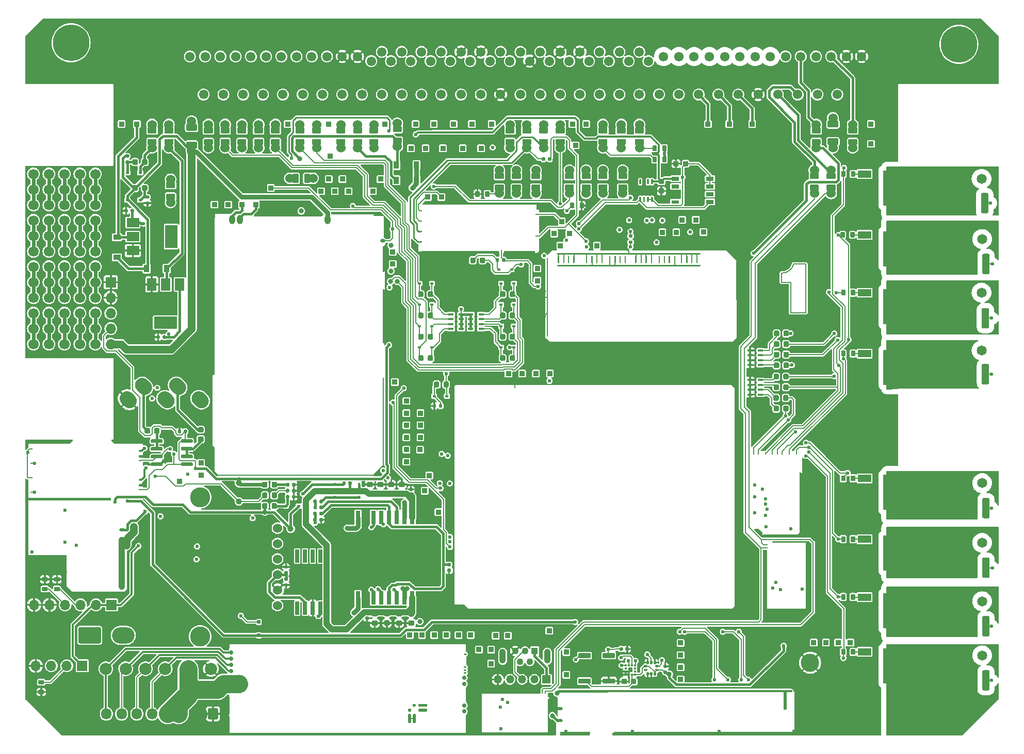
<source format=gtl>
G04 #@! TF.GenerationSoftware,KiCad,Pcbnew,8.0.9-8.0.9-0~ubuntu24.04.1*
G04 #@! TF.CreationDate,2026-01-16T18:34:19+00:00*
G04 #@! TF.ProjectId,hellen88bmw,68656c6c-656e-4383-9862-6d772e6b6963,B*
G04 #@! TF.SameCoordinates,PX3d1b110PY9269338*
G04 #@! TF.FileFunction,Copper,L1,Top*
G04 #@! TF.FilePolarity,Positive*
%FSLAX46Y46*%
G04 Gerber Fmt 4.6, Leading zero omitted, Abs format (unit mm)*
G04 Created by KiCad (PCBNEW 8.0.9-8.0.9-0~ubuntu24.04.1) date 2026-01-16 18:34:19*
%MOMM*%
%LPD*%
G01*
G04 APERTURE LIST*
G04 #@! TA.AperFunction,EtchedComponent*
%ADD10C,0.200000*%
G04 #@! TD*
G04 #@! TA.AperFunction,ComponentPad*
%ADD11C,6.000000*%
G04 #@! TD*
G04 #@! TA.AperFunction,ComponentPad*
%ADD12C,1.550000*%
G04 #@! TD*
G04 #@! TA.AperFunction,ComponentPad*
%ADD13C,1.524000*%
G04 #@! TD*
G04 #@! TA.AperFunction,SMDPad,CuDef*
%ADD14R,2.200000X1.200000*%
G04 #@! TD*
G04 #@! TA.AperFunction,SMDPad,CuDef*
%ADD15R,6.400000X5.800000*%
G04 #@! TD*
G04 #@! TA.AperFunction,ComponentPad*
%ADD16R,1.700000X1.700000*%
G04 #@! TD*
G04 #@! TA.AperFunction,ComponentPad*
%ADD17O,1.700000X1.700000*%
G04 #@! TD*
G04 #@! TA.AperFunction,SMDPad,CuDef*
%ADD18R,0.640000X2.160000*%
G04 #@! TD*
G04 #@! TA.AperFunction,ComponentPad*
%ADD19C,1.650000*%
G04 #@! TD*
G04 #@! TA.AperFunction,SMDPad,CuDef*
%ADD20R,0.600000X0.450000*%
G04 #@! TD*
G04 #@! TA.AperFunction,ComponentPad*
%ADD21R,0.850000X0.850000*%
G04 #@! TD*
G04 #@! TA.AperFunction,SMDPad,CuDef*
%ADD22R,0.900000X1.200000*%
G04 #@! TD*
G04 #@! TA.AperFunction,ComponentPad*
%ADD23R,1.350000X1.350000*%
G04 #@! TD*
G04 #@! TA.AperFunction,ComponentPad*
%ADD24O,1.350000X1.350000*%
G04 #@! TD*
G04 #@! TA.AperFunction,SMDPad,CuDef*
%ADD25C,3.000000*%
G04 #@! TD*
G04 #@! TA.AperFunction,ComponentPad*
%ADD26C,1.700000*%
G04 #@! TD*
G04 #@! TA.AperFunction,SMDPad,CuDef*
%ADD27R,0.900000X0.400000*%
G04 #@! TD*
G04 #@! TA.AperFunction,ComponentPad*
%ADD28C,2.000000*%
G04 #@! TD*
G04 #@! TA.AperFunction,SMDPad,CuDef*
%ADD29C,1.000000*%
G04 #@! TD*
G04 #@! TA.AperFunction,SMDPad,CuDef*
%ADD30R,0.800000X2.200000*%
G04 #@! TD*
G04 #@! TA.AperFunction,SMDPad,CuDef*
%ADD31R,2.032000X5.080000*%
G04 #@! TD*
G04 #@! TA.AperFunction,ComponentPad*
%ADD32C,1.300000*%
G04 #@! TD*
G04 #@! TA.AperFunction,SMDPad,CuDef*
%ADD33R,11.430000X7.620000*%
G04 #@! TD*
G04 #@! TA.AperFunction,SMDPad,CuDef*
%ADD34O,0.200000X5.669999*%
G04 #@! TD*
G04 #@! TA.AperFunction,SMDPad,CuDef*
%ADD35O,11.100001X0.200000*%
G04 #@! TD*
G04 #@! TA.AperFunction,SMDPad,CuDef*
%ADD36O,9.800001X0.399999*%
G04 #@! TD*
G04 #@! TA.AperFunction,SMDPad,CuDef*
%ADD37O,0.499999X0.250000*%
G04 #@! TD*
G04 #@! TA.AperFunction,SMDPad,CuDef*
%ADD38O,0.200000X6.799999*%
G04 #@! TD*
G04 #@! TA.AperFunction,SMDPad,CuDef*
%ADD39O,0.250000X0.499999*%
G04 #@! TD*
G04 #@! TA.AperFunction,ComponentPad*
%ADD40C,0.599999*%
G04 #@! TD*
G04 #@! TA.AperFunction,SMDPad,CuDef*
%ADD41R,0.350000X0.375000*%
G04 #@! TD*
G04 #@! TA.AperFunction,SMDPad,CuDef*
%ADD42R,0.375000X0.350000*%
G04 #@! TD*
G04 #@! TA.AperFunction,SMDPad,CuDef*
%ADD43O,0.500000X0.250000*%
G04 #@! TD*
G04 #@! TA.AperFunction,SMDPad,CuDef*
%ADD44O,0.200000X1.000000*%
G04 #@! TD*
G04 #@! TA.AperFunction,SMDPad,CuDef*
%ADD45O,5.200000X0.200000*%
G04 #@! TD*
G04 #@! TA.AperFunction,SMDPad,CuDef*
%ADD46O,17.600000X0.200000*%
G04 #@! TD*
G04 #@! TA.AperFunction,SMDPad,CuDef*
%ADD47O,12.800000X0.200000*%
G04 #@! TD*
G04 #@! TA.AperFunction,SMDPad,CuDef*
%ADD48O,0.250000X0.500000*%
G04 #@! TD*
G04 #@! TA.AperFunction,ComponentPad*
%ADD49O,3.700000X2.700000*%
G04 #@! TD*
G04 #@! TA.AperFunction,ComponentPad*
%ADD50C,0.700000*%
G04 #@! TD*
G04 #@! TA.AperFunction,SMDPad,CuDef*
%ADD51R,0.250000X3.000000*%
G04 #@! TD*
G04 #@! TA.AperFunction,SMDPad,CuDef*
%ADD52R,0.250000X3.100000*%
G04 #@! TD*
G04 #@! TA.AperFunction,SMDPad,CuDef*
%ADD53R,0.250000X2.250000*%
G04 #@! TD*
G04 #@! TA.AperFunction,SMDPad,CuDef*
%ADD54R,0.250000X1.450000*%
G04 #@! TD*
G04 #@! TA.AperFunction,SMDPad,CuDef*
%ADD55R,39.250000X0.250000*%
G04 #@! TD*
G04 #@! TA.AperFunction,SMDPad,CuDef*
%ADD56R,0.250000X2.950000*%
G04 #@! TD*
G04 #@! TA.AperFunction,SMDPad,CuDef*
%ADD57R,0.250000X0.950000*%
G04 #@! TD*
G04 #@! TA.AperFunction,SMDPad,CuDef*
%ADD58O,0.399999X7.200001*%
G04 #@! TD*
G04 #@! TA.AperFunction,SMDPad,CuDef*
%ADD59O,30.000001X0.399999*%
G04 #@! TD*
G04 #@! TA.AperFunction,SMDPad,CuDef*
%ADD60O,5.000000X0.399999*%
G04 #@! TD*
G04 #@! TA.AperFunction,SMDPad,CuDef*
%ADD61O,1.000001X0.499999*%
G04 #@! TD*
G04 #@! TA.AperFunction,SMDPad,CuDef*
%ADD62O,0.200000X3.099999*%
G04 #@! TD*
G04 #@! TA.AperFunction,SMDPad,CuDef*
%ADD63O,0.499999X2.999999*%
G04 #@! TD*
G04 #@! TA.AperFunction,SMDPad,CuDef*
%ADD64O,35.400000X0.399999*%
G04 #@! TD*
G04 #@! TA.AperFunction,ComponentPad*
%ADD65O,1.700000X1.850000*%
G04 #@! TD*
G04 #@! TA.AperFunction,SMDPad,CuDef*
%ADD66R,1.310000X0.650000*%
G04 #@! TD*
G04 #@! TA.AperFunction,SMDPad,CuDef*
%ADD67R,1.310000X0.600000*%
G04 #@! TD*
G04 #@! TA.AperFunction,SMDPad,CuDef*
%ADD68R,1.325000X1.500000*%
G04 #@! TD*
G04 #@! TA.AperFunction,ComponentPad*
%ADD69R,1.100000X1.100000*%
G04 #@! TD*
G04 #@! TA.AperFunction,ComponentPad*
%ADD70C,1.100000*%
G04 #@! TD*
G04 #@! TA.AperFunction,ComponentPad*
%ADD71O,1.100000X2.400000*%
G04 #@! TD*
G04 #@! TA.AperFunction,ComponentPad*
%ADD72C,3.302000*%
G04 #@! TD*
G04 #@! TA.AperFunction,SMDPad,CuDef*
%ADD73O,0.200000X3.600000*%
G04 #@! TD*
G04 #@! TA.AperFunction,SMDPad,CuDef*
%ADD74O,0.200000X4.249999*%
G04 #@! TD*
G04 #@! TA.AperFunction,SMDPad,CuDef*
%ADD75O,0.200000X14.399999*%
G04 #@! TD*
G04 #@! TA.AperFunction,SMDPad,CuDef*
%ADD76O,0.200000X8.824999*%
G04 #@! TD*
G04 #@! TA.AperFunction,SMDPad,CuDef*
%ADD77O,1.699999X0.200000*%
G04 #@! TD*
G04 #@! TA.AperFunction,SMDPad,CuDef*
%ADD78O,25.699999X0.200000*%
G04 #@! TD*
G04 #@! TA.AperFunction,SMDPad,CuDef*
%ADD79O,11.324999X0.200000*%
G04 #@! TD*
G04 #@! TA.AperFunction,SMDPad,CuDef*
%ADD80O,0.200000X25.849999*%
G04 #@! TD*
G04 #@! TA.AperFunction,SMDPad,CuDef*
%ADD81O,0.200000X4.149999*%
G04 #@! TD*
G04 #@! TA.AperFunction,SMDPad,CuDef*
%ADD82O,1.000001X1.500000*%
G04 #@! TD*
G04 #@! TA.AperFunction,SMDPad,CuDef*
%ADD83O,0.800001X0.599999*%
G04 #@! TD*
G04 #@! TA.AperFunction,SMDPad,CuDef*
%ADD84R,2.400000X1.600000*%
G04 #@! TD*
G04 #@! TA.AperFunction,SMDPad,CuDef*
%ADD85O,1.000001X8.744829*%
G04 #@! TD*
G04 #@! TA.AperFunction,SMDPad,CuDef*
%ADD86O,0.200000X9.199999*%
G04 #@! TD*
G04 #@! TA.AperFunction,SMDPad,CuDef*
%ADD87O,0.200000X0.499999*%
G04 #@! TD*
G04 #@! TA.AperFunction,SMDPad,CuDef*
%ADD88O,6.500000X0.200000*%
G04 #@! TD*
G04 #@! TA.AperFunction,SMDPad,CuDef*
%ADD89O,0.399999X5.399999*%
G04 #@! TD*
G04 #@! TA.AperFunction,SMDPad,CuDef*
%ADD90O,13.800000X0.200000*%
G04 #@! TD*
G04 #@! TA.AperFunction,SMDPad,CuDef*
%ADD91O,9.000000X0.399999*%
G04 #@! TD*
G04 #@! TA.AperFunction,SMDPad,CuDef*
%ADD92O,0.250000X10.200000*%
G04 #@! TD*
G04 #@! TA.AperFunction,SMDPad,CuDef*
%ADD93O,5.800001X0.250000*%
G04 #@! TD*
G04 #@! TA.AperFunction,SMDPad,CuDef*
%ADD94O,0.200000X0.399999*%
G04 #@! TD*
G04 #@! TA.AperFunction,SMDPad,CuDef*
%ADD95R,1.500000X2.000000*%
G04 #@! TD*
G04 #@! TA.AperFunction,SMDPad,CuDef*
%ADD96R,3.800000X2.000000*%
G04 #@! TD*
G04 #@! TA.AperFunction,SMDPad,CuDef*
%ADD97O,5.669999X0.200000*%
G04 #@! TD*
G04 #@! TA.AperFunction,SMDPad,CuDef*
%ADD98O,0.200000X11.100001*%
G04 #@! TD*
G04 #@! TA.AperFunction,SMDPad,CuDef*
%ADD99O,0.399999X9.800001*%
G04 #@! TD*
G04 #@! TA.AperFunction,SMDPad,CuDef*
%ADD100O,6.799999X0.200000*%
G04 #@! TD*
G04 #@! TA.AperFunction,SMDPad,CuDef*
%ADD101R,2.000000X1.500000*%
G04 #@! TD*
G04 #@! TA.AperFunction,SMDPad,CuDef*
%ADD102R,2.000000X3.800000*%
G04 #@! TD*
G04 #@! TA.AperFunction,SMDPad,CuDef*
%ADD103R,0.450000X0.600000*%
G04 #@! TD*
G04 #@! TA.AperFunction,SMDPad,CuDef*
%ADD104R,1.200000X0.900000*%
G04 #@! TD*
G04 #@! TA.AperFunction,ViaPad*
%ADD105C,0.600000*%
G04 #@! TD*
G04 #@! TA.AperFunction,ViaPad*
%ADD106C,0.800000*%
G04 #@! TD*
G04 #@! TA.AperFunction,ViaPad*
%ADD107C,1.300000*%
G04 #@! TD*
G04 #@! TA.AperFunction,ViaPad*
%ADD108C,0.812800*%
G04 #@! TD*
G04 #@! TA.AperFunction,Conductor*
%ADD109C,0.400000*%
G04 #@! TD*
G04 #@! TA.AperFunction,Conductor*
%ADD110C,0.300000*%
G04 #@! TD*
G04 #@! TA.AperFunction,Conductor*
%ADD111C,0.200000*%
G04 #@! TD*
G04 #@! TA.AperFunction,Conductor*
%ADD112C,1.000000*%
G04 #@! TD*
G04 #@! TA.AperFunction,Conductor*
%ADD113C,1.300000*%
G04 #@! TD*
G04 #@! TA.AperFunction,Conductor*
%ADD114C,0.800000*%
G04 #@! TD*
G04 #@! TA.AperFunction,Conductor*
%ADD115C,3.000000*%
G04 #@! TD*
G04 #@! TA.AperFunction,Conductor*
%ADD116C,0.600000*%
G04 #@! TD*
G04 #@! TA.AperFunction,Conductor*
%ADD117C,0.250000*%
G04 #@! TD*
G04 APERTURE END LIST*
D10*
G04 #@! TO.C,G1*
X124231349Y74530713D02*
X124231349Y76030713D01*
X124231349Y74530713D02*
X125731349Y74530713D01*
X125731349Y74530713D02*
X125731349Y69530713D01*
X125731349Y69530713D02*
X128231349Y69530713D01*
X128231349Y77530713D02*
X126231349Y77530713D01*
X128231349Y69530713D02*
X128231349Y77530713D01*
X126231349Y77530713D02*
G75*
G02*
X124231349Y76030713I-1921601J478801D01*
G01*
G04 #@! TD*
D11*
G04 #@! TO.P,PP1,*
G04 #@! TO.N,*
X7632400Y113856400D03*
X153342400Y113606400D03*
D12*
G04 #@! TO.P,PP1,1,1*
G04 #@! TO.N,Net-(JP1-Pad1)*
X27142400Y111606400D03*
G04 #@! TO.P,PP1,2,2*
G04 #@! TO.N,/OUT_ICV*
X32142400Y111606400D03*
G04 #@! TO.P,PP1,3,3*
G04 #@! TO.N,Net-(JP3-Pad1)*
X37142400Y111606400D03*
G04 #@! TO.P,PP1,4,4*
G04 #@! TO.N,Net-(JP4-Pad1)*
X42142400Y111606400D03*
G04 #@! TO.P,PP1,5,5*
G04 #@! TO.N,Net-(JP5-Pad1)*
X47142400Y111606400D03*
G04 #@! TO.P,PP1,6,6*
G04 #@! TO.N,GND*
X52142400Y111606400D03*
G04 #@! TO.P,PP1,7,7*
G04 #@! TO.N,Net-(JP7-Pad1)*
X56892400Y110856400D03*
G04 #@! TO.P,PP1,8,8*
G04 #@! TO.N,Net-(JP8-Pad1)*
X60142400Y110856400D03*
G04 #@! TO.P,PP1,9,9*
G04 #@! TO.N,unconnected-(PP1-Pad9)*
X63392400Y110856400D03*
G04 #@! TO.P,PP1,10,10*
G04 #@! TO.N,unconnected-(PP1-Pad10)*
X66642400Y110856400D03*
G04 #@! TO.P,PP1,11,11*
G04 #@! TO.N,Net-(PP1-Pad11)*
X69892400Y110856400D03*
G04 #@! TO.P,PP1,12,12*
G04 #@! TO.N,Net-(PP1-Pad12)*
X73142400Y110856400D03*
G04 #@! TO.P,PP1,13,13*
G04 #@! TO.N,Net-(PP1-Pad13)*
X76392400Y110856400D03*
G04 #@! TO.P,PP1,14,14*
G04 #@! TO.N,Net-(JP14-Pad1)*
X79642400Y110856400D03*
G04 #@! TO.P,PP1,15,15*
G04 #@! TO.N,GND*
X82892400Y110856400D03*
G04 #@! TO.P,PP1,16,16*
G04 #@! TO.N,Net-(JP16-Pad1)*
X86142400Y110856400D03*
G04 #@! TO.P,PP1,17,17*
G04 #@! TO.N,Net-(JP17-Pad1)*
X89392400Y110856400D03*
G04 #@! TO.P,PP1,18,18*
G04 #@! TO.N,Net-(PP1-Pad18)*
X92642400Y110856400D03*
G04 #@! TO.P,PP1,19,19*
G04 #@! TO.N,Net-(PP1-Pad19)*
X95892400Y110856400D03*
G04 #@! TO.P,PP1,20,20*
G04 #@! TO.N,Net-(JP20-Pad1)*
X99142400Y110856400D03*
G04 #@! TO.P,PP1,21,21*
G04 #@! TO.N,Net-(JP21-Pad1)*
X102392400Y110856400D03*
G04 #@! TO.P,PP1,22,22*
G04 #@! TO.N,/HV_7*
X107392400Y111606400D03*
G04 #@! TO.P,PP1,23,23*
G04 #@! TO.N,/HV_4*
X112392400Y111606400D03*
G04 #@! TO.P,PP1,24,24*
G04 #@! TO.N,/HV_6*
X117392400Y111606400D03*
G04 #@! TO.P,PP1,25,25*
G04 #@! TO.N,/HV_5*
X122392400Y111606400D03*
G04 #@! TO.P,PP1,26,26*
G04 #@! TO.N,Net-(JP26-Pad1)*
X127392400Y111606400D03*
G04 #@! TO.P,PP1,27,27*
G04 #@! TO.N,Net-(JP27-Pad1)*
X132392400Y111606400D03*
G04 #@! TO.P,PP1,28,28*
G04 #@! TO.N,GND*
X137392400Y111606400D03*
G04 #@! TO.P,PP1,29,29*
G04 #@! TO.N,Net-(JP29-Pad1)*
X29642400Y111606400D03*
G04 #@! TO.P,PP1,30,30*
G04 #@! TO.N,Net-(PP1-Pad30)*
X34642400Y111606400D03*
G04 #@! TO.P,PP1,31,31*
G04 #@! TO.N,Net-(JP31-Pad1)*
X39642400Y111606400D03*
G04 #@! TO.P,PP1,32,32*
G04 #@! TO.N,Net-(JP32-Pad1)*
X44642400Y111606400D03*
G04 #@! TO.P,PP1,33,33*
G04 #@! TO.N,Net-(JP33-Pad1)*
X49642400Y111606400D03*
G04 #@! TO.P,PP1,34,34*
G04 #@! TO.N,GND*
X54642400Y111606400D03*
G04 #@! TO.P,PP1,35,35*
G04 #@! TO.N,Net-(JP35-Pad1)*
X58642400Y112356400D03*
G04 #@! TO.P,PP1,36,36*
G04 #@! TO.N,Net-(JP36-Pad1)*
X61892400Y112356400D03*
G04 #@! TO.P,PP1,37,37*
G04 #@! TO.N,Net-(PP1-Pad37)*
X65142400Y112356400D03*
G04 #@! TO.P,PP1,38,38*
G04 #@! TO.N,Net-(PP1-Pad38)*
X68392400Y112356400D03*
G04 #@! TO.P,PP1,39,39*
G04 #@! TO.N,GND*
X71642400Y112356400D03*
G04 #@! TO.P,PP1,40,40*
X74892400Y112356400D03*
G04 #@! TO.P,PP1,41,41*
G04 #@! TO.N,Net-(JP41-Pad1)*
X78142400Y112356400D03*
G04 #@! TO.P,PP1,42,42*
G04 #@! TO.N,Net-(JP42-Pad1)*
X81392400Y112356400D03*
G04 #@! TO.P,PP1,43,43*
G04 #@! TO.N,Net-(JP43-Pad1)*
X84642400Y112356400D03*
G04 #@! TO.P,PP1,44,44*
G04 #@! TO.N,GND*
X87892400Y112356400D03*
G04 #@! TO.P,PP1,45,45*
X91142400Y112356400D03*
G04 #@! TO.P,PP1,46,46*
G04 #@! TO.N,Net-(JP46-Pad1)*
X94392400Y112356400D03*
G04 #@! TO.P,PP1,47,47*
G04 #@! TO.N,Net-(JP47-Pad1)*
X97642400Y112356400D03*
G04 #@! TO.P,PP1,48,48*
G04 #@! TO.N,Net-(JP48-Pad1)*
X100892400Y112356400D03*
G04 #@! TO.P,PP1,49,49*
G04 #@! TO.N,/HV_8*
X104892400Y111606400D03*
G04 #@! TO.P,PP1,50,50*
G04 #@! TO.N,/HV_1*
X109892400Y111606400D03*
G04 #@! TO.P,PP1,51,51*
G04 #@! TO.N,/HV_2*
X114892400Y111606400D03*
G04 #@! TO.P,PP1,52,52*
G04 #@! TO.N,/HV_3*
X119892400Y111606400D03*
G04 #@! TO.P,PP1,53,53*
G04 #@! TO.N,unconnected-(PP1-Pad53)*
X124892400Y111606400D03*
G04 #@! TO.P,PP1,54,54*
G04 #@! TO.N,Net-(JP54-Pad1)*
X129892400Y111606400D03*
G04 #@! TO.P,PP1,55,55*
G04 #@! TO.N,GND*
X134892400Y111606400D03*
G04 #@! TO.P,PP1,56,56*
G04 #@! TO.N,Net-(JP2-Pad1)*
X29392400Y105356400D03*
G04 #@! TO.P,PP1,57,57*
G04 #@! TO.N,unconnected-(PP1-Pad57)*
X32642400Y105356400D03*
G04 #@! TO.P,PP1,58,58*
G04 #@! TO.N,unconnected-(PP1-Pad58)*
X35892400Y105356400D03*
G04 #@! TO.P,PP1,59,59*
G04 #@! TO.N,Net-(JP59-Pad1)*
X39142400Y105356400D03*
G04 #@! TO.P,PP1,60,60*
G04 #@! TO.N,Net-(PP1-Pad60)*
X42392400Y105356400D03*
G04 #@! TO.P,PP1,61,61*
G04 #@! TO.N,unconnected-(PP1-Pad61)*
X45642400Y105356400D03*
G04 #@! TO.P,PP1,62,62*
G04 #@! TO.N,Net-(PP1-Pad62)*
X48892400Y105356400D03*
G04 #@! TO.P,PP1,63,63*
G04 #@! TO.N,unconnected-(PP1-Pad63)*
X52142400Y105356400D03*
G04 #@! TO.P,PP1,64,64*
G04 #@! TO.N,Net-(PP1-Pad64)*
X55392400Y105356400D03*
G04 #@! TO.P,PP1,65,65*
G04 #@! TO.N,Net-(PP1-Pad65)*
X58642400Y105356400D03*
G04 #@! TO.P,PP1,66,66*
G04 #@! TO.N,Net-(PP1-Pad66)*
X61892400Y105356400D03*
G04 #@! TO.P,PP1,67,67*
G04 #@! TO.N,Net-(PP1-Pad67)*
X65142400Y105356400D03*
G04 #@! TO.P,PP1,68,68*
G04 #@! TO.N,Net-(PP1-Pad68)*
X68392400Y105356400D03*
G04 #@! TO.P,PP1,69,69*
G04 #@! TO.N,/IN_KNOCK1_RAW*
X71642400Y105356400D03*
G04 #@! TO.P,PP1,70,70*
G04 #@! TO.N,/IN_KNOCK2_RAW*
X74892400Y105356400D03*
G04 #@! TO.P,PP1,71,71*
G04 #@! TO.N,GND*
X78142400Y105356400D03*
G04 #@! TO.P,PP1,72,72*
G04 #@! TO.N,unconnected-(PP1-Pad72)*
X81392400Y105356400D03*
G04 #@! TO.P,PP1,73,73*
G04 #@! TO.N,Net-(JP73-Pad1)*
X84642400Y105356400D03*
G04 #@! TO.P,PP1,74,74*
G04 #@! TO.N,unconnected-(PP1-Pad74)*
X87892400Y105356400D03*
G04 #@! TO.P,PP1,75,75*
G04 #@! TO.N,unconnected-(PP1-Pad75)*
X91142400Y105356400D03*
G04 #@! TO.P,PP1,76,76*
G04 #@! TO.N,unconnected-(PP1-Pad76)*
X94392400Y105356400D03*
G04 #@! TO.P,PP1,77,77*
G04 #@! TO.N,Net-(JP77-Pad1)*
X97642400Y105356400D03*
G04 #@! TO.P,PP1,78,78*
G04 #@! TO.N,Net-(JP78-Pad1)*
X100892400Y105356400D03*
G04 #@! TO.P,PP1,79,79*
G04 #@! TO.N,unconnected-(PP1-Pad79)*
X104142400Y105356400D03*
G04 #@! TO.P,PP1,80,80*
G04 #@! TO.N,unconnected-(PP1-Pad80)*
X107392400Y105356400D03*
G04 #@! TO.P,PP1,81,81*
G04 #@! TO.N,Net-(PP1-Pad81)*
X110642400Y105356400D03*
G04 #@! TO.P,PP1,82,82*
G04 #@! TO.N,Net-(PP1-Pad82)*
X113892400Y105356400D03*
G04 #@! TO.P,PP1,83,83*
G04 #@! TO.N,Net-(PP1-Pad83)*
X117142400Y105356400D03*
G04 #@! TO.P,PP1,84,84*
G04 #@! TO.N,GND*
X120392400Y105356400D03*
G04 #@! TO.P,PP1,85,85*
G04 #@! TO.N,Net-(JP85-Pad1)*
X123642400Y105356400D03*
G04 #@! TO.P,PP1,86,86*
G04 #@! TO.N,Net-(JP86-Pad1)*
X126892400Y105356400D03*
G04 #@! TO.P,PP1,87,87*
G04 #@! TO.N,Net-(PP1-Pad87)*
X130142400Y105356400D03*
G04 #@! TO.P,PP1,88,88*
G04 #@! TO.N,Net-(PP1-Pad88)*
X133392400Y105356400D03*
G04 #@! TD*
D13*
G04 #@! TO.P,JP1,1,1*
G04 #@! TO.N,Net-(JP1-Pad1)*
X20926000Y100428000D03*
G04 #@! TA.AperFunction,SMDPad,CuDef*
G36*
G01*
X20301000Y99973001D02*
X21551000Y99973001D01*
G75*
G02*
X21651000Y99873001I0J-100000D01*
G01*
X21651000Y99073001D01*
G75*
G02*
X21551000Y98973001I-100000J0D01*
G01*
X20301000Y98973001D01*
G75*
G02*
X20201000Y99073001I0J100000D01*
G01*
X20201000Y99873001D01*
G75*
G02*
X20301000Y99973001I100000J0D01*
G01*
G37*
G04 #@! TD.AperFunction*
G04 #@! TO.P,JP1,2,2*
G04 #@! TO.N,/OUT_FUEL_PUMP_RELAY*
G04 #@! TA.AperFunction,SMDPad,CuDef*
G36*
G01*
X20301000Y98072979D02*
X21551000Y98072979D01*
G75*
G02*
X21651000Y97972979I0J-100000D01*
G01*
X21651000Y97172979D01*
G75*
G02*
X21551000Y97072979I-100000J0D01*
G01*
X20301000Y97072979D01*
G75*
G02*
X20201000Y97172979I0J100000D01*
G01*
X20201000Y97972979D01*
G75*
G02*
X20301000Y98072979I100000J0D01*
G01*
G37*
G04 #@! TD.AperFunction*
X20926000Y96618000D03*
G04 #@! TD*
G04 #@! TO.P,JP3,1,1*
G04 #@! TO.N,Net-(JP3-Pad1)*
X30176000Y100428000D03*
G04 #@! TA.AperFunction,SMDPad,CuDef*
G36*
G01*
X29551000Y99973001D02*
X30801000Y99973001D01*
G75*
G02*
X30901000Y99873001I0J-100000D01*
G01*
X30901000Y99073001D01*
G75*
G02*
X30801000Y98973001I-100000J0D01*
G01*
X29551000Y98973001D01*
G75*
G02*
X29451000Y99073001I0J100000D01*
G01*
X29451000Y99873001D01*
G75*
G02*
X29551000Y99973001I100000J0D01*
G01*
G37*
G04 #@! TD.AperFunction*
G04 #@! TO.P,JP3,2,2*
G04 #@! TO.N,/OUT_INJ5*
G04 #@! TA.AperFunction,SMDPad,CuDef*
G36*
G01*
X29551000Y98072979D02*
X30801000Y98072979D01*
G75*
G02*
X30901000Y97972979I0J-100000D01*
G01*
X30901000Y97172979D01*
G75*
G02*
X30801000Y97072979I-100000J0D01*
G01*
X29551000Y97072979D01*
G75*
G02*
X29451000Y97172979I0J100000D01*
G01*
X29451000Y97972979D01*
G75*
G02*
X29551000Y98072979I100000J0D01*
G01*
G37*
G04 #@! TD.AperFunction*
X30176000Y96618000D03*
G04 #@! TD*
G04 #@! TO.P,JP4,1,1*
G04 #@! TO.N,Net-(JP4-Pad1)*
X35676000Y100428000D03*
G04 #@! TA.AperFunction,SMDPad,CuDef*
G36*
G01*
X35051000Y99973001D02*
X36301000Y99973001D01*
G75*
G02*
X36401000Y99873001I0J-100000D01*
G01*
X36401000Y99073001D01*
G75*
G02*
X36301000Y98973001I-100000J0D01*
G01*
X35051000Y98973001D01*
G75*
G02*
X34951000Y99073001I0J100000D01*
G01*
X34951000Y99873001D01*
G75*
G02*
X35051000Y99973001I100000J0D01*
G01*
G37*
G04 #@! TD.AperFunction*
G04 #@! TO.P,JP4,2,2*
G04 #@! TO.N,/OUT_INJ6*
G04 #@! TA.AperFunction,SMDPad,CuDef*
G36*
G01*
X35051000Y98072979D02*
X36301000Y98072979D01*
G75*
G02*
X36401000Y97972979I0J-100000D01*
G01*
X36401000Y97172979D01*
G75*
G02*
X36301000Y97072979I-100000J0D01*
G01*
X35051000Y97072979D01*
G75*
G02*
X34951000Y97172979I0J100000D01*
G01*
X34951000Y97972979D01*
G75*
G02*
X35051000Y98072979I100000J0D01*
G01*
G37*
G04 #@! TD.AperFunction*
X35676000Y96618000D03*
G04 #@! TD*
G04 #@! TO.P,JP5,1,1*
G04 #@! TO.N,Net-(JP5-Pad1)*
X45176000Y100428000D03*
G04 #@! TA.AperFunction,SMDPad,CuDef*
G36*
G01*
X44551000Y99973001D02*
X45801000Y99973001D01*
G75*
G02*
X45901000Y99873001I0J-100000D01*
G01*
X45901000Y99073001D01*
G75*
G02*
X45801000Y98973001I-100000J0D01*
G01*
X44551000Y98973001D01*
G75*
G02*
X44451000Y99073001I0J100000D01*
G01*
X44451000Y99873001D01*
G75*
G02*
X44551000Y99973001I100000J0D01*
G01*
G37*
G04 #@! TD.AperFunction*
G04 #@! TO.P,JP5,2,2*
G04 #@! TO.N,/OUT_INJ4*
G04 #@! TA.AperFunction,SMDPad,CuDef*
G36*
G01*
X44551000Y98072979D02*
X45801000Y98072979D01*
G75*
G02*
X45901000Y97972979I0J-100000D01*
G01*
X45901000Y97172979D01*
G75*
G02*
X45801000Y97072979I-100000J0D01*
G01*
X44551000Y97072979D01*
G75*
G02*
X44451000Y97172979I0J100000D01*
G01*
X44451000Y97972979D01*
G75*
G02*
X44551000Y98072979I100000J0D01*
G01*
G37*
G04 #@! TD.AperFunction*
X45176000Y96618000D03*
G04 #@! TD*
G04 #@! TO.P,JP7,1,1*
G04 #@! TO.N,Net-(JP7-Pad1)*
X51926000Y100428000D03*
G04 #@! TA.AperFunction,SMDPad,CuDef*
G36*
G01*
X51301000Y99973001D02*
X52551000Y99973001D01*
G75*
G02*
X52651000Y99873001I0J-100000D01*
G01*
X52651000Y99073001D01*
G75*
G02*
X52551000Y98973001I-100000J0D01*
G01*
X51301000Y98973001D01*
G75*
G02*
X51201000Y99073001I0J100000D01*
G01*
X51201000Y99873001D01*
G75*
G02*
X51301000Y99973001I100000J0D01*
G01*
G37*
G04 #@! TD.AperFunction*
G04 #@! TO.P,JP7,2,2*
G04 #@! TO.N,/OUT_INJ7*
G04 #@! TA.AperFunction,SMDPad,CuDef*
G36*
G01*
X51301000Y98072979D02*
X52551000Y98072979D01*
G75*
G02*
X52651000Y97972979I0J-100000D01*
G01*
X52651000Y97172979D01*
G75*
G02*
X52551000Y97072979I-100000J0D01*
G01*
X51301000Y97072979D01*
G75*
G02*
X51201000Y97172979I0J100000D01*
G01*
X51201000Y97972979D01*
G75*
G02*
X51301000Y98072979I100000J0D01*
G01*
G37*
G04 #@! TD.AperFunction*
X51926000Y96618000D03*
G04 #@! TD*
G04 #@! TO.P,JP16,1,1*
G04 #@! TO.N,Net-(JP16-Pad1)*
X85176000Y100428000D03*
G04 #@! TA.AperFunction,SMDPad,CuDef*
G36*
G01*
X84551000Y99973001D02*
X85801000Y99973001D01*
G75*
G02*
X85901000Y99873001I0J-100000D01*
G01*
X85901000Y99073001D01*
G75*
G02*
X85801000Y98973001I-100000J0D01*
G01*
X84551000Y98973001D01*
G75*
G02*
X84451000Y99073001I0J100000D01*
G01*
X84451000Y99873001D01*
G75*
G02*
X84551000Y99973001I100000J0D01*
G01*
G37*
G04 #@! TD.AperFunction*
G04 #@! TO.P,JP16,2,2*
G04 #@! TO.N,/IN_CRANK-*
G04 #@! TA.AperFunction,SMDPad,CuDef*
G36*
G01*
X84551000Y98072979D02*
X85801000Y98072979D01*
G75*
G02*
X85901000Y97972979I0J-100000D01*
G01*
X85901000Y97172979D01*
G75*
G02*
X85801000Y97072979I-100000J0D01*
G01*
X84551000Y97072979D01*
G75*
G02*
X84451000Y97172979I0J100000D01*
G01*
X84451000Y97972979D01*
G75*
G02*
X84551000Y98072979I100000J0D01*
G01*
G37*
G04 #@! TD.AperFunction*
X85176000Y96618000D03*
G04 #@! TD*
G04 #@! TO.P,JP17,1,1*
G04 #@! TO.N,Net-(JP17-Pad1)*
X87926000Y100428000D03*
G04 #@! TA.AperFunction,SMDPad,CuDef*
G36*
G01*
X87301000Y99973001D02*
X88551000Y99973001D01*
G75*
G02*
X88651000Y99873001I0J-100000D01*
G01*
X88651000Y99073001D01*
G75*
G02*
X88551000Y98973001I-100000J0D01*
G01*
X87301000Y98973001D01*
G75*
G02*
X87201000Y99073001I0J100000D01*
G01*
X87201000Y99873001D01*
G75*
G02*
X87301000Y99973001I100000J0D01*
G01*
G37*
G04 #@! TD.AperFunction*
G04 #@! TO.P,JP17,2,2*
G04 #@! TO.N,/IN_CAM*
G04 #@! TA.AperFunction,SMDPad,CuDef*
G36*
G01*
X87301000Y98072979D02*
X88551000Y98072979D01*
G75*
G02*
X88651000Y97972979I0J-100000D01*
G01*
X88651000Y97172979D01*
G75*
G02*
X88551000Y97072979I-100000J0D01*
G01*
X87301000Y97072979D01*
G75*
G02*
X87201000Y97172979I0J100000D01*
G01*
X87201000Y97972979D01*
G75*
G02*
X87301000Y98072979I100000J0D01*
G01*
G37*
G04 #@! TD.AperFunction*
X87926000Y96618000D03*
G04 #@! TD*
G04 #@! TO.P,JP20,1,1*
G04 #@! TO.N,Net-(JP20-Pad1)*
X94926000Y92928000D03*
G04 #@! TA.AperFunction,SMDPad,CuDef*
G36*
G01*
X94301000Y92473001D02*
X95551000Y92473001D01*
G75*
G02*
X95651000Y92373001I0J-100000D01*
G01*
X95651000Y91573001D01*
G75*
G02*
X95551000Y91473001I-100000J0D01*
G01*
X94301000Y91473001D01*
G75*
G02*
X94201000Y91573001I0J100000D01*
G01*
X94201000Y92373001D01*
G75*
G02*
X94301000Y92473001I100000J0D01*
G01*
G37*
G04 #@! TD.AperFunction*
G04 #@! TO.P,JP20,2,2*
G04 #@! TO.N,/USBP*
G04 #@! TA.AperFunction,SMDPad,CuDef*
G36*
G01*
X94301000Y90572979D02*
X95551000Y90572979D01*
G75*
G02*
X95651000Y90472979I0J-100000D01*
G01*
X95651000Y89672979D01*
G75*
G02*
X95551000Y89572979I-100000J0D01*
G01*
X94301000Y89572979D01*
G75*
G02*
X94201000Y89672979I0J100000D01*
G01*
X94201000Y90472979D01*
G75*
G02*
X94301000Y90572979I100000J0D01*
G01*
G37*
G04 #@! TD.AperFunction*
X94926000Y89118000D03*
G04 #@! TD*
G04 #@! TO.P,JP21,1,1*
G04 #@! TO.N,Net-(JP21-Pad1)*
X98176000Y92928000D03*
G04 #@! TA.AperFunction,SMDPad,CuDef*
G36*
G01*
X97551000Y92473001D02*
X98801000Y92473001D01*
G75*
G02*
X98901000Y92373001I0J-100000D01*
G01*
X98901000Y91573001D01*
G75*
G02*
X98801000Y91473001I-100000J0D01*
G01*
X97551000Y91473001D01*
G75*
G02*
X97451000Y91573001I0J100000D01*
G01*
X97451000Y92373001D01*
G75*
G02*
X97551000Y92473001I100000J0D01*
G01*
G37*
G04 #@! TD.AperFunction*
G04 #@! TO.P,JP21,2,2*
G04 #@! TO.N,/USBM*
G04 #@! TA.AperFunction,SMDPad,CuDef*
G36*
G01*
X97551000Y90572979D02*
X98801000Y90572979D01*
G75*
G02*
X98901000Y90472979I0J-100000D01*
G01*
X98901000Y89672979D01*
G75*
G02*
X98801000Y89572979I-100000J0D01*
G01*
X97551000Y89572979D01*
G75*
G02*
X97451000Y89672979I0J100000D01*
G01*
X97451000Y90472979D01*
G75*
G02*
X97551000Y90572979I100000J0D01*
G01*
G37*
G04 #@! TD.AperFunction*
X98176000Y89118000D03*
G04 #@! TD*
G04 #@! TO.P,JP26,1,1*
G04 #@! TO.N,Net-(JP26-Pad1)*
X129926000Y100428000D03*
G04 #@! TA.AperFunction,SMDPad,CuDef*
G36*
G01*
X129301000Y99973001D02*
X130551000Y99973001D01*
G75*
G02*
X130651000Y99873001I0J-100000D01*
G01*
X130651000Y99073001D01*
G75*
G02*
X130551000Y98973001I-100000J0D01*
G01*
X129301000Y98973001D01*
G75*
G02*
X129201000Y99073001I0J100000D01*
G01*
X129201000Y99873001D01*
G75*
G02*
X129301000Y99973001I100000J0D01*
G01*
G37*
G04 #@! TD.AperFunction*
G04 #@! TO.P,JP26,2,2*
G04 #@! TO.N,/V12_PERM*
G04 #@! TA.AperFunction,SMDPad,CuDef*
G36*
G01*
X129301000Y98072979D02*
X130551000Y98072979D01*
G75*
G02*
X130651000Y97972979I0J-100000D01*
G01*
X130651000Y97172979D01*
G75*
G02*
X130551000Y97072979I-100000J0D01*
G01*
X129301000Y97072979D01*
G75*
G02*
X129201000Y97172979I0J100000D01*
G01*
X129201000Y97972979D01*
G75*
G02*
X129301000Y98072979I100000J0D01*
G01*
G37*
G04 #@! TD.AperFunction*
X129926000Y96618000D03*
G04 #@! TD*
G04 #@! TO.P,JP27,1,1*
G04 #@! TO.N,Net-(JP27-Pad1)*
X135926000Y100428000D03*
G04 #@! TA.AperFunction,SMDPad,CuDef*
G36*
G01*
X135301000Y99973001D02*
X136551000Y99973001D01*
G75*
G02*
X136651000Y99873001I0J-100000D01*
G01*
X136651000Y99073001D01*
G75*
G02*
X136551000Y98973001I-100000J0D01*
G01*
X135301000Y98973001D01*
G75*
G02*
X135201000Y99073001I0J100000D01*
G01*
X135201000Y99873001D01*
G75*
G02*
X135301000Y99973001I100000J0D01*
G01*
G37*
G04 #@! TD.AperFunction*
G04 #@! TO.P,JP27,2,2*
G04 #@! TO.N,/OUT_MAIN_RELAY*
G04 #@! TA.AperFunction,SMDPad,CuDef*
G36*
G01*
X135301000Y98072979D02*
X136551000Y98072979D01*
G75*
G02*
X136651000Y97972979I0J-100000D01*
G01*
X136651000Y97172979D01*
G75*
G02*
X136551000Y97072979I-100000J0D01*
G01*
X135301000Y97072979D01*
G75*
G02*
X135201000Y97172979I0J100000D01*
G01*
X135201000Y97972979D01*
G75*
G02*
X135301000Y98072979I100000J0D01*
G01*
G37*
G04 #@! TD.AperFunction*
X135926000Y96618000D03*
G04 #@! TD*
G04 #@! TO.P,JP29,1,1*
G04 #@! TO.N,Net-(JP29-Pad1)*
X23676000Y100428000D03*
G04 #@! TA.AperFunction,SMDPad,CuDef*
G36*
G01*
X23051000Y99973001D02*
X24301000Y99973001D01*
G75*
G02*
X24401000Y99873001I0J-100000D01*
G01*
X24401000Y99073001D01*
G75*
G02*
X24301000Y98973001I-100000J0D01*
G01*
X23051000Y98973001D01*
G75*
G02*
X22951000Y99073001I0J100000D01*
G01*
X22951000Y99873001D01*
G75*
G02*
X23051000Y99973001I100000J0D01*
G01*
G37*
G04 #@! TD.AperFunction*
G04 #@! TO.P,JP29,2,2*
G04 #@! TO.N,/OUT_IDLE*
G04 #@! TA.AperFunction,SMDPad,CuDef*
G36*
G01*
X23051000Y98072979D02*
X24301000Y98072979D01*
G75*
G02*
X24401000Y97972979I0J-100000D01*
G01*
X24401000Y97172979D01*
G75*
G02*
X24301000Y97072979I-100000J0D01*
G01*
X23051000Y97072979D01*
G75*
G02*
X22951000Y97172979I0J100000D01*
G01*
X22951000Y97972979D01*
G75*
G02*
X23051000Y98072979I100000J0D01*
G01*
G37*
G04 #@! TD.AperFunction*
X23676000Y96618000D03*
G04 #@! TD*
G04 #@! TO.P,JP31,1,1*
G04 #@! TO.N,Net-(JP31-Pad1)*
X32926000Y100428000D03*
G04 #@! TA.AperFunction,SMDPad,CuDef*
G36*
G01*
X32301000Y99973001D02*
X33551000Y99973001D01*
G75*
G02*
X33651000Y99873001I0J-100000D01*
G01*
X33651000Y99073001D01*
G75*
G02*
X33551000Y98973001I-100000J0D01*
G01*
X32301000Y98973001D01*
G75*
G02*
X32201000Y99073001I0J100000D01*
G01*
X32201000Y99873001D01*
G75*
G02*
X32301000Y99973001I100000J0D01*
G01*
G37*
G04 #@! TD.AperFunction*
G04 #@! TO.P,JP31,2,2*
G04 #@! TO.N,/OUT_INJ3*
G04 #@! TA.AperFunction,SMDPad,CuDef*
G36*
G01*
X32301000Y98072979D02*
X33551000Y98072979D01*
G75*
G02*
X33651000Y97972979I0J-100000D01*
G01*
X33651000Y97172979D01*
G75*
G02*
X33551000Y97072979I-100000J0D01*
G01*
X32301000Y97072979D01*
G75*
G02*
X32201000Y97172979I0J100000D01*
G01*
X32201000Y97972979D01*
G75*
G02*
X32301000Y98072979I100000J0D01*
G01*
G37*
G04 #@! TD.AperFunction*
X32926000Y96618000D03*
G04 #@! TD*
G04 #@! TO.P,JP32,1,1*
G04 #@! TO.N,Net-(JP32-Pad1)*
X41176000Y100428000D03*
G04 #@! TA.AperFunction,SMDPad,CuDef*
G36*
G01*
X40551000Y99973001D02*
X41801000Y99973001D01*
G75*
G02*
X41901000Y99873001I0J-100000D01*
G01*
X41901000Y99073001D01*
G75*
G02*
X41801000Y98973001I-100000J0D01*
G01*
X40551000Y98973001D01*
G75*
G02*
X40451000Y99073001I0J100000D01*
G01*
X40451000Y99873001D01*
G75*
G02*
X40551000Y99973001I100000J0D01*
G01*
G37*
G04 #@! TD.AperFunction*
G04 #@! TO.P,JP32,2,2*
G04 #@! TO.N,/OUT_INJ2*
G04 #@! TA.AperFunction,SMDPad,CuDef*
G36*
G01*
X40551000Y98072979D02*
X41801000Y98072979D01*
G75*
G02*
X41901000Y97972979I0J-100000D01*
G01*
X41901000Y97172979D01*
G75*
G02*
X41801000Y97072979I-100000J0D01*
G01*
X40551000Y97072979D01*
G75*
G02*
X40451000Y97172979I0J100000D01*
G01*
X40451000Y97972979D01*
G75*
G02*
X40551000Y98072979I100000J0D01*
G01*
G37*
G04 #@! TD.AperFunction*
X41176000Y96618000D03*
G04 #@! TD*
G04 #@! TO.P,JP33,1,1*
G04 #@! TO.N,Net-(JP33-Pad1)*
X47926000Y100428000D03*
G04 #@! TA.AperFunction,SMDPad,CuDef*
G36*
G01*
X47301000Y99973001D02*
X48551000Y99973001D01*
G75*
G02*
X48651000Y99873001I0J-100000D01*
G01*
X48651000Y99073001D01*
G75*
G02*
X48551000Y98973001I-100000J0D01*
G01*
X47301000Y98973001D01*
G75*
G02*
X47201000Y99073001I0J100000D01*
G01*
X47201000Y99873001D01*
G75*
G02*
X47301000Y99973001I100000J0D01*
G01*
G37*
G04 #@! TD.AperFunction*
G04 #@! TO.P,JP33,2,2*
G04 #@! TO.N,/OUT_INJ1*
G04 #@! TA.AperFunction,SMDPad,CuDef*
G36*
G01*
X47301000Y98072979D02*
X48551000Y98072979D01*
G75*
G02*
X48651000Y97972979I0J-100000D01*
G01*
X48651000Y97172979D01*
G75*
G02*
X48551000Y97072979I-100000J0D01*
G01*
X47301000Y97072979D01*
G75*
G02*
X47201000Y97172979I0J100000D01*
G01*
X47201000Y97972979D01*
G75*
G02*
X47301000Y98072979I100000J0D01*
G01*
G37*
G04 #@! TD.AperFunction*
X47926000Y96618000D03*
G04 #@! TD*
G04 #@! TO.P,JP35,1,1*
G04 #@! TO.N,Net-(JP35-Pad1)*
X57326000Y100428000D03*
G04 #@! TA.AperFunction,SMDPad,CuDef*
G36*
G01*
X56701000Y99973001D02*
X57951000Y99973001D01*
G75*
G02*
X58051000Y99873001I0J-100000D01*
G01*
X58051000Y99073001D01*
G75*
G02*
X57951000Y98973001I-100000J0D01*
G01*
X56701000Y98973001D01*
G75*
G02*
X56601000Y99073001I0J100000D01*
G01*
X56601000Y99873001D01*
G75*
G02*
X56701000Y99973001I100000J0D01*
G01*
G37*
G04 #@! TD.AperFunction*
G04 #@! TO.P,JP35,2,2*
G04 #@! TO.N,/OUT_INJ8*
G04 #@! TA.AperFunction,SMDPad,CuDef*
G36*
G01*
X56701000Y98072979D02*
X57951000Y98072979D01*
G75*
G02*
X58051000Y97972979I0J-100000D01*
G01*
X58051000Y97172979D01*
G75*
G02*
X57951000Y97072979I-100000J0D01*
G01*
X56701000Y97072979D01*
G75*
G02*
X56601000Y97172979I0J100000D01*
G01*
X56601000Y97972979D01*
G75*
G02*
X56701000Y98072979I100000J0D01*
G01*
G37*
G04 #@! TD.AperFunction*
X57326000Y96618000D03*
G04 #@! TD*
G04 #@! TO.P,JP41,1,1*
G04 #@! TO.N,Net-(JP41-Pad1)*
X77926000Y92928000D03*
G04 #@! TA.AperFunction,SMDPad,CuDef*
G36*
G01*
X77301000Y92473001D02*
X78551000Y92473001D01*
G75*
G02*
X78651000Y92373001I0J-100000D01*
G01*
X78651000Y91573001D01*
G75*
G02*
X78551000Y91473001I-100000J0D01*
G01*
X77301000Y91473001D01*
G75*
G02*
X77201000Y91573001I0J100000D01*
G01*
X77201000Y92373001D01*
G75*
G02*
X77301000Y92473001I100000J0D01*
G01*
G37*
G04 #@! TD.AperFunction*
G04 #@! TO.P,JP41,2,2*
G04 #@! TO.N,/IN_MAF*
G04 #@! TA.AperFunction,SMDPad,CuDef*
G36*
G01*
X77301000Y90572979D02*
X78551000Y90572979D01*
G75*
G02*
X78651000Y90472979I0J-100000D01*
G01*
X78651000Y89672979D01*
G75*
G02*
X78551000Y89572979I-100000J0D01*
G01*
X77301000Y89572979D01*
G75*
G02*
X77201000Y89672979I0J100000D01*
G01*
X77201000Y90472979D01*
G75*
G02*
X77301000Y90572979I100000J0D01*
G01*
G37*
G04 #@! TD.AperFunction*
X77926000Y89118000D03*
G04 #@! TD*
G04 #@! TO.P,JP42,1,1*
G04 #@! TO.N,Net-(JP42-Pad1)*
X80726000Y92928000D03*
G04 #@! TA.AperFunction,SMDPad,CuDef*
G36*
G01*
X80101000Y92473001D02*
X81351000Y92473001D01*
G75*
G02*
X81451000Y92373001I0J-100000D01*
G01*
X81451000Y91573001D01*
G75*
G02*
X81351000Y91473001I-100000J0D01*
G01*
X80101000Y91473001D01*
G75*
G02*
X80001000Y91573001I0J100000D01*
G01*
X80001000Y92373001D01*
G75*
G02*
X80101000Y92473001I100000J0D01*
G01*
G37*
G04 #@! TD.AperFunction*
G04 #@! TO.P,JP42,2,2*
G04 #@! TO.N,/IN_VSS*
G04 #@! TA.AperFunction,SMDPad,CuDef*
G36*
G01*
X80101000Y90572979D02*
X81351000Y90572979D01*
G75*
G02*
X81451000Y90472979I0J-100000D01*
G01*
X81451000Y89672979D01*
G75*
G02*
X81351000Y89572979I-100000J0D01*
G01*
X80101000Y89572979D01*
G75*
G02*
X80001000Y89672979I0J100000D01*
G01*
X80001000Y90472979D01*
G75*
G02*
X80101000Y90572979I100000J0D01*
G01*
G37*
G04 #@! TD.AperFunction*
X80726000Y89118000D03*
G04 #@! TD*
G04 #@! TO.P,JP43,1,1*
G04 #@! TO.N,Net-(JP43-Pad1)*
X82426000Y100428000D03*
G04 #@! TA.AperFunction,SMDPad,CuDef*
G36*
G01*
X81801000Y99973001D02*
X83051000Y99973001D01*
G75*
G02*
X83151000Y99873001I0J-100000D01*
G01*
X83151000Y99073001D01*
G75*
G02*
X83051000Y98973001I-100000J0D01*
G01*
X81801000Y98973001D01*
G75*
G02*
X81701000Y99073001I0J100000D01*
G01*
X81701000Y99873001D01*
G75*
G02*
X81801000Y99973001I100000J0D01*
G01*
G37*
G04 #@! TD.AperFunction*
G04 #@! TO.P,JP43,2,2*
G04 #@! TO.N,/IN_CRANK+*
G04 #@! TA.AperFunction,SMDPad,CuDef*
G36*
G01*
X81801000Y98072979D02*
X83051000Y98072979D01*
G75*
G02*
X83151000Y97972979I0J-100000D01*
G01*
X83151000Y97172979D01*
G75*
G02*
X83051000Y97072979I-100000J0D01*
G01*
X81801000Y97072979D01*
G75*
G02*
X81701000Y97172979I0J100000D01*
G01*
X81701000Y97972979D01*
G75*
G02*
X81801000Y98072979I100000J0D01*
G01*
G37*
G04 #@! TD.AperFunction*
X82426000Y96618000D03*
G04 #@! TD*
G04 #@! TO.P,JP46,1,1*
G04 #@! TO.N,Net-(JP46-Pad1)*
X89426000Y92928000D03*
G04 #@! TA.AperFunction,SMDPad,CuDef*
G36*
G01*
X88801000Y92473001D02*
X90051000Y92473001D01*
G75*
G02*
X90151000Y92373001I0J-100000D01*
G01*
X90151000Y91573001D01*
G75*
G02*
X90051000Y91473001I-100000J0D01*
G01*
X88801000Y91473001D01*
G75*
G02*
X88701000Y91573001I0J100000D01*
G01*
X88701000Y92373001D01*
G75*
G02*
X88801000Y92473001I100000J0D01*
G01*
G37*
G04 #@! TD.AperFunction*
G04 #@! TO.P,JP46,2,2*
G04 #@! TO.N,/OUT_FUEL_CONSUM*
G04 #@! TA.AperFunction,SMDPad,CuDef*
G36*
G01*
X88801000Y90572979D02*
X90051000Y90572979D01*
G75*
G02*
X90151000Y90472979I0J-100000D01*
G01*
X90151000Y89672979D01*
G75*
G02*
X90051000Y89572979I-100000J0D01*
G01*
X88801000Y89572979D01*
G75*
G02*
X88701000Y89672979I0J100000D01*
G01*
X88701000Y90472979D01*
G75*
G02*
X88801000Y90572979I100000J0D01*
G01*
G37*
G04 #@! TD.AperFunction*
X89426000Y89118000D03*
G04 #@! TD*
G04 #@! TO.P,JP47,1,1*
G04 #@! TO.N,Net-(JP47-Pad1)*
X92176000Y92928000D03*
G04 #@! TA.AperFunction,SMDPad,CuDef*
G36*
G01*
X91551000Y92473001D02*
X92801000Y92473001D01*
G75*
G02*
X92901000Y92373001I0J-100000D01*
G01*
X92901000Y91573001D01*
G75*
G02*
X92801000Y91473001I-100000J0D01*
G01*
X91551000Y91473001D01*
G75*
G02*
X91451000Y91573001I0J100000D01*
G01*
X91451000Y92373001D01*
G75*
G02*
X91551000Y92473001I100000J0D01*
G01*
G37*
G04 #@! TD.AperFunction*
G04 #@! TO.P,JP47,2,2*
G04 #@! TO.N,/OUT_TACH*
G04 #@! TA.AperFunction,SMDPad,CuDef*
G36*
G01*
X91551000Y90572979D02*
X92801000Y90572979D01*
G75*
G02*
X92901000Y90472979I0J-100000D01*
G01*
X92901000Y89672979D01*
G75*
G02*
X92801000Y89572979I-100000J0D01*
G01*
X91551000Y89572979D01*
G75*
G02*
X91451000Y89672979I0J100000D01*
G01*
X91451000Y90472979D01*
G75*
G02*
X91551000Y90572979I100000J0D01*
G01*
G37*
G04 #@! TD.AperFunction*
X92176000Y89118000D03*
G04 #@! TD*
G04 #@! TO.P,JP54,1,1*
G04 #@! TO.N,Net-(JP54-Pad1)*
X132676000Y101523000D03*
G04 #@! TA.AperFunction,SMDPad,CuDef*
G36*
G01*
X131776000Y100178010D02*
X131776000Y100868010D01*
G75*
G02*
X132006000Y101098010I230000J0D01*
G01*
X133346000Y101098010D01*
G75*
G02*
X133576000Y100868010I0J-230000D01*
G01*
X133576000Y100178010D01*
G75*
G02*
X133346000Y99948010I-230000J0D01*
G01*
X132006000Y99948010D01*
G75*
G02*
X131776000Y100178010I0J230000D01*
G01*
G37*
G04 #@! TD.AperFunction*
G04 #@! TO.P,JP54,2,2*
G04 #@! TO.N,+12V_RAW*
G04 #@! TA.AperFunction,SMDPad,CuDef*
G36*
G01*
X131776000Y97277990D02*
X131776000Y97967990D01*
G75*
G02*
X132006000Y98197990I230000J0D01*
G01*
X133346000Y98197990D01*
G75*
G02*
X133576000Y97967990I0J-230000D01*
G01*
X133576000Y97277990D01*
G75*
G02*
X133346000Y97047990I-230000J0D01*
G01*
X132006000Y97047990D01*
G75*
G02*
X131776000Y97277990I0J230000D01*
G01*
G37*
G04 #@! TD.AperFunction*
X132676000Y96623000D03*
G04 #@! TD*
G04 #@! TO.P,JP56,1,1*
G04 #@! TO.N,Net-(JP2-Pad1)*
X27426000Y100973000D03*
G04 #@! TA.AperFunction,SMDPad,CuDef*
G36*
G01*
X26526000Y99628010D02*
X26526000Y100318010D01*
G75*
G02*
X26756000Y100548010I230000J0D01*
G01*
X28096000Y100548010D01*
G75*
G02*
X28326000Y100318010I0J-230000D01*
G01*
X28326000Y99628010D01*
G75*
G02*
X28096000Y99398010I-230000J0D01*
G01*
X26756000Y99398010D01*
G75*
G02*
X26526000Y99628010I0J230000D01*
G01*
G37*
G04 #@! TD.AperFunction*
G04 #@! TO.P,JP56,2,2*
G04 #@! TO.N,+12V_RAW*
G04 #@! TA.AperFunction,SMDPad,CuDef*
G36*
G01*
X26526000Y96727990D02*
X26526000Y97417990D01*
G75*
G02*
X26756000Y97647990I230000J0D01*
G01*
X28096000Y97647990D01*
G75*
G02*
X28326000Y97417990I0J-230000D01*
G01*
X28326000Y96727990D01*
G75*
G02*
X28096000Y96497990I-230000J0D01*
G01*
X26756000Y96497990D01*
G75*
G02*
X26526000Y96727990I0J230000D01*
G01*
G37*
G04 #@! TD.AperFunction*
X27426000Y96073000D03*
G04 #@! TD*
G04 #@! TO.P,JP73,1,1*
G04 #@! TO.N,Net-(JP73-Pad1)*
X83926000Y92928000D03*
G04 #@! TA.AperFunction,SMDPad,CuDef*
G36*
G01*
X83301000Y92473001D02*
X84551000Y92473001D01*
G75*
G02*
X84651000Y92373001I0J-100000D01*
G01*
X84651000Y91573001D01*
G75*
G02*
X84551000Y91473001I-100000J0D01*
G01*
X83301000Y91473001D01*
G75*
G02*
X83201000Y91573001I0J100000D01*
G01*
X83201000Y92373001D01*
G75*
G02*
X83301000Y92473001I100000J0D01*
G01*
G37*
G04 #@! TD.AperFunction*
G04 #@! TO.P,JP73,2,2*
G04 #@! TO.N,/IN_TPS*
G04 #@! TA.AperFunction,SMDPad,CuDef*
G36*
G01*
X83301000Y90572979D02*
X84551000Y90572979D01*
G75*
G02*
X84651000Y90472979I0J-100000D01*
G01*
X84651000Y89672979D01*
G75*
G02*
X84551000Y89572979I-100000J0D01*
G01*
X83301000Y89572979D01*
G75*
G02*
X83201000Y89672979I0J100000D01*
G01*
X83201000Y90472979D01*
G75*
G02*
X83301000Y90572979I100000J0D01*
G01*
G37*
G04 #@! TD.AperFunction*
X83926000Y89118000D03*
G04 #@! TD*
G04 #@! TO.P,JP77,1,1*
G04 #@! TO.N,Net-(JP77-Pad1)*
X94926000Y100428000D03*
G04 #@! TA.AperFunction,SMDPad,CuDef*
G36*
G01*
X94301000Y99973001D02*
X95551000Y99973001D01*
G75*
G02*
X95651000Y99873001I0J-100000D01*
G01*
X95651000Y99073001D01*
G75*
G02*
X95551000Y98973001I-100000J0D01*
G01*
X94301000Y98973001D01*
G75*
G02*
X94201000Y99073001I0J100000D01*
G01*
X94201000Y99873001D01*
G75*
G02*
X94301000Y99973001I100000J0D01*
G01*
G37*
G04 #@! TD.AperFunction*
G04 #@! TO.P,JP77,2,2*
G04 #@! TO.N,/IN_IAT*
G04 #@! TA.AperFunction,SMDPad,CuDef*
G36*
G01*
X94301000Y98072979D02*
X95551000Y98072979D01*
G75*
G02*
X95651000Y97972979I0J-100000D01*
G01*
X95651000Y97172979D01*
G75*
G02*
X95551000Y97072979I-100000J0D01*
G01*
X94301000Y97072979D01*
G75*
G02*
X94201000Y97172979I0J100000D01*
G01*
X94201000Y97972979D01*
G75*
G02*
X94301000Y98072979I100000J0D01*
G01*
G37*
G04 #@! TD.AperFunction*
X94926000Y96618000D03*
G04 #@! TD*
G04 #@! TO.P,JP78,1,1*
G04 #@! TO.N,Net-(JP78-Pad1)*
X100926000Y100428000D03*
G04 #@! TA.AperFunction,SMDPad,CuDef*
G36*
G01*
X100301000Y99973001D02*
X101551000Y99973001D01*
G75*
G02*
X101651000Y99873001I0J-100000D01*
G01*
X101651000Y99073001D01*
G75*
G02*
X101551000Y98973001I-100000J0D01*
G01*
X100301000Y98973001D01*
G75*
G02*
X100201000Y99073001I0J100000D01*
G01*
X100201000Y99873001D01*
G75*
G02*
X100301000Y99973001I100000J0D01*
G01*
G37*
G04 #@! TD.AperFunction*
G04 #@! TO.P,JP78,2,2*
G04 #@! TO.N,/IN_CLT*
G04 #@! TA.AperFunction,SMDPad,CuDef*
G36*
G01*
X100301000Y98072979D02*
X101551000Y98072979D01*
G75*
G02*
X101651000Y97972979I0J-100000D01*
G01*
X101651000Y97172979D01*
G75*
G02*
X101551000Y97072979I-100000J0D01*
G01*
X100301000Y97072979D01*
G75*
G02*
X100201000Y97172979I0J100000D01*
G01*
X100201000Y97972979D01*
G75*
G02*
X100301000Y98072979I100000J0D01*
G01*
G37*
G04 #@! TD.AperFunction*
X100926000Y96618000D03*
G04 #@! TD*
G04 #@! TO.P,JP85,1,1*
G04 #@! TO.N,Net-(JP85-Pad1)*
X132376000Y92928000D03*
G04 #@! TA.AperFunction,SMDPad,CuDef*
G36*
G01*
X131751000Y92473001D02*
X133001000Y92473001D01*
G75*
G02*
X133101000Y92373001I0J-100000D01*
G01*
X133101000Y91573001D01*
G75*
G02*
X133001000Y91473001I-100000J0D01*
G01*
X131751000Y91473001D01*
G75*
G02*
X131651000Y91573001I0J100000D01*
G01*
X131651000Y92373001D01*
G75*
G02*
X131751000Y92473001I100000J0D01*
G01*
G37*
G04 #@! TD.AperFunction*
G04 #@! TO.P,JP85,2,2*
G04 #@! TO.N,/CAN-*
G04 #@! TA.AperFunction,SMDPad,CuDef*
G36*
G01*
X131751000Y90572979D02*
X133001000Y90572979D01*
G75*
G02*
X133101000Y90472979I0J-100000D01*
G01*
X133101000Y89672979D01*
G75*
G02*
X133001000Y89572979I-100000J0D01*
G01*
X131751000Y89572979D01*
G75*
G02*
X131651000Y89672979I0J100000D01*
G01*
X131651000Y90472979D01*
G75*
G02*
X131751000Y90572979I100000J0D01*
G01*
G37*
G04 #@! TD.AperFunction*
X132376000Y89118000D03*
G04 #@! TD*
G04 #@! TO.P,JP86,1,1*
G04 #@! TO.N,Net-(JP86-Pad1)*
X129626000Y92928000D03*
G04 #@! TA.AperFunction,SMDPad,CuDef*
G36*
G01*
X129001000Y92473001D02*
X130251000Y92473001D01*
G75*
G02*
X130351000Y92373001I0J-100000D01*
G01*
X130351000Y91573001D01*
G75*
G02*
X130251000Y91473001I-100000J0D01*
G01*
X129001000Y91473001D01*
G75*
G02*
X128901000Y91573001I0J100000D01*
G01*
X128901000Y92373001D01*
G75*
G02*
X129001000Y92473001I100000J0D01*
G01*
G37*
G04 #@! TD.AperFunction*
G04 #@! TO.P,JP86,2,2*
G04 #@! TO.N,/CAN+*
G04 #@! TA.AperFunction,SMDPad,CuDef*
G36*
G01*
X129001000Y90572979D02*
X130251000Y90572979D01*
G75*
G02*
X130351000Y90472979I0J-100000D01*
G01*
X130351000Y89672979D01*
G75*
G02*
X130251000Y89572979I-100000J0D01*
G01*
X129001000Y89572979D01*
G75*
G02*
X128901000Y89672979I0J100000D01*
G01*
X128901000Y90472979D01*
G75*
G02*
X129001000Y90572979I100000J0D01*
G01*
G37*
G04 #@! TD.AperFunction*
X129626000Y89118000D03*
G04 #@! TD*
G04 #@! TO.P,JP59,1,1*
G04 #@! TO.N,Net-(JP59-Pad1)*
X38426000Y100428000D03*
G04 #@! TA.AperFunction,SMDPad,CuDef*
G36*
G01*
X37801000Y99973001D02*
X39051000Y99973001D01*
G75*
G02*
X39151000Y99873001I0J-100000D01*
G01*
X39151000Y99073001D01*
G75*
G02*
X39051000Y98973001I-100000J0D01*
G01*
X37801000Y98973001D01*
G75*
G02*
X37701000Y99073001I0J100000D01*
G01*
X37701000Y99873001D01*
G75*
G02*
X37801000Y99973001I100000J0D01*
G01*
G37*
G04 #@! TD.AperFunction*
G04 #@! TO.P,JP59,2,2*
G04 #@! TO.N,+5VP*
G04 #@! TA.AperFunction,SMDPad,CuDef*
G36*
G01*
X37801000Y98072979D02*
X39051000Y98072979D01*
G75*
G02*
X39151000Y97972979I0J-100000D01*
G01*
X39151000Y97172979D01*
G75*
G02*
X39051000Y97072979I-100000J0D01*
G01*
X37801000Y97072979D01*
G75*
G02*
X37701000Y97172979I0J100000D01*
G01*
X37701000Y97972979D01*
G75*
G02*
X37801000Y98072979I100000J0D01*
G01*
G37*
G04 #@! TD.AperFunction*
X38426000Y96618000D03*
G04 #@! TD*
D14*
G04 #@! TO.P,Q1,1,G*
G04 #@! TO.N,Net-(Q1-Pad1)*
X137874800Y32303000D03*
D15*
G04 #@! TO.P,Q1,2,C*
G04 #@! TO.N,/COIL_1*
X144174800Y30023000D03*
D14*
G04 #@! TO.P,Q1,3,E*
G04 #@! TO.N,GND*
X137874800Y27743000D03*
G04 #@! TD*
G04 #@! TO.P,Q6,1,G*
G04 #@! TO.N,Net-(Q6-Pad1)*
X137874800Y92303000D03*
D15*
G04 #@! TO.P,Q6,2,C*
G04 #@! TO.N,/COIL_5*
X144174800Y90023000D03*
D14*
G04 #@! TO.P,Q6,3,E*
G04 #@! TO.N,GND*
X137874800Y87743000D03*
G04 #@! TD*
G04 #@! TO.P,Q2,1,G*
G04 #@! TO.N,Net-(Q2-Pad1)*
X137874800Y42303000D03*
D15*
G04 #@! TO.P,Q2,2,C*
G04 #@! TO.N,/COIL_4*
X144174800Y40023000D03*
D14*
G04 #@! TO.P,Q2,3,E*
G04 #@! TO.N,GND*
X137874800Y37743000D03*
G04 #@! TD*
G04 #@! TO.P,Q5,1,G*
G04 #@! TO.N,Net-(Q5-Pad1)*
X137874800Y82303000D03*
D15*
G04 #@! TO.P,Q5,2,C*
G04 #@! TO.N,/COIL_3*
X144174800Y80023000D03*
D14*
G04 #@! TO.P,Q5,3,E*
G04 #@! TO.N,GND*
X137874800Y77743000D03*
G04 #@! TD*
G04 #@! TO.P,Q3,1,G*
G04 #@! TO.N,Net-(Q3-Pad1)*
X137874800Y62803000D03*
D15*
G04 #@! TO.P,Q3,2,C*
G04 #@! TO.N,/COIL_2*
X144174800Y60523000D03*
D14*
G04 #@! TO.P,Q3,3,E*
G04 #@! TO.N,GND*
X137874800Y58243000D03*
G04 #@! TD*
G04 #@! TO.P,Q4,1,G*
G04 #@! TO.N,Net-(Q4-Pad1)*
X137874800Y72803000D03*
D15*
G04 #@! TO.P,Q4,2,C*
G04 #@! TO.N,/COIL_6*
X144174800Y70523000D03*
D14*
G04 #@! TO.P,Q4,3,E*
G04 #@! TO.N,GND*
X137874800Y68243000D03*
G04 #@! TD*
G04 #@! TO.P,C1,1*
G04 #@! TO.N,+5VA*
G04 #@! TA.AperFunction,SMDPad,CuDef*
G36*
G01*
X42756000Y26033000D02*
X43096000Y26033000D01*
G75*
G02*
X43236000Y25893000I0J-140000D01*
G01*
X43236000Y25613000D01*
G75*
G02*
X43096000Y25473000I-140000J0D01*
G01*
X42756000Y25473000D01*
G75*
G02*
X42616000Y25613000I0J140000D01*
G01*
X42616000Y25893000D01*
G75*
G02*
X42756000Y26033000I140000J0D01*
G01*
G37*
G04 #@! TD.AperFunction*
G04 #@! TO.P,C1,2*
G04 #@! TO.N,GND*
G04 #@! TA.AperFunction,SMDPad,CuDef*
G36*
G01*
X42756000Y25073000D02*
X43096000Y25073000D01*
G75*
G02*
X43236000Y24933000I0J-140000D01*
G01*
X43236000Y24653000D01*
G75*
G02*
X43096000Y24513000I-140000J0D01*
G01*
X42756000Y24513000D01*
G75*
G02*
X42616000Y24653000I0J140000D01*
G01*
X42616000Y24933000D01*
G75*
G02*
X42756000Y25073000I140000J0D01*
G01*
G37*
G04 #@! TD.AperFunction*
G04 #@! TD*
G04 #@! TO.P,C2,1*
G04 #@! TO.N,+5VA*
G04 #@! TA.AperFunction,SMDPad,CuDef*
G36*
G01*
X43096000Y26513000D02*
X42756000Y26513000D01*
G75*
G02*
X42616000Y26653000I0J140000D01*
G01*
X42616000Y26933000D01*
G75*
G02*
X42756000Y27073000I140000J0D01*
G01*
X43096000Y27073000D01*
G75*
G02*
X43236000Y26933000I0J-140000D01*
G01*
X43236000Y26653000D01*
G75*
G02*
X43096000Y26513000I-140000J0D01*
G01*
G37*
G04 #@! TD.AperFunction*
G04 #@! TO.P,C2,2*
G04 #@! TO.N,GND*
G04 #@! TA.AperFunction,SMDPad,CuDef*
G36*
G01*
X43096000Y27473000D02*
X42756000Y27473000D01*
G75*
G02*
X42616000Y27613000I0J140000D01*
G01*
X42616000Y27893000D01*
G75*
G02*
X42756000Y28033000I140000J0D01*
G01*
X43096000Y28033000D01*
G75*
G02*
X43236000Y27893000I0J-140000D01*
G01*
X43236000Y27613000D01*
G75*
G02*
X43096000Y27473000I-140000J0D01*
G01*
G37*
G04 #@! TD.AperFunction*
G04 #@! TD*
D16*
G04 #@! TO.P,J4,1,Pin_1*
G04 #@! TO.N,GND*
X14158000Y74529000D03*
D17*
G04 #@! TO.P,J4,2,Pin_2*
X14158000Y71989000D03*
G04 #@! TO.P,J4,3,Pin_3*
G04 #@! TO.N,+3V3*
X14158000Y69449000D03*
G04 #@! TO.P,J4,4,Pin_4*
G04 #@! TO.N,+5V*
X14158000Y66909000D03*
G04 #@! TO.P,J4,5,Pin_5*
G04 #@! TO.N,+12V_RAW*
X14158000Y64369000D03*
G04 #@! TD*
D18*
G04 #@! TO.P,U1,1,NC*
G04 #@! TO.N,unconnected-(U1-Pad1)*
X44771000Y21003000D03*
G04 #@! TO.P,U1,2,Vcc*
G04 #@! TO.N,+5VA*
X46041000Y21003000D03*
G04 #@! TO.P,U1,3,GND*
G04 #@! TO.N,GND*
X47311000Y21003000D03*
G04 #@! TO.P,U1,4,Vout*
G04 #@! TO.N,Net-(M7-PadS19)*
X48581000Y21003000D03*
G04 #@! TO.P,U1,5,NC*
G04 #@! TO.N,unconnected-(U1-Pad5)*
X48581000Y29543000D03*
G04 #@! TO.P,U1,6,NC*
G04 #@! TO.N,unconnected-(U1-Pad6)*
X47311000Y29543000D03*
G04 #@! TO.P,U1,7,NC*
G04 #@! TO.N,unconnected-(U1-Pad7)*
X46041000Y29543000D03*
G04 #@! TO.P,U1,8,NC*
G04 #@! TO.N,unconnected-(U1-Pad8)*
X44771000Y29543000D03*
G04 #@! TD*
G04 #@! TO.P,R1,1*
G04 #@! TO.N,GND*
G04 #@! TA.AperFunction,SMDPad,CuDef*
G36*
G01*
X16396000Y86088000D02*
X16396000Y86458000D01*
G75*
G02*
X16531000Y86593000I135000J0D01*
G01*
X16801000Y86593000D01*
G75*
G02*
X16936000Y86458000I0J-135000D01*
G01*
X16936000Y86088000D01*
G75*
G02*
X16801000Y85953000I-135000J0D01*
G01*
X16531000Y85953000D01*
G75*
G02*
X16396000Y86088000I0J135000D01*
G01*
G37*
G04 #@! TD.AperFunction*
G04 #@! TO.P,R1,2*
G04 #@! TO.N,/ICV*
G04 #@! TA.AperFunction,SMDPad,CuDef*
G36*
G01*
X17416000Y86088000D02*
X17416000Y86458000D01*
G75*
G02*
X17551000Y86593000I135000J0D01*
G01*
X17821000Y86593000D01*
G75*
G02*
X17956000Y86458000I0J-135000D01*
G01*
X17956000Y86088000D01*
G75*
G02*
X17821000Y85953000I-135000J0D01*
G01*
X17551000Y85953000D01*
G75*
G02*
X17416000Y86088000I0J135000D01*
G01*
G37*
G04 #@! TD.AperFunction*
G04 #@! TD*
D19*
G04 #@! TO.P,F3,1,1*
G04 #@! TO.N,/HV_6*
X157066000Y72823000D03*
G04 #@! TO.P,F3,2,2*
G04 #@! TO.N,/COIL_6*
X151986000Y72823000D03*
G04 #@! TD*
D20*
G04 #@! TO.P,D14,1,K*
G04 #@! TO.N,Net-(D14-Pad1)*
X66876000Y70823000D03*
G04 #@! TO.P,D14,2,A*
G04 #@! TO.N,/OUT_INJ2*
X64776000Y70823000D03*
G04 #@! TD*
G04 #@! TO.P,R10,1*
G04 #@! TO.N,/COIL_7*
G04 #@! TA.AperFunction,SMDPad,CuDef*
G36*
G01*
X151251000Y16598000D02*
X151251000Y19448000D01*
G75*
G02*
X151501000Y19698000I250000J0D01*
G01*
X152226000Y19698000D01*
G75*
G02*
X152476000Y19448000I0J-250000D01*
G01*
X152476000Y16598000D01*
G75*
G02*
X152226000Y16348000I-250000J0D01*
G01*
X151501000Y16348000D01*
G75*
G02*
X151251000Y16598000I0J250000D01*
G01*
G37*
G04 #@! TD.AperFunction*
G04 #@! TO.P,R10,2*
G04 #@! TO.N,/OUT_IGN7*
G04 #@! TA.AperFunction,SMDPad,CuDef*
G36*
G01*
X157176000Y16598000D02*
X157176000Y19448000D01*
G75*
G02*
X157426000Y19698000I250000J0D01*
G01*
X158151000Y19698000D01*
G75*
G02*
X158401000Y19448000I0J-250000D01*
G01*
X158401000Y16598000D01*
G75*
G02*
X158151000Y16348000I-250000J0D01*
G01*
X157426000Y16348000D01*
G75*
G02*
X157176000Y16598000I0J250000D01*
G01*
G37*
G04 #@! TD.AperFunction*
G04 #@! TD*
G04 #@! TO.P,D23,1,K*
G04 #@! TO.N,Net-(D23-Pad1)*
G04 #@! TA.AperFunction,SMDPad,CuDef*
G36*
G01*
X122988500Y65866750D02*
X122988500Y66379250D01*
G75*
G02*
X123207250Y66598000I218750J0D01*
G01*
X123644750Y66598000D01*
G75*
G02*
X123863500Y66379250I0J-218750D01*
G01*
X123863500Y65866750D01*
G75*
G02*
X123644750Y65648000I-218750J0D01*
G01*
X123207250Y65648000D01*
G75*
G02*
X122988500Y65866750I0J218750D01*
G01*
G37*
G04 #@! TD.AperFunction*
G04 #@! TO.P,D23,2,A*
G04 #@! TO.N,/OUT_IGN1*
G04 #@! TA.AperFunction,SMDPad,CuDef*
G36*
G01*
X124563500Y65866750D02*
X124563500Y66379250D01*
G75*
G02*
X124782250Y66598000I218750J0D01*
G01*
X125219750Y66598000D01*
G75*
G02*
X125438500Y66379250I0J-218750D01*
G01*
X125438500Y65866750D01*
G75*
G02*
X125219750Y65648000I-218750J0D01*
G01*
X124782250Y65648000D01*
G75*
G02*
X124563500Y65866750I0J218750D01*
G01*
G37*
G04 #@! TD.AperFunction*
G04 #@! TD*
D21*
G04 #@! TO.P,VIN16,1,Pin_1*
G04 #@! TO.N,Net-(M7-PadE4)*
X84176000Y76773000D03*
G04 #@! TD*
G04 #@! TO.P,D25,1,K*
G04 #@! TO.N,/OUT_INJ3*
G04 #@! TA.AperFunction,SMDPad,CuDef*
G36*
G01*
X64601000Y65316750D02*
X64601000Y65829250D01*
G75*
G02*
X64819750Y66048000I218750J0D01*
G01*
X65257250Y66048000D01*
G75*
G02*
X65476000Y65829250I0J-218750D01*
G01*
X65476000Y65316750D01*
G75*
G02*
X65257250Y65098000I-218750J0D01*
G01*
X64819750Y65098000D01*
G75*
G02*
X64601000Y65316750I0J218750D01*
G01*
G37*
G04 #@! TD.AperFunction*
G04 #@! TO.P,D25,2,A*
G04 #@! TO.N,Net-(D25-Pad2)*
G04 #@! TA.AperFunction,SMDPad,CuDef*
G36*
G01*
X66176000Y65316750D02*
X66176000Y65829250D01*
G75*
G02*
X66394750Y66048000I218750J0D01*
G01*
X66832250Y66048000D01*
G75*
G02*
X67051000Y65829250I0J-218750D01*
G01*
X67051000Y65316750D01*
G75*
G02*
X66832250Y65098000I-218750J0D01*
G01*
X66394750Y65098000D01*
G75*
G02*
X66176000Y65316750I0J218750D01*
G01*
G37*
G04 #@! TD.AperFunction*
G04 #@! TD*
D22*
G04 #@! TO.P,D10,1,K*
G04 #@! TO.N,+12V_RAW*
X20026000Y76773000D03*
G04 #@! TO.P,D10,2,A*
G04 #@! TO.N,/OUT_IDLE*
X23326000Y76773000D03*
G04 #@! TD*
D23*
G04 #@! TO.P,J2,1,Pin_1*
G04 #@! TO.N,/VBUS*
X85676000Y9273000D03*
D24*
G04 #@! TO.P,J2,2,Pin_2*
G04 #@! TO.N,/USBM*
X83676000Y9273000D03*
G04 #@! TO.P,J2,3,Pin_3*
G04 #@! TO.N,/USBP*
X81676000Y9273000D03*
G04 #@! TO.P,J2,4,Pin_4*
G04 #@! TO.N,unconnected-(J2-Pad4)*
X79676000Y9273000D03*
G04 #@! TO.P,J2,5,Pin_5*
G04 #@! TO.N,GND*
X77676000Y9273000D03*
G04 #@! TD*
D25*
G04 #@! TO.P,TP4,1,1*
G04 #@! TO.N,GND*
X128926000Y12023000D03*
G04 #@! TD*
G04 #@! TO.P,D27,1,K*
G04 #@! TO.N,/OUT_INJ7*
G04 #@! TA.AperFunction,SMDPad,CuDef*
G36*
G01*
X80501000Y69329250D02*
X80501000Y68816750D01*
G75*
G02*
X80282250Y68598000I-218750J0D01*
G01*
X79844750Y68598000D01*
G75*
G02*
X79626000Y68816750I0J218750D01*
G01*
X79626000Y69329250D01*
G75*
G02*
X79844750Y69548000I218750J0D01*
G01*
X80282250Y69548000D01*
G75*
G02*
X80501000Y69329250I0J-218750D01*
G01*
G37*
G04 #@! TD.AperFunction*
G04 #@! TO.P,D27,2,A*
G04 #@! TO.N,Net-(D27-Pad2)*
G04 #@! TA.AperFunction,SMDPad,CuDef*
G36*
G01*
X78926000Y69329250D02*
X78926000Y68816750D01*
G75*
G02*
X78707250Y68598000I-218750J0D01*
G01*
X78269750Y68598000D01*
G75*
G02*
X78051000Y68816750I0J218750D01*
G01*
X78051000Y69329250D01*
G75*
G02*
X78269750Y69548000I218750J0D01*
G01*
X78707250Y69548000D01*
G75*
G02*
X78926000Y69329250I0J-218750D01*
G01*
G37*
G04 #@! TD.AperFunction*
G04 #@! TD*
D21*
G04 #@! TO.P,VIN5,1,Pin_1*
G04 #@! TO.N,Net-(M7-PadS9)*
X93926000Y80523000D03*
G04 #@! TD*
G04 #@! TO.P,VOUT27,1,Pin_1*
G04 #@! TO.N,Net-(M9-PadW39)*
X28976000Y44823000D03*
G04 #@! TD*
G04 #@! TO.P,MMCU14,1,Pin_1*
G04 #@! TO.N,Net-(M11-PadE16)*
X67926000Y36773000D03*
G04 #@! TD*
G04 #@! TO.P,R6,1*
G04 #@! TO.N,/IN_CRANK-*
G04 #@! TA.AperFunction,SMDPad,CuDef*
G36*
G01*
X99291000Y82403000D02*
X99661000Y82403000D01*
G75*
G02*
X99796000Y82268000I0J-135000D01*
G01*
X99796000Y81998000D01*
G75*
G02*
X99661000Y81863000I-135000J0D01*
G01*
X99291000Y81863000D01*
G75*
G02*
X99156000Y81998000I0J135000D01*
G01*
X99156000Y82268000D01*
G75*
G02*
X99291000Y82403000I135000J0D01*
G01*
G37*
G04 #@! TD.AperFunction*
G04 #@! TO.P,R6,2*
G04 #@! TO.N,/VREF1*
G04 #@! TA.AperFunction,SMDPad,CuDef*
G36*
G01*
X99291000Y81383000D02*
X99661000Y81383000D01*
G75*
G02*
X99796000Y81248000I0J-135000D01*
G01*
X99796000Y80978000D01*
G75*
G02*
X99661000Y80843000I-135000J0D01*
G01*
X99291000Y80843000D01*
G75*
G02*
X99156000Y80978000I0J135000D01*
G01*
X99156000Y81248000D01*
G75*
G02*
X99291000Y81383000I135000J0D01*
G01*
G37*
G04 #@! TD.AperFunction*
G04 #@! TD*
G04 #@! TO.P,MMCU4,1,Pin_1*
G04 #@! TO.N,Net-(M11-PadN6)*
X131526001Y15323000D03*
G04 #@! TD*
G04 #@! TO.P,MMCU31,1,Pin_1*
G04 #@! TO.N,Net-(M11-PadE13)*
X63226000Y16573000D03*
G04 #@! TD*
G04 #@! TO.P,C13,1*
G04 #@! TO.N,+12V_RAW*
G04 #@! TA.AperFunction,SMDPad,CuDef*
G36*
G01*
X61231000Y20528000D02*
X61731000Y20528000D01*
G75*
G02*
X61956000Y20303000I0J-225000D01*
G01*
X61956000Y19853000D01*
G75*
G02*
X61731000Y19628000I-225000J0D01*
G01*
X61231000Y19628000D01*
G75*
G02*
X61006000Y19853000I0J225000D01*
G01*
X61006000Y20303000D01*
G75*
G02*
X61231000Y20528000I225000J0D01*
G01*
G37*
G04 #@! TD.AperFunction*
G04 #@! TO.P,C13,2*
G04 #@! TO.N,GND*
G04 #@! TA.AperFunction,SMDPad,CuDef*
G36*
G01*
X61231000Y18978000D02*
X61731000Y18978000D01*
G75*
G02*
X61956000Y18753000I0J-225000D01*
G01*
X61956000Y18303000D01*
G75*
G02*
X61731000Y18078000I-225000J0D01*
G01*
X61231000Y18078000D01*
G75*
G02*
X61006000Y18303000I0J225000D01*
G01*
X61006000Y18753000D01*
G75*
G02*
X61231000Y18978000I225000J0D01*
G01*
G37*
G04 #@! TD.AperFunction*
G04 #@! TD*
G04 #@! TO.P,cr8,1,Pin_1*
G04 #@! TO.N,Net-(PP1-Pad30)*
X15926000Y100523000D03*
G04 #@! TD*
G04 #@! TO.P,D29,1,K*
G04 #@! TO.N,/OUT_INJ4*
G04 #@! TA.AperFunction,SMDPad,CuDef*
G36*
G01*
X64601000Y61816750D02*
X64601000Y62329250D01*
G75*
G02*
X64819750Y62548000I218750J0D01*
G01*
X65257250Y62548000D01*
G75*
G02*
X65476000Y62329250I0J-218750D01*
G01*
X65476000Y61816750D01*
G75*
G02*
X65257250Y61598000I-218750J0D01*
G01*
X64819750Y61598000D01*
G75*
G02*
X64601000Y61816750I0J218750D01*
G01*
G37*
G04 #@! TD.AperFunction*
G04 #@! TO.P,D29,2,A*
G04 #@! TO.N,Net-(D29-Pad2)*
G04 #@! TA.AperFunction,SMDPad,CuDef*
G36*
G01*
X66176000Y61816750D02*
X66176000Y62329250D01*
G75*
G02*
X66394750Y62548000I218750J0D01*
G01*
X66832250Y62548000D01*
G75*
G02*
X67051000Y62329250I0J-218750D01*
G01*
X67051000Y61816750D01*
G75*
G02*
X66832250Y61598000I-218750J0D01*
G01*
X66394750Y61598000D01*
G75*
G02*
X66176000Y61816750I0J218750D01*
G01*
G37*
G04 #@! TD.AperFunction*
G04 #@! TD*
D20*
G04 #@! TO.P,D1,1,K*
G04 #@! TO.N,+12V_RAW*
X16876000Y88023000D03*
G04 #@! TO.P,D1,2,A*
G04 #@! TO.N,Net-(D1-Pad2)*
X18976000Y88023000D03*
G04 #@! TD*
D21*
G04 #@! TO.P,VOUT24,1,Pin_1*
G04 #@! TO.N,Net-(M9-PadW21)*
X60776000Y58123000D03*
G04 #@! TD*
G04 #@! TO.P,MMCU28,1,Pin_1*
G04 #@! TO.N,Net-(M11-PadE9)*
X71226000Y16573000D03*
G04 #@! TD*
G04 #@! TO.P,VOUT10,1,Pin_1*
G04 #@! TO.N,Net-(M9-PadS10)*
X49926000Y91474215D03*
G04 #@! TD*
D26*
G04 #@! TO.P,G6,1*
G04 #@! TO.N,Net-(G6-Pad1)*
X1458000Y77069000D03*
G04 #@! TO.P,G6,2*
G04 #@! TO.N,Net-(G6-Pad12)*
X3998000Y77069000D03*
G04 #@! TO.P,G6,3*
G04 #@! TO.N,Net-(G6-Pad13)*
X6538000Y77069000D03*
G04 #@! TO.P,G6,4*
G04 #@! TO.N,Net-(G6-Pad14)*
X9078000Y77069000D03*
G04 #@! TO.P,G6,5*
G04 #@! TO.N,Net-(G6-Pad10)*
X11618000Y77069000D03*
G04 #@! TO.P,G6,6*
G04 #@! TO.N,Net-(G6-Pad1)*
X1458000Y74529000D03*
G04 #@! TO.P,G6,7*
G04 #@! TO.N,Net-(G6-Pad12)*
X3998000Y74529000D03*
G04 #@! TO.P,G6,8*
G04 #@! TO.N,Net-(G6-Pad13)*
X6538000Y74529000D03*
G04 #@! TO.P,G6,9*
G04 #@! TO.N,Net-(G6-Pad14)*
X9078000Y74529000D03*
G04 #@! TO.P,G6,10*
G04 #@! TO.N,Net-(G6-Pad10)*
X11618000Y74529000D03*
G04 #@! TO.P,G6,11*
G04 #@! TO.N,Net-(G6-Pad1)*
X1458000Y71989000D03*
G04 #@! TO.P,G6,12*
G04 #@! TO.N,Net-(G6-Pad12)*
X3998000Y71989000D03*
G04 #@! TO.P,G6,13*
G04 #@! TO.N,Net-(G6-Pad13)*
X6538000Y71989000D03*
G04 #@! TO.P,G6,14*
G04 #@! TO.N,Net-(G6-Pad14)*
X9078000Y71989000D03*
G04 #@! TO.P,G6,15*
G04 #@! TO.N,Net-(G6-Pad10)*
X11618000Y71989000D03*
G04 #@! TD*
D21*
G04 #@! TO.P,cr1,1,Pin_1*
G04 #@! TO.N,Net-(PP1-Pad11)*
X70426000Y100523000D03*
G04 #@! TD*
G04 #@! TO.P,R33,1*
G04 #@! TO.N,Net-(D2-Pad2)*
G04 #@! TA.AperFunction,SMDPad,CuDef*
G36*
G01*
X42896000Y39088000D02*
X42896000Y39458000D01*
G75*
G02*
X43031000Y39593000I135000J0D01*
G01*
X43301000Y39593000D01*
G75*
G02*
X43436000Y39458000I0J-135000D01*
G01*
X43436000Y39088000D01*
G75*
G02*
X43301000Y38953000I-135000J0D01*
G01*
X43031000Y38953000D01*
G75*
G02*
X42896000Y39088000I0J135000D01*
G01*
G37*
G04 #@! TD.AperFunction*
G04 #@! TO.P,R33,2*
G04 #@! TO.N,GND*
G04 #@! TA.AperFunction,SMDPad,CuDef*
G36*
G01*
X43916000Y39088000D02*
X43916000Y39458000D01*
G75*
G02*
X44051000Y39593000I135000J0D01*
G01*
X44321000Y39593000D01*
G75*
G02*
X44456000Y39458000I0J-135000D01*
G01*
X44456000Y39088000D01*
G75*
G02*
X44321000Y38953000I-135000J0D01*
G01*
X44051000Y38953000D01*
G75*
G02*
X43916000Y39088000I0J135000D01*
G01*
G37*
G04 #@! TD.AperFunction*
G04 #@! TD*
G04 #@! TO.P,MMCU30,1,Pin_1*
G04 #@! TO.N,Net-(M11-PadE11)*
X67226000Y16573000D03*
G04 #@! TD*
D27*
G04 #@! TO.P,RN7,1,R1.1*
G04 #@! TO.N,/12V_prot*
X71676000Y66873000D03*
G04 #@! TO.P,RN7,2,R2.1*
X71676000Y67673000D03*
G04 #@! TO.P,RN7,3,R3.1*
X71676000Y68473000D03*
G04 #@! TO.P,RN7,4,R4.1*
X71676000Y69273000D03*
G04 #@! TO.P,RN7,5,R4.2*
G04 #@! TO.N,Net-(D13-Pad1)*
X69976000Y69273000D03*
G04 #@! TO.P,RN7,6,R3.2*
G04 #@! TO.N,Net-(D14-Pad1)*
X69976000Y68473000D03*
G04 #@! TO.P,RN7,7,R2.2*
G04 #@! TO.N,Net-(D25-Pad2)*
X69976000Y67673000D03*
G04 #@! TO.P,RN7,8,R1.2*
G04 #@! TO.N,Net-(D29-Pad2)*
X69976000Y66873000D03*
G04 #@! TD*
D14*
G04 #@! TO.P,Q7,1,G*
G04 #@! TO.N,Net-(Q7-Pad1)*
X137874800Y22803000D03*
D15*
G04 #@! TO.P,Q7,2,C*
G04 #@! TO.N,/COIL_7*
X144174800Y20523000D03*
D14*
G04 #@! TO.P,Q7,3,E*
G04 #@! TO.N,GND*
X137874800Y18243000D03*
G04 #@! TD*
D21*
G04 #@! TO.P,MMCU18,1,Pin_1*
G04 #@! TO.N,Net-(M11-PadE10)*
X69226000Y16573000D03*
G04 #@! TD*
G04 #@! TO.P,cr11,1,Pin_1*
G04 #@! TO.N,Net-(PP1-Pad38)*
X67176000Y100523000D03*
G04 #@! TD*
D28*
G04 #@! TO.P,P3,1,Pin_1*
G04 #@! TO.N,/LSU_CALIBR_RES*
X23090213Y11023000D03*
G04 #@! TD*
D21*
G04 #@! TO.P,MMCU9,1,Pin_1*
G04 #@! TO.N,Net-(M11-PadE1)*
X77326000Y16473000D03*
G04 #@! TD*
G04 #@! TO.P,D28,1,K*
G04 #@! TO.N,/OUT_INJ2*
G04 #@! TA.AperFunction,SMDPad,CuDef*
G36*
G01*
X64601000Y68816750D02*
X64601000Y69329250D01*
G75*
G02*
X64819750Y69548000I218750J0D01*
G01*
X65257250Y69548000D01*
G75*
G02*
X65476000Y69329250I0J-218750D01*
G01*
X65476000Y68816750D01*
G75*
G02*
X65257250Y68598000I-218750J0D01*
G01*
X64819750Y68598000D01*
G75*
G02*
X64601000Y68816750I0J218750D01*
G01*
G37*
G04 #@! TD.AperFunction*
G04 #@! TO.P,D28,2,A*
G04 #@! TO.N,Net-(D14-Pad1)*
G04 #@! TA.AperFunction,SMDPad,CuDef*
G36*
G01*
X66176000Y68816750D02*
X66176000Y69329250D01*
G75*
G02*
X66394750Y69548000I218750J0D01*
G01*
X66832250Y69548000D01*
G75*
G02*
X67051000Y69329250I0J-218750D01*
G01*
X67051000Y68816750D01*
G75*
G02*
X66832250Y68598000I-218750J0D01*
G01*
X66394750Y68598000D01*
G75*
G02*
X66176000Y68816750I0J218750D01*
G01*
G37*
G04 #@! TD.AperFunction*
G04 #@! TD*
G04 #@! TO.P,R9,1*
G04 #@! TO.N,/COIL_2*
G04 #@! TA.AperFunction,SMDPad,CuDef*
G36*
G01*
X151151000Y57998000D02*
X151151000Y60848000D01*
G75*
G02*
X151401000Y61098000I250000J0D01*
G01*
X152126000Y61098000D01*
G75*
G02*
X152376000Y60848000I0J-250000D01*
G01*
X152376000Y57998000D01*
G75*
G02*
X152126000Y57748000I-250000J0D01*
G01*
X151401000Y57748000D01*
G75*
G02*
X151151000Y57998000I0J250000D01*
G01*
G37*
G04 #@! TD.AperFunction*
G04 #@! TO.P,R9,2*
G04 #@! TO.N,/OUT_IGN2*
G04 #@! TA.AperFunction,SMDPad,CuDef*
G36*
G01*
X157076000Y57998000D02*
X157076000Y60848000D01*
G75*
G02*
X157326000Y61098000I250000J0D01*
G01*
X158051000Y61098000D01*
G75*
G02*
X158301000Y60848000I0J-250000D01*
G01*
X158301000Y57998000D01*
G75*
G02*
X158051000Y57748000I-250000J0D01*
G01*
X157326000Y57748000D01*
G75*
G02*
X157076000Y57998000I0J250000D01*
G01*
G37*
G04 #@! TD.AperFunction*
G04 #@! TD*
G04 #@! TO.P,D11,1,K*
G04 #@! TO.N,Net-(D11-Pad1)*
G04 #@! TA.AperFunction,SMDPad,CuDef*
G36*
G01*
X67188500Y57466750D02*
X67188500Y57979250D01*
G75*
G02*
X67407250Y58198000I218750J0D01*
G01*
X67844750Y58198000D01*
G75*
G02*
X68063500Y57979250I0J-218750D01*
G01*
X68063500Y57466750D01*
G75*
G02*
X67844750Y57248000I-218750J0D01*
G01*
X67407250Y57248000D01*
G75*
G02*
X67188500Y57466750I0J218750D01*
G01*
G37*
G04 #@! TD.AperFunction*
G04 #@! TO.P,D11,2,A*
G04 #@! TO.N,/OUT_MAIN_RELAY*
G04 #@! TA.AperFunction,SMDPad,CuDef*
G36*
G01*
X68763500Y57466750D02*
X68763500Y57979250D01*
G75*
G02*
X68982250Y58198000I218750J0D01*
G01*
X69419750Y58198000D01*
G75*
G02*
X69638500Y57979250I0J-218750D01*
G01*
X69638500Y57466750D01*
G75*
G02*
X69419750Y57248000I-218750J0D01*
G01*
X68982250Y57248000D01*
G75*
G02*
X68763500Y57466750I0J218750D01*
G01*
G37*
G04 #@! TD.AperFunction*
G04 #@! TD*
G04 #@! TO.P,VOUT5,1,Pin_1*
G04 #@! TO.N,Net-(M9-PadS9)*
X48676000Y89474215D03*
G04 #@! TD*
G04 #@! TO.P,C21,1*
G04 #@! TO.N,+12V_RAW*
G04 #@! TA.AperFunction,SMDPad,CuDef*
G36*
G01*
X56926000Y39298000D02*
X56426000Y39298000D01*
G75*
G02*
X56201000Y39523000I0J225000D01*
G01*
X56201000Y39973000D01*
G75*
G02*
X56426000Y40198000I225000J0D01*
G01*
X56926000Y40198000D01*
G75*
G02*
X57151000Y39973000I0J-225000D01*
G01*
X57151000Y39523000D01*
G75*
G02*
X56926000Y39298000I-225000J0D01*
G01*
G37*
G04 #@! TD.AperFunction*
G04 #@! TO.P,C21,2*
G04 #@! TO.N,GND*
G04 #@! TA.AperFunction,SMDPad,CuDef*
G36*
G01*
X56926000Y40848000D02*
X56426000Y40848000D01*
G75*
G02*
X56201000Y41073000I0J225000D01*
G01*
X56201000Y41523000D01*
G75*
G02*
X56426000Y41748000I225000J0D01*
G01*
X56926000Y41748000D01*
G75*
G02*
X57151000Y41523000I0J-225000D01*
G01*
X57151000Y41073000D01*
G75*
G02*
X56926000Y40848000I-225000J0D01*
G01*
G37*
G04 #@! TD.AperFunction*
G04 #@! TD*
G04 #@! TO.P,R31,1*
G04 #@! TO.N,Net-(D5-Pad1)*
G04 #@! TA.AperFunction,SMDPad,CuDef*
G36*
G01*
X42896000Y41088000D02*
X42896000Y41458000D01*
G75*
G02*
X43031000Y41593000I135000J0D01*
G01*
X43301000Y41593000D01*
G75*
G02*
X43436000Y41458000I0J-135000D01*
G01*
X43436000Y41088000D01*
G75*
G02*
X43301000Y40953000I-135000J0D01*
G01*
X43031000Y40953000D01*
G75*
G02*
X42896000Y41088000I0J135000D01*
G01*
G37*
G04 #@! TD.AperFunction*
G04 #@! TO.P,R31,2*
G04 #@! TO.N,GND*
G04 #@! TA.AperFunction,SMDPad,CuDef*
G36*
G01*
X43916000Y41088000D02*
X43916000Y41458000D01*
G75*
G02*
X44051000Y41593000I135000J0D01*
G01*
X44321000Y41593000D01*
G75*
G02*
X44456000Y41458000I0J-135000D01*
G01*
X44456000Y41088000D01*
G75*
G02*
X44321000Y40953000I-135000J0D01*
G01*
X44051000Y40953000D01*
G75*
G02*
X43916000Y41088000I0J135000D01*
G01*
G37*
G04 #@! TD.AperFunction*
G04 #@! TD*
G04 #@! TO.P,D22,1,K*
G04 #@! TO.N,Net-(D22-Pad1)*
G04 #@! TA.AperFunction,SMDPad,CuDef*
G36*
G01*
X122988500Y62366750D02*
X122988500Y62879250D01*
G75*
G02*
X123207250Y63098000I218750J0D01*
G01*
X123644750Y63098000D01*
G75*
G02*
X123863500Y62879250I0J-218750D01*
G01*
X123863500Y62366750D01*
G75*
G02*
X123644750Y62148000I-218750J0D01*
G01*
X123207250Y62148000D01*
G75*
G02*
X122988500Y62366750I0J218750D01*
G01*
G37*
G04 #@! TD.AperFunction*
G04 #@! TO.P,D22,2,A*
G04 #@! TO.N,/OUT_IGN3*
G04 #@! TA.AperFunction,SMDPad,CuDef*
G36*
G01*
X124563500Y62366750D02*
X124563500Y62879250D01*
G75*
G02*
X124782250Y63098000I218750J0D01*
G01*
X125219750Y63098000D01*
G75*
G02*
X125438500Y62879250I0J-218750D01*
G01*
X125438500Y62366750D01*
G75*
G02*
X125219750Y62148000I-218750J0D01*
G01*
X124782250Y62148000D01*
G75*
G02*
X124563500Y62366750I0J218750D01*
G01*
G37*
G04 #@! TD.AperFunction*
G04 #@! TD*
G04 #@! TO.P,VOUT13,1,Pin_1*
G04 #@! TO.N,Net-(M9-PadW27)*
X62676000Y53023000D03*
G04 #@! TD*
G04 #@! TO.P,KNOCK_RAW2,1,Pin_1*
G04 #@! TO.N,/IN_KNOCK2_RAW*
X74926000Y96523000D03*
G04 #@! TD*
G04 #@! TO.P,C17,1*
G04 #@! TO.N,+12V_RAW*
G04 #@! TA.AperFunction,SMDPad,CuDef*
G36*
G01*
X60426000Y39298000D02*
X59926000Y39298000D01*
G75*
G02*
X59701000Y39523000I0J225000D01*
G01*
X59701000Y39973000D01*
G75*
G02*
X59926000Y40198000I225000J0D01*
G01*
X60426000Y40198000D01*
G75*
G02*
X60651000Y39973000I0J-225000D01*
G01*
X60651000Y39523000D01*
G75*
G02*
X60426000Y39298000I-225000J0D01*
G01*
G37*
G04 #@! TD.AperFunction*
G04 #@! TO.P,C17,2*
G04 #@! TO.N,GND*
G04 #@! TA.AperFunction,SMDPad,CuDef*
G36*
G01*
X60426000Y40848000D02*
X59926000Y40848000D01*
G75*
G02*
X59701000Y41073000I0J225000D01*
G01*
X59701000Y41523000D01*
G75*
G02*
X59926000Y41748000I225000J0D01*
G01*
X60426000Y41748000D01*
G75*
G02*
X60651000Y41523000I0J-225000D01*
G01*
X60651000Y41073000D01*
G75*
G02*
X60426000Y40848000I-225000J0D01*
G01*
G37*
G04 #@! TD.AperFunction*
G04 #@! TD*
G04 #@! TO.P,MMCU2,1,Pin_1*
G04 #@! TO.N,Net-(M11-PadN4)*
X135526000Y15323000D03*
G04 #@! TD*
G04 #@! TO.P,MMCU7,1,Pin_1*
G04 #@! TO.N,Net-(M11-PadN27)*
X88926000Y10023000D03*
G04 #@! TD*
G04 #@! TO.P,C11,1*
G04 #@! TO.N,+12V_RAW*
G04 #@! TA.AperFunction,SMDPad,CuDef*
G36*
G01*
X59231000Y20553000D02*
X59731000Y20553000D01*
G75*
G02*
X59956000Y20328000I0J-225000D01*
G01*
X59956000Y19878000D01*
G75*
G02*
X59731000Y19653000I-225000J0D01*
G01*
X59231000Y19653000D01*
G75*
G02*
X59006000Y19878000I0J225000D01*
G01*
X59006000Y20328000D01*
G75*
G02*
X59231000Y20553000I225000J0D01*
G01*
G37*
G04 #@! TD.AperFunction*
G04 #@! TO.P,C11,2*
G04 #@! TO.N,GND*
G04 #@! TA.AperFunction,SMDPad,CuDef*
G36*
G01*
X59231000Y19003000D02*
X59731000Y19003000D01*
G75*
G02*
X59956000Y18778000I0J-225000D01*
G01*
X59956000Y18328000D01*
G75*
G02*
X59731000Y18103000I-225000J0D01*
G01*
X59231000Y18103000D01*
G75*
G02*
X59006000Y18328000I0J225000D01*
G01*
X59006000Y18778000D01*
G75*
G02*
X59231000Y19003000I225000J0D01*
G01*
G37*
G04 #@! TD.AperFunction*
G04 #@! TD*
D13*
G04 #@! TO.P,JP14,1,1*
G04 #@! TO.N,Net-(JP14-Pad1)*
X79676000Y100428000D03*
G04 #@! TA.AperFunction,SMDPad,CuDef*
G36*
G01*
X79051000Y99973001D02*
X80301000Y99973001D01*
G75*
G02*
X80401000Y99873001I0J-100000D01*
G01*
X80401000Y99073001D01*
G75*
G02*
X80301000Y98973001I-100000J0D01*
G01*
X79051000Y98973001D01*
G75*
G02*
X78951000Y99073001I0J100000D01*
G01*
X78951000Y99873001D01*
G75*
G02*
X79051000Y99973001I100000J0D01*
G01*
G37*
G04 #@! TD.AperFunction*
G04 #@! TO.P,JP14,2,2*
G04 #@! TO.N,/IN_MAF*
G04 #@! TA.AperFunction,SMDPad,CuDef*
G36*
G01*
X79051000Y98072979D02*
X80301000Y98072979D01*
G75*
G02*
X80401000Y97972979I0J-100000D01*
G01*
X80401000Y97172979D01*
G75*
G02*
X80301000Y97072979I-100000J0D01*
G01*
X79051000Y97072979D01*
G75*
G02*
X78951000Y97172979I0J100000D01*
G01*
X78951000Y97972979D01*
G75*
G02*
X79051000Y98072979I100000J0D01*
G01*
G37*
G04 #@! TD.AperFunction*
X79676000Y96618000D03*
G04 #@! TD*
G04 #@! TO.P,C15,1*
G04 #@! TO.N,+12V_RAW*
G04 #@! TA.AperFunction,SMDPad,CuDef*
G36*
G01*
X53686000Y41693000D02*
X53686000Y41353000D01*
G75*
G02*
X53546000Y41213000I-140000J0D01*
G01*
X53266000Y41213000D01*
G75*
G02*
X53126000Y41353000I0J140000D01*
G01*
X53126000Y41693000D01*
G75*
G02*
X53266000Y41833000I140000J0D01*
G01*
X53546000Y41833000D01*
G75*
G02*
X53686000Y41693000I0J-140000D01*
G01*
G37*
G04 #@! TD.AperFunction*
G04 #@! TO.P,C15,2*
G04 #@! TO.N,Net-(C15-Pad2)*
G04 #@! TA.AperFunction,SMDPad,CuDef*
G36*
G01*
X52726000Y41693000D02*
X52726000Y41353000D01*
G75*
G02*
X52586000Y41213000I-140000J0D01*
G01*
X52306000Y41213000D01*
G75*
G02*
X52166000Y41353000I0J140000D01*
G01*
X52166000Y41693000D01*
G75*
G02*
X52306000Y41833000I140000J0D01*
G01*
X52586000Y41833000D01*
G75*
G02*
X52726000Y41693000I0J-140000D01*
G01*
G37*
G04 #@! TD.AperFunction*
G04 #@! TD*
G04 #@! TO.P,R26,1*
G04 #@! TO.N,GND*
G04 #@! TA.AperFunction,SMDPad,CuDef*
G36*
G01*
X91801489Y87513000D02*
X91801489Y86733000D01*
G75*
G02*
X91731489Y86663000I-70000J0D01*
G01*
X91171489Y86663000D01*
G75*
G02*
X91101489Y86733000I0J70000D01*
G01*
X91101489Y87513000D01*
G75*
G02*
X91171489Y87583000I70000J0D01*
G01*
X91731489Y87583000D01*
G75*
G02*
X91801489Y87513000I0J-70000D01*
G01*
G37*
G04 #@! TD.AperFunction*
G04 #@! TO.P,R26,2*
G04 #@! TO.N,/IN_KNOCK2*
G04 #@! TA.AperFunction,SMDPad,CuDef*
G36*
G01*
X90201489Y87513000D02*
X90201489Y86733000D01*
G75*
G02*
X90131489Y86663000I-70000J0D01*
G01*
X89571489Y86663000D01*
G75*
G02*
X89501489Y86733000I0J70000D01*
G01*
X89501489Y87513000D01*
G75*
G02*
X89571489Y87583000I70000J0D01*
G01*
X90131489Y87583000D01*
G75*
G02*
X90201489Y87513000I0J-70000D01*
G01*
G37*
G04 #@! TD.AperFunction*
G04 #@! TD*
G04 #@! TO.P,R14,1*
G04 #@! TO.N,/OUT_IGN8*
G04 #@! TA.AperFunction,SMDPad,CuDef*
G36*
G01*
X158401000Y10548000D02*
X158401000Y7698000D01*
G75*
G02*
X158151000Y7448000I-250000J0D01*
G01*
X157426000Y7448000D01*
G75*
G02*
X157176000Y7698000I0J250000D01*
G01*
X157176000Y10548000D01*
G75*
G02*
X157426000Y10798000I250000J0D01*
G01*
X158151000Y10798000D01*
G75*
G02*
X158401000Y10548000I0J-250000D01*
G01*
G37*
G04 #@! TD.AperFunction*
G04 #@! TO.P,R14,2*
G04 #@! TO.N,/COIL_8*
G04 #@! TA.AperFunction,SMDPad,CuDef*
G36*
G01*
X152476000Y10548000D02*
X152476000Y7698000D01*
G75*
G02*
X152226000Y7448000I-250000J0D01*
G01*
X151501000Y7448000D01*
G75*
G02*
X151251000Y7698000I0J250000D01*
G01*
X151251000Y10548000D01*
G75*
G02*
X151501000Y10798000I250000J0D01*
G01*
X152226000Y10798000D01*
G75*
G02*
X152476000Y10548000I0J-250000D01*
G01*
G37*
G04 #@! TD.AperFunction*
G04 #@! TD*
D29*
G04 #@! TO.P,TP3,1,1*
G04 #@! TO.N,+3V3*
X35176000Y38523000D03*
G04 #@! TD*
G04 #@! TO.P,C22,1*
G04 #@! TO.N,GND*
G04 #@! TA.AperFunction,SMDPad,CuDef*
G36*
G01*
X106494798Y93660200D02*
X106494798Y94340200D01*
G75*
G02*
X106579798Y94425200I85000J0D01*
G01*
X107259798Y94425200D01*
G75*
G02*
X107344798Y94340200I0J-85000D01*
G01*
X107344798Y93660200D01*
G75*
G02*
X107259798Y93575200I-85000J0D01*
G01*
X106579798Y93575200D01*
G75*
G02*
X106494798Y93660200I0J85000D01*
G01*
G37*
G04 #@! TD.AperFunction*
G04 #@! TO.P,C22,2*
G04 #@! TO.N,/12V_prot*
G04 #@! TA.AperFunction,SMDPad,CuDef*
G36*
G01*
X108074800Y93660200D02*
X108074800Y94340200D01*
G75*
G02*
X108159800Y94425200I85000J0D01*
G01*
X108839800Y94425200D01*
G75*
G02*
X108924800Y94340200I0J-85000D01*
G01*
X108924800Y93660200D01*
G75*
G02*
X108839800Y93575200I-85000J0D01*
G01*
X108159800Y93575200D01*
G75*
G02*
X108074800Y93660200I0J85000D01*
G01*
G37*
G04 #@! TD.AperFunction*
G04 #@! TD*
D13*
G04 #@! TO.P,JP36,1,1*
G04 #@! TO.N,Net-(JP36-Pad1)*
X61176000Y100630500D03*
G04 #@! TA.AperFunction,SMDPad,CuDef*
G36*
G01*
X60551000Y100175501D02*
X61801000Y100175501D01*
G75*
G02*
X61901000Y100075501I0J-100000D01*
G01*
X61901000Y99275501D01*
G75*
G02*
X61801000Y99175501I-100000J0D01*
G01*
X60551000Y99175501D01*
G75*
G02*
X60451000Y99275501I0J100000D01*
G01*
X60451000Y100075501D01*
G75*
G02*
X60551000Y100175501I100000J0D01*
G01*
G37*
G04 #@! TD.AperFunction*
G04 #@! TO.P,JP36,2,2*
G04 #@! TO.N,/OUT_EVAP*
G04 #@! TA.AperFunction,SMDPad,CuDef*
G36*
G01*
X60551000Y98275479D02*
X61801000Y98275479D01*
G75*
G02*
X61901000Y98175479I0J-100000D01*
G01*
X61901000Y97375479D01*
G75*
G02*
X61801000Y97275479I-100000J0D01*
G01*
X60551000Y97275479D01*
G75*
G02*
X60451000Y97375479I0J100000D01*
G01*
X60451000Y98175479D01*
G75*
G02*
X60551000Y98275479I100000J0D01*
G01*
G37*
G04 #@! TD.AperFunction*
X61176000Y96820500D03*
G04 #@! TD*
G04 #@! TO.P,D16,1,K*
G04 #@! TO.N,Net-(D16-Pad1)*
G04 #@! TA.AperFunction,SMDPad,CuDef*
G36*
G01*
X122951000Y53516750D02*
X122951000Y54029250D01*
G75*
G02*
X123169750Y54248000I218750J0D01*
G01*
X123607250Y54248000D01*
G75*
G02*
X123826000Y54029250I0J-218750D01*
G01*
X123826000Y53516750D01*
G75*
G02*
X123607250Y53298000I-218750J0D01*
G01*
X123169750Y53298000D01*
G75*
G02*
X122951000Y53516750I0J218750D01*
G01*
G37*
G04 #@! TD.AperFunction*
G04 #@! TO.P,D16,2,A*
G04 #@! TO.N,/OUT_IGN8*
G04 #@! TA.AperFunction,SMDPad,CuDef*
G36*
G01*
X124526000Y53516750D02*
X124526000Y54029250D01*
G75*
G02*
X124744750Y54248000I218750J0D01*
G01*
X125182250Y54248000D01*
G75*
G02*
X125401000Y54029250I0J-218750D01*
G01*
X125401000Y53516750D01*
G75*
G02*
X125182250Y53298000I-218750J0D01*
G01*
X124744750Y53298000D01*
G75*
G02*
X124526000Y53516750I0J218750D01*
G01*
G37*
G04 #@! TD.AperFunction*
G04 #@! TD*
G04 #@! TO.P,M7,E1,GND*
G04 #@! TO.N,GND*
G04 #@! TA.AperFunction,SMDPad,CuDef*
G36*
G01*
X85726000Y65654988D02*
X85726000Y78454988D01*
G75*
G02*
X85826000Y78554988I100000J0D01*
G01*
X85826000Y78554988D01*
G75*
G02*
X85926000Y78454988I0J-100000D01*
G01*
X85926000Y65654988D01*
G75*
G02*
X85826000Y65554988I-100000J0D01*
G01*
X85826000Y65554988D01*
G75*
G02*
X85726000Y65654988I0J100000D01*
G01*
G37*
G04 #@! TD.AperFunction*
G04 #@! TO.P,M7,J1,PULL_V5A*
G04 #@! TO.N,+5VA*
G04 #@! TA.AperFunction,SMDPad,CuDef*
G36*
G01*
X87506000Y77399997D02*
X110856000Y77399997D01*
G75*
G02*
X110981000Y77274997I0J-125000D01*
G01*
X110981000Y77274997D01*
G75*
G02*
X110856000Y77149997I-125000J0D01*
G01*
X87506000Y77149997D01*
G75*
G02*
X87381000Y77274997I0J125000D01*
G01*
X87381000Y77274997D01*
G75*
G02*
X87506000Y77399997I125000J0D01*
G01*
G37*
G04 #@! TD.AperFunction*
G04 #@! TO.P,M7,J2,PULL_GNDA*
G04 #@! TO.N,GND*
G04 #@! TA.AperFunction,SMDPad,CuDef*
G36*
G01*
X110831000Y79074960D02*
X87481000Y79074960D01*
G75*
G02*
X87356000Y79199960I0J125000D01*
G01*
X87356000Y79199960D01*
G75*
G02*
X87481000Y79324960I125000J0D01*
G01*
X110831000Y79324960D01*
G75*
G02*
X110956000Y79199960I0J-125000D01*
G01*
X110956000Y79199960D01*
G75*
G02*
X110831000Y79074960I-125000J0D01*
G01*
G37*
G04 #@! TD.AperFunction*
G04 #@! TO.P,M7,J3,PULL_RES2*
G04 #@! TA.AperFunction,SMDPad,CuDef*
G36*
G01*
X110480983Y78774979D02*
X110480983Y77724979D01*
G75*
G02*
X110380983Y77624979I-100000J0D01*
G01*
X110380983Y77624979D01*
G75*
G02*
X110280983Y77724979I0J100000D01*
G01*
X110280983Y78774979D01*
G75*
G02*
X110380983Y78874979I100000J0D01*
G01*
X110380983Y78874979D01*
G75*
G02*
X110480983Y78774979I0J-100000D01*
G01*
G37*
G04 #@! TD.AperFunction*
G04 #@! TO.P,M7,J4,PULL_O2S2*
G04 #@! TA.AperFunction,SMDPad,CuDef*
G36*
G01*
X109605984Y78774979D02*
X109605984Y77724979D01*
G75*
G02*
X109505984Y77624979I-100000J0D01*
G01*
X109505984Y77624979D01*
G75*
G02*
X109405984Y77724979I0J100000D01*
G01*
X109405984Y78774979D01*
G75*
G02*
X109505984Y78874979I100000J0D01*
G01*
X109505984Y78874979D01*
G75*
G02*
X109605984Y78774979I0J-100000D01*
G01*
G37*
G04 #@! TD.AperFunction*
G04 #@! TO.P,M7,J5,PULL_PPS*
G04 #@! TA.AperFunction,SMDPad,CuDef*
G36*
G01*
X108805958Y78774990D02*
X108805958Y77724990D01*
G75*
G02*
X108705958Y77624990I-100000J0D01*
G01*
X108705958Y77624990D01*
G75*
G02*
X108605958Y77724990I0J100000D01*
G01*
X108605958Y78774990D01*
G75*
G02*
X108705958Y78874990I100000J0D01*
G01*
X108705958Y78874990D01*
G75*
G02*
X108805958Y78774990I0J-100000D01*
G01*
G37*
G04 #@! TD.AperFunction*
G04 #@! TO.P,M7,J6,PULL_RES1*
G04 #@! TA.AperFunction,SMDPad,CuDef*
G36*
G01*
X107930955Y78774990D02*
X107930955Y77724990D01*
G75*
G02*
X107830955Y77624990I-100000J0D01*
G01*
X107830955Y77624990D01*
G75*
G02*
X107730955Y77724990I0J100000D01*
G01*
X107730955Y78774990D01*
G75*
G02*
X107830955Y78874990I100000J0D01*
G01*
X107830955Y78874990D01*
G75*
G02*
X107930955Y78774990I0J-100000D01*
G01*
G37*
G04 #@! TD.AperFunction*
G04 #@! TO.P,M7,J7,PULL_AUX4*
G04 #@! TO.N,+5VA*
G04 #@! TA.AperFunction,SMDPad,CuDef*
G36*
G01*
X106805997Y78774990D02*
X106805997Y77724990D01*
G75*
G02*
X106705997Y77624990I-100000J0D01*
G01*
X106705997Y77624990D01*
G75*
G02*
X106605997Y77724990I0J100000D01*
G01*
X106605997Y78774990D01*
G75*
G02*
X106705997Y78874990I100000J0D01*
G01*
X106705997Y78874990D01*
G75*
G02*
X106805997Y78774990I0J-100000D01*
G01*
G37*
G04 #@! TD.AperFunction*
G04 #@! TO.P,M7,J8,PULL_AUX3*
G04 #@! TO.N,unconnected-(M7-PadJ8)*
G04 #@! TA.AperFunction,SMDPad,CuDef*
G36*
G01*
X105930995Y78774990D02*
X105930995Y77724990D01*
G75*
G02*
X105830995Y77624990I-100000J0D01*
G01*
X105830995Y77624990D01*
G75*
G02*
X105730995Y77724990I0J100000D01*
G01*
X105730995Y78774990D01*
G75*
G02*
X105830995Y78874990I100000J0D01*
G01*
X105830995Y78874990D01*
G75*
G02*
X105930995Y78774990I0J-100000D01*
G01*
G37*
G04 #@! TD.AperFunction*
G04 #@! TO.P,M7,J9,PULL_AUX2*
G04 #@! TO.N,unconnected-(M7-PadJ9)*
G04 #@! TA.AperFunction,SMDPad,CuDef*
G36*
G01*
X105130997Y78774990D02*
X105130997Y77724990D01*
G75*
G02*
X105030997Y77624990I-100000J0D01*
G01*
X105030997Y77624990D01*
G75*
G02*
X104930997Y77724990I0J100000D01*
G01*
X104930997Y78774990D01*
G75*
G02*
X105030997Y78874990I100000J0D01*
G01*
X105030997Y78874990D01*
G75*
G02*
X105130997Y78774990I0J-100000D01*
G01*
G37*
G04 #@! TD.AperFunction*
G04 #@! TO.P,M7,J10,PULL_AUX1*
G04 #@! TO.N,unconnected-(M7-PadJ10)*
G04 #@! TA.AperFunction,SMDPad,CuDef*
G36*
G01*
X104255995Y78774990D02*
X104255995Y77724990D01*
G75*
G02*
X104155995Y77624990I-100000J0D01*
G01*
X104155995Y77624990D01*
G75*
G02*
X104055995Y77724990I0J100000D01*
G01*
X104055995Y78774990D01*
G75*
G02*
X104155995Y78874990I100000J0D01*
G01*
X104155995Y78874990D01*
G75*
G02*
X104255995Y78774990I0J-100000D01*
G01*
G37*
G04 #@! TD.AperFunction*
G04 #@! TO.P,M7,J11,PULL_RES3*
G04 #@! TO.N,GND*
G04 #@! TA.AperFunction,SMDPad,CuDef*
G36*
G01*
X102980998Y78774990D02*
X102980998Y77724990D01*
G75*
G02*
X102880998Y77624990I-100000J0D01*
G01*
X102880998Y77624990D01*
G75*
G02*
X102780998Y77724990I0J100000D01*
G01*
X102780998Y78774990D01*
G75*
G02*
X102880998Y78874990I100000J0D01*
G01*
X102880998Y78874990D01*
G75*
G02*
X102980998Y78774990I0J-100000D01*
G01*
G37*
G04 #@! TD.AperFunction*
G04 #@! TO.P,M7,J12,PULL_MAP3*
G04 #@! TA.AperFunction,SMDPad,CuDef*
G36*
G01*
X102105996Y78774990D02*
X102105996Y77724990D01*
G75*
G02*
X102005996Y77624990I-100000J0D01*
G01*
X102005996Y77624990D01*
G75*
G02*
X101905996Y77724990I0J100000D01*
G01*
X101905996Y78774990D01*
G75*
G02*
X102005996Y78874990I100000J0D01*
G01*
X102005996Y78874990D01*
G75*
G02*
X102105996Y78774990I0J-100000D01*
G01*
G37*
G04 #@! TD.AperFunction*
G04 #@! TO.P,M7,J13,PULL_MAP2*
G04 #@! TA.AperFunction,SMDPad,CuDef*
G36*
G01*
X101305998Y78774990D02*
X101305998Y77724990D01*
G75*
G02*
X101205998Y77624990I-100000J0D01*
G01*
X101205998Y77624990D01*
G75*
G02*
X101105998Y77724990I0J100000D01*
G01*
X101105998Y78774990D01*
G75*
G02*
X101205998Y78874990I100000J0D01*
G01*
X101205998Y78874990D01*
G75*
G02*
X101305998Y78774990I0J-100000D01*
G01*
G37*
G04 #@! TD.AperFunction*
G04 #@! TO.P,M7,J14,PULL_MAP1*
G04 #@! TA.AperFunction,SMDPad,CuDef*
G36*
G01*
X100430996Y78774990D02*
X100430996Y77724990D01*
G75*
G02*
X100330996Y77624990I-100000J0D01*
G01*
X100330996Y77624990D01*
G75*
G02*
X100230996Y77724990I0J100000D01*
G01*
X100230996Y78774990D01*
G75*
G02*
X100330996Y78874990I100000J0D01*
G01*
X100330996Y78874990D01*
G75*
G02*
X100430996Y78774990I0J-100000D01*
G01*
G37*
G04 #@! TD.AperFunction*
G04 #@! TO.P,M7,J15,PULL_IAT*
G04 #@! TO.N,unconnected-(M7-PadJ15)*
G04 #@! TA.AperFunction,SMDPad,CuDef*
G36*
G01*
X98705993Y78774990D02*
X98705993Y77724990D01*
G75*
G02*
X98605993Y77624990I-100000J0D01*
G01*
X98605993Y77624990D01*
G75*
G02*
X98505993Y77724990I0J100000D01*
G01*
X98505993Y78774990D01*
G75*
G02*
X98605993Y78874990I100000J0D01*
G01*
X98605993Y78874990D01*
G75*
G02*
X98705993Y78774990I0J-100000D01*
G01*
G37*
G04 #@! TD.AperFunction*
G04 #@! TO.P,M7,J16,PULL_CLT*
G04 #@! TO.N,unconnected-(M7-PadJ16)*
G04 #@! TA.AperFunction,SMDPad,CuDef*
G36*
G01*
X97830991Y78774990D02*
X97830991Y77724990D01*
G75*
G02*
X97730991Y77624990I-100000J0D01*
G01*
X97730991Y77624990D01*
G75*
G02*
X97630991Y77724990I0J100000D01*
G01*
X97630991Y78774990D01*
G75*
G02*
X97730991Y78874990I100000J0D01*
G01*
X97730991Y78874990D01*
G75*
G02*
X97830991Y78774990I0J-100000D01*
G01*
G37*
G04 #@! TD.AperFunction*
G04 #@! TO.P,M7,J17,PULL_CAM*
G04 #@! TO.N,+5VA*
G04 #@! TA.AperFunction,SMDPad,CuDef*
G36*
G01*
X97030992Y78774990D02*
X97030992Y77724990D01*
G75*
G02*
X96930992Y77624990I-100000J0D01*
G01*
X96930992Y77624990D01*
G75*
G02*
X96830992Y77724990I0J100000D01*
G01*
X96830992Y78774990D01*
G75*
G02*
X96930992Y78874990I100000J0D01*
G01*
X96930992Y78874990D01*
G75*
G02*
X97030992Y78774990I0J-100000D01*
G01*
G37*
G04 #@! TD.AperFunction*
G04 #@! TO.P,M7,J18,PULL_VSS*
G04 #@! TA.AperFunction,SMDPad,CuDef*
G36*
G01*
X96155990Y78774990D02*
X96155990Y77724990D01*
G75*
G02*
X96055990Y77624990I-100000J0D01*
G01*
X96055990Y77624990D01*
G75*
G02*
X95955990Y77724990I0J100000D01*
G01*
X95955990Y78774990D01*
G75*
G02*
X96055990Y78874990I100000J0D01*
G01*
X96055990Y78874990D01*
G75*
G02*
X96155990Y78774990I0J-100000D01*
G01*
G37*
G04 #@! TD.AperFunction*
G04 #@! TO.P,M7,J19,PULL_TPS*
G04 #@! TO.N,GND*
G04 #@! TA.AperFunction,SMDPad,CuDef*
G36*
G01*
X94906003Y78774990D02*
X94906003Y77724990D01*
G75*
G02*
X94806003Y77624990I-100000J0D01*
G01*
X94806003Y77624990D01*
G75*
G02*
X94706003Y77724990I0J100000D01*
G01*
X94706003Y78774990D01*
G75*
G02*
X94806003Y78874990I100000J0D01*
G01*
X94806003Y78874990D01*
G75*
G02*
X94906003Y78774990I0J-100000D01*
G01*
G37*
G04 #@! TD.AperFunction*
G04 #@! TO.P,M7,J20,PULL_O2S*
G04 #@! TA.AperFunction,SMDPad,CuDef*
G36*
G01*
X94031000Y78774990D02*
X94031000Y77724990D01*
G75*
G02*
X93931000Y77624990I-100000J0D01*
G01*
X93931000Y77624990D01*
G75*
G02*
X93831000Y77724990I0J100000D01*
G01*
X93831000Y78774990D01*
G75*
G02*
X93931000Y78874990I100000J0D01*
G01*
X93931000Y78874990D01*
G75*
G02*
X94031000Y78774990I0J-100000D01*
G01*
G37*
G04 #@! TD.AperFunction*
G04 #@! TO.P,M7,J21,PULL_CRANK*
G04 #@! TO.N,+5VA*
G04 #@! TA.AperFunction,SMDPad,CuDef*
G36*
G01*
X93231003Y78774990D02*
X93231003Y77724990D01*
G75*
G02*
X93131003Y77624990I-100000J0D01*
G01*
X93131003Y77624990D01*
G75*
G02*
X93031003Y77724990I0J100000D01*
G01*
X93031003Y78774990D01*
G75*
G02*
X93131003Y78874990I100000J0D01*
G01*
X93131003Y78874990D01*
G75*
G02*
X93231003Y78774990I0J-100000D01*
G01*
G37*
G04 #@! TD.AperFunction*
G04 #@! TO.P,M7,J22,PULL_KNOCK*
G04 #@! TO.N,GND*
G04 #@! TA.AperFunction,SMDPad,CuDef*
G36*
G01*
X92356000Y78774990D02*
X92356000Y77724990D01*
G75*
G02*
X92256000Y77624990I-100000J0D01*
G01*
X92256000Y77624990D01*
G75*
G02*
X92156000Y77724990I0J100000D01*
G01*
X92156000Y78774990D01*
G75*
G02*
X92256000Y78874990I100000J0D01*
G01*
X92256000Y78874990D01*
G75*
G02*
X92356000Y78774990I0J-100000D01*
G01*
G37*
G04 #@! TD.AperFunction*
G04 #@! TO.P,M7,J23,PULL_SENS4*
G04 #@! TA.AperFunction,SMDPad,CuDef*
G36*
G01*
X90275989Y78774995D02*
X90275989Y77724995D01*
G75*
G02*
X90175989Y77624995I-100000J0D01*
G01*
X90175989Y77624995D01*
G75*
G02*
X90075989Y77724995I0J100000D01*
G01*
X90075989Y78774995D01*
G75*
G02*
X90175989Y78874995I100000J0D01*
G01*
X90175989Y78874995D01*
G75*
G02*
X90275989Y78774995I0J-100000D01*
G01*
G37*
G04 #@! TD.AperFunction*
G04 #@! TO.P,M7,J24,PULL_SENS3*
G04 #@! TO.N,unconnected-(M7-PadJ24)*
G04 #@! TA.AperFunction,SMDPad,CuDef*
G36*
G01*
X89400987Y78774995D02*
X89400987Y77724995D01*
G75*
G02*
X89300987Y77624995I-100000J0D01*
G01*
X89300987Y77624995D01*
G75*
G02*
X89200987Y77724995I0J100000D01*
G01*
X89200987Y78774995D01*
G75*
G02*
X89300987Y78874995I100000J0D01*
G01*
X89300987Y78874995D01*
G75*
G02*
X89400987Y78774995I0J-100000D01*
G01*
G37*
G04 #@! TD.AperFunction*
G04 #@! TO.P,M7,J25,PULL_SENS2*
G04 #@! TO.N,GND*
G04 #@! TA.AperFunction,SMDPad,CuDef*
G36*
G01*
X88600989Y78774995D02*
X88600989Y77724995D01*
G75*
G02*
X88500989Y77624995I-100000J0D01*
G01*
X88500989Y77624995D01*
G75*
G02*
X88400989Y77724995I0J100000D01*
G01*
X88400989Y78774995D01*
G75*
G02*
X88500989Y78874995I100000J0D01*
G01*
X88500989Y78874995D01*
G75*
G02*
X88600989Y78774995I0J-100000D01*
G01*
G37*
G04 #@! TD.AperFunction*
G04 #@! TO.P,M7,J26,PULL_SENS1*
G04 #@! TA.AperFunction,SMDPad,CuDef*
G36*
G01*
X87725987Y78774995D02*
X87725987Y77724995D01*
G75*
G02*
X87625987Y77624995I-100000J0D01*
G01*
X87625987Y77624995D01*
G75*
G02*
X87525987Y77724995I0J100000D01*
G01*
X87525987Y78774995D01*
G75*
G02*
X87625987Y78874995I100000J0D01*
G01*
X87625987Y78874995D01*
G75*
G02*
X87725987Y78774995I0J-100000D01*
G01*
G37*
G04 #@! TD.AperFunction*
G04 #@! TD*
D21*
G04 #@! TO.P,MMCU10,1,Pin_1*
G04 #@! TO.N,Net-(M11-PadE2)*
X76576000Y14173000D03*
G04 #@! TD*
D19*
G04 #@! TO.P,F8,1,1*
G04 #@! TO.N,/HV_3*
X157166000Y81623000D03*
G04 #@! TO.P,F8,2,2*
G04 #@! TO.N,/COIL_3*
X152086000Y81623000D03*
G04 #@! TD*
D21*
G04 #@! TO.P,MMCU29,1,Pin_1*
G04 #@! TO.N,Net-(M11-PadE22)*
X64976000Y49023000D03*
G04 #@! TD*
G04 #@! TO.P,R4,1*
G04 #@! TO.N,GND*
G04 #@! TA.AperFunction,SMDPad,CuDef*
G36*
G01*
X2936000Y26073000D02*
X3716000Y26073000D01*
G75*
G02*
X3786000Y26003000I0J-70000D01*
G01*
X3786000Y25443000D01*
G75*
G02*
X3716000Y25373000I-70000J0D01*
G01*
X2936000Y25373000D01*
G75*
G02*
X2866000Y25443000I0J70000D01*
G01*
X2866000Y26003000D01*
G75*
G02*
X2936000Y26073000I70000J0D01*
G01*
G37*
G04 #@! TD.AperFunction*
G04 #@! TO.P,R4,2*
G04 #@! TO.N,/IN_TPS2*
G04 #@! TA.AperFunction,SMDPad,CuDef*
G36*
G01*
X2936000Y24473000D02*
X3716000Y24473000D01*
G75*
G02*
X3786000Y24403000I0J-70000D01*
G01*
X3786000Y23843000D01*
G75*
G02*
X3716000Y23773000I-70000J0D01*
G01*
X2936000Y23773000D01*
G75*
G02*
X2866000Y23843000I0J70000D01*
G01*
X2866000Y24403000D01*
G75*
G02*
X2936000Y24473000I70000J0D01*
G01*
G37*
G04 #@! TD.AperFunction*
G04 #@! TD*
D19*
G04 #@! TO.P,F2,1,1*
G04 #@! TO.N,/HV_4*
X157166000Y41523000D03*
G04 #@! TO.P,F2,2,2*
G04 #@! TO.N,/COIL_4*
X152086000Y41523000D03*
G04 #@! TD*
G04 #@! TO.P,R7,1*
G04 #@! TO.N,/COIL_1*
G04 #@! TA.AperFunction,SMDPad,CuDef*
G36*
G01*
X151251000Y26198000D02*
X151251000Y29048000D01*
G75*
G02*
X151501000Y29298000I250000J0D01*
G01*
X152226000Y29298000D01*
G75*
G02*
X152476000Y29048000I0J-250000D01*
G01*
X152476000Y26198000D01*
G75*
G02*
X152226000Y25948000I-250000J0D01*
G01*
X151501000Y25948000D01*
G75*
G02*
X151251000Y26198000I0J250000D01*
G01*
G37*
G04 #@! TD.AperFunction*
G04 #@! TO.P,R7,2*
G04 #@! TO.N,/OUT_IGN1*
G04 #@! TA.AperFunction,SMDPad,CuDef*
G36*
G01*
X157176000Y26198000D02*
X157176000Y29048000D01*
G75*
G02*
X157426000Y29298000I250000J0D01*
G01*
X158151000Y29298000D01*
G75*
G02*
X158401000Y29048000I0J-250000D01*
G01*
X158401000Y26198000D01*
G75*
G02*
X158151000Y25948000I-250000J0D01*
G01*
X157426000Y25948000D01*
G75*
G02*
X157176000Y26198000I0J250000D01*
G01*
G37*
G04 #@! TD.AperFunction*
G04 #@! TD*
D27*
G04 #@! TO.P,RN5,1,R1.1*
G04 #@! TO.N,GND*
X119076000Y58473000D03*
G04 #@! TO.P,RN5,2,R2.1*
X119076000Y57673000D03*
G04 #@! TO.P,RN5,3,R3.1*
X119076000Y56873000D03*
G04 #@! TO.P,RN5,4,R4.1*
X119076000Y56073000D03*
G04 #@! TO.P,RN5,5,R4.2*
G04 #@! TO.N,Net-(D16-Pad1)*
X120776000Y56073000D03*
G04 #@! TO.P,RN5,6,R3.2*
G04 #@! TO.N,Net-(D20-Pad1)*
X120776000Y56873000D03*
G04 #@! TO.P,RN5,7,R2.2*
G04 #@! TO.N,Net-(D17-Pad1)*
X120776000Y57673000D03*
G04 #@! TO.P,RN5,8,R1.2*
G04 #@! TO.N,Net-(D21-Pad1)*
X120776000Y58473000D03*
G04 #@! TD*
D21*
G04 #@! TO.P,MMCU15,1,Pin_1*
G04 #@! TO.N,Net-(M11-PadE12)*
X65226000Y16573000D03*
G04 #@! TD*
G04 #@! TO.P,C19,1*
G04 #@! TO.N,+12V_RAW*
G04 #@! TA.AperFunction,SMDPad,CuDef*
G36*
G01*
X58676000Y39298000D02*
X58176000Y39298000D01*
G75*
G02*
X57951000Y39523000I0J225000D01*
G01*
X57951000Y39973000D01*
G75*
G02*
X58176000Y40198000I225000J0D01*
G01*
X58676000Y40198000D01*
G75*
G02*
X58901000Y39973000I0J-225000D01*
G01*
X58901000Y39523000D01*
G75*
G02*
X58676000Y39298000I-225000J0D01*
G01*
G37*
G04 #@! TD.AperFunction*
G04 #@! TO.P,C19,2*
G04 #@! TO.N,GND*
G04 #@! TA.AperFunction,SMDPad,CuDef*
G36*
G01*
X58676000Y40848000D02*
X58176000Y40848000D01*
G75*
G02*
X57951000Y41073000I0J225000D01*
G01*
X57951000Y41523000D01*
G75*
G02*
X58176000Y41748000I225000J0D01*
G01*
X58676000Y41748000D01*
G75*
G02*
X58901000Y41523000I0J-225000D01*
G01*
X58901000Y41073000D01*
G75*
G02*
X58676000Y40848000I-225000J0D01*
G01*
G37*
G04 #@! TD.AperFunction*
G04 #@! TD*
G04 #@! TO.P,R18,1*
G04 #@! TO.N,Net-(Q6-Pad1)*
G04 #@! TA.AperFunction,SMDPad,CuDef*
G36*
G01*
X136334801Y92713000D02*
X136334801Y91933000D01*
G75*
G02*
X136264801Y91863000I-70000J0D01*
G01*
X135704801Y91863000D01*
G75*
G02*
X135634801Y91933000I0J70000D01*
G01*
X135634801Y92713000D01*
G75*
G02*
X135704801Y92783000I70000J0D01*
G01*
X136264801Y92783000D01*
G75*
G02*
X136334801Y92713000I0J-70000D01*
G01*
G37*
G04 #@! TD.AperFunction*
G04 #@! TO.P,R18,2*
G04 #@! TO.N,/OUT_IGN5*
G04 #@! TA.AperFunction,SMDPad,CuDef*
G36*
G01*
X134734801Y92713000D02*
X134734801Y91933000D01*
G75*
G02*
X134664801Y91863000I-70000J0D01*
G01*
X134104801Y91863000D01*
G75*
G02*
X134034801Y91933000I0J70000D01*
G01*
X134034801Y92713000D01*
G75*
G02*
X134104801Y92783000I70000J0D01*
G01*
X134664801Y92783000D01*
G75*
G02*
X134734801Y92713000I0J-70000D01*
G01*
G37*
G04 #@! TD.AperFunction*
G04 #@! TD*
G04 #@! TO.P,R5,1*
G04 #@! TO.N,/IN_CRANK+*
G04 #@! TA.AperFunction,SMDPad,CuDef*
G36*
G01*
X84906000Y94588000D02*
X84906000Y94958000D01*
G75*
G02*
X85041000Y95093000I135000J0D01*
G01*
X85311000Y95093000D01*
G75*
G02*
X85446000Y94958000I0J-135000D01*
G01*
X85446000Y94588000D01*
G75*
G02*
X85311000Y94453000I-135000J0D01*
G01*
X85041000Y94453000D01*
G75*
G02*
X84906000Y94588000I0J135000D01*
G01*
G37*
G04 #@! TD.AperFunction*
G04 #@! TO.P,R5,2*
G04 #@! TO.N,/IN_CRANK*
G04 #@! TA.AperFunction,SMDPad,CuDef*
G36*
G01*
X85926000Y94588000D02*
X85926000Y94958000D01*
G75*
G02*
X86061000Y95093000I135000J0D01*
G01*
X86331000Y95093000D01*
G75*
G02*
X86466000Y94958000I0J-135000D01*
G01*
X86466000Y94588000D01*
G75*
G02*
X86331000Y94453000I-135000J0D01*
G01*
X86061000Y94453000D01*
G75*
G02*
X85926000Y94588000I0J135000D01*
G01*
G37*
G04 #@! TD.AperFunction*
G04 #@! TD*
G04 #@! TO.P,cr15,1,Pin_1*
G04 #@! TO.N,Net-(PP1-Pad65)*
X59176000Y100523000D03*
G04 #@! TD*
G04 #@! TO.P,MMCU8,1,Pin_1*
G04 #@! TO.N,Net-(M11-PadN32)*
X79326000Y16473000D03*
G04 #@! TD*
G04 #@! TO.P,R27,1*
G04 #@! TO.N,/IN_IAT*
G04 #@! TA.AperFunction,SMDPad,CuDef*
G36*
G01*
X103066000Y94333000D02*
X103066000Y95113000D01*
G75*
G02*
X103136000Y95183000I70000J0D01*
G01*
X103696000Y95183000D01*
G75*
G02*
X103766000Y95113000I0J-70000D01*
G01*
X103766000Y94333000D01*
G75*
G02*
X103696000Y94263000I-70000J0D01*
G01*
X103136000Y94263000D01*
G75*
G02*
X103066000Y94333000I0J70000D01*
G01*
G37*
G04 #@! TD.AperFunction*
G04 #@! TO.P,R27,2*
G04 #@! TO.N,+5VA*
G04 #@! TA.AperFunction,SMDPad,CuDef*
G36*
G01*
X104666000Y94333000D02*
X104666000Y95113000D01*
G75*
G02*
X104736000Y95183000I70000J0D01*
G01*
X105296000Y95183000D01*
G75*
G02*
X105366000Y95113000I0J-70000D01*
G01*
X105366000Y94333000D01*
G75*
G02*
X105296000Y94263000I-70000J0D01*
G01*
X104736000Y94263000D01*
G75*
G02*
X104666000Y94333000I0J70000D01*
G01*
G37*
G04 #@! TD.AperFunction*
G04 #@! TD*
G04 #@! TO.P,cr20,1,Pin_1*
G04 #@! TO.N,Net-(PP1-Pad82)*
X115676000Y100523000D03*
G04 #@! TD*
G04 #@! TO.P,R12,1*
G04 #@! TO.N,/OUT_IGN3*
G04 #@! TA.AperFunction,SMDPad,CuDef*
G36*
G01*
X158401000Y78948000D02*
X158401000Y76098000D01*
G75*
G02*
X158151000Y75848000I-250000J0D01*
G01*
X157426000Y75848000D01*
G75*
G02*
X157176000Y76098000I0J250000D01*
G01*
X157176000Y78948000D01*
G75*
G02*
X157426000Y79198000I250000J0D01*
G01*
X158151000Y79198000D01*
G75*
G02*
X158401000Y78948000I0J-250000D01*
G01*
G37*
G04 #@! TD.AperFunction*
G04 #@! TO.P,R12,2*
G04 #@! TO.N,/COIL_3*
G04 #@! TA.AperFunction,SMDPad,CuDef*
G36*
G01*
X152476000Y78948000D02*
X152476000Y76098000D01*
G75*
G02*
X152226000Y75848000I-250000J0D01*
G01*
X151501000Y75848000D01*
G75*
G02*
X151251000Y76098000I0J250000D01*
G01*
X151251000Y78948000D01*
G75*
G02*
X151501000Y79198000I250000J0D01*
G01*
X152226000Y79198000D01*
G75*
G02*
X152476000Y78948000I0J-250000D01*
G01*
G37*
G04 #@! TD.AperFunction*
G04 #@! TD*
D27*
G04 #@! TO.P,RN6,1,R1.1*
G04 #@! TO.N,GND*
X119076000Y63323000D03*
G04 #@! TO.P,RN6,2,R2.1*
X119076000Y62523000D03*
G04 #@! TO.P,RN6,3,R3.1*
X119076000Y61723000D03*
G04 #@! TO.P,RN6,4,R4.1*
X119076000Y60923000D03*
G04 #@! TO.P,RN6,5,R4.2*
G04 #@! TO.N,Net-(D18-Pad1)*
X120776000Y60923000D03*
G04 #@! TO.P,RN6,6,R3.2*
G04 #@! TO.N,Net-(D22-Pad1)*
X120776000Y61723000D03*
G04 #@! TO.P,RN6,7,R2.2*
G04 #@! TO.N,Net-(D19-Pad1)*
X120776000Y62523000D03*
G04 #@! TO.P,RN6,8,R1.2*
G04 #@! TO.N,Net-(D23-Pad1)*
X120776000Y63323000D03*
G04 #@! TD*
D21*
G04 #@! TO.P,MMCU16,1,Pin_1*
G04 #@! TO.N,Net-(M11-PadS6)*
X86226000Y59523000D03*
G04 #@! TD*
G04 #@! TO.P,VIN10,1,Pin_1*
G04 #@! TO.N,Net-(M7-PadS4)*
X89426000Y82523000D03*
G04 #@! TD*
G04 #@! TO.P,MMCU5,1,Pin_1*
G04 #@! TO.N,Net-(M11-PadN25)*
X86126000Y17273000D03*
G04 #@! TD*
G04 #@! TO.P,C12,1*
G04 #@! TO.N,Net-(C12-Pad1)*
G04 #@! TA.AperFunction,SMDPad,CuDef*
G36*
G01*
X47436000Y37353000D02*
X47436000Y37693000D01*
G75*
G02*
X47576000Y37833000I140000J0D01*
G01*
X47856000Y37833000D01*
G75*
G02*
X47996000Y37693000I0J-140000D01*
G01*
X47996000Y37353000D01*
G75*
G02*
X47856000Y37213000I-140000J0D01*
G01*
X47576000Y37213000D01*
G75*
G02*
X47436000Y37353000I0J140000D01*
G01*
G37*
G04 #@! TD.AperFunction*
G04 #@! TO.P,C12,2*
G04 #@! TO.N,Net-(C12-Pad2)*
G04 #@! TA.AperFunction,SMDPad,CuDef*
G36*
G01*
X48396000Y37353000D02*
X48396000Y37693000D01*
G75*
G02*
X48536000Y37833000I140000J0D01*
G01*
X48816000Y37833000D01*
G75*
G02*
X48956000Y37693000I0J-140000D01*
G01*
X48956000Y37353000D01*
G75*
G02*
X48816000Y37213000I-140000J0D01*
G01*
X48536000Y37213000D01*
G75*
G02*
X48396000Y37353000I0J140000D01*
G01*
G37*
G04 #@! TD.AperFunction*
G04 #@! TD*
G04 #@! TO.P,VIN17,1,Pin_1*
G04 #@! TO.N,Net-(M7-PadE3)*
X84176000Y74773000D03*
G04 #@! TD*
G04 #@! TO.P,C8,1*
G04 #@! TO.N,Net-(C8-Pad1)*
G04 #@! TA.AperFunction,SMDPad,CuDef*
G36*
G01*
X29176000Y48298000D02*
X28676000Y48298000D01*
G75*
G02*
X28451000Y48523000I0J225000D01*
G01*
X28451000Y48973000D01*
G75*
G02*
X28676000Y49198000I225000J0D01*
G01*
X29176000Y49198000D01*
G75*
G02*
X29401000Y48973000I0J-225000D01*
G01*
X29401000Y48523000D01*
G75*
G02*
X29176000Y48298000I-225000J0D01*
G01*
G37*
G04 #@! TD.AperFunction*
G04 #@! TO.P,C8,2*
G04 #@! TO.N,Net-(C8-Pad2)*
G04 #@! TA.AperFunction,SMDPad,CuDef*
G36*
G01*
X29176000Y49848000D02*
X28676000Y49848000D01*
G75*
G02*
X28451000Y50073000I0J225000D01*
G01*
X28451000Y50523000D01*
G75*
G02*
X28676000Y50748000I225000J0D01*
G01*
X29176000Y50748000D01*
G75*
G02*
X29401000Y50523000I0J-225000D01*
G01*
X29401000Y50073000D01*
G75*
G02*
X29176000Y49848000I-225000J0D01*
G01*
G37*
G04 #@! TD.AperFunction*
G04 #@! TD*
G04 #@! TO.P,D18,1,K*
G04 #@! TO.N,Net-(D18-Pad1)*
G04 #@! TA.AperFunction,SMDPad,CuDef*
G36*
G01*
X122988500Y60616750D02*
X122988500Y61129250D01*
G75*
G02*
X123207250Y61348000I218750J0D01*
G01*
X123644750Y61348000D01*
G75*
G02*
X123863500Y61129250I0J-218750D01*
G01*
X123863500Y60616750D01*
G75*
G02*
X123644750Y60398000I-218750J0D01*
G01*
X123207250Y60398000D01*
G75*
G02*
X122988500Y60616750I0J218750D01*
G01*
G37*
G04 #@! TD.AperFunction*
G04 #@! TO.P,D18,2,A*
G04 #@! TO.N,/OUT_IGN4*
G04 #@! TA.AperFunction,SMDPad,CuDef*
G36*
G01*
X124563500Y60616750D02*
X124563500Y61129250D01*
G75*
G02*
X124782250Y61348000I218750J0D01*
G01*
X125219750Y61348000D01*
G75*
G02*
X125438500Y61129250I0J-218750D01*
G01*
X125438500Y60616750D01*
G75*
G02*
X125219750Y60398000I-218750J0D01*
G01*
X124782250Y60398000D01*
G75*
G02*
X124563500Y60616750I0J218750D01*
G01*
G37*
G04 #@! TD.AperFunction*
G04 #@! TD*
G04 #@! TO.P,R2,1*
G04 #@! TO.N,GND*
G04 #@! TA.AperFunction,SMDPad,CuDef*
G36*
G01*
X21646000Y65338000D02*
X21646000Y65708000D01*
G75*
G02*
X21781000Y65843000I135000J0D01*
G01*
X22051000Y65843000D01*
G75*
G02*
X22186000Y65708000I0J-135000D01*
G01*
X22186000Y65338000D01*
G75*
G02*
X22051000Y65203000I-135000J0D01*
G01*
X21781000Y65203000D01*
G75*
G02*
X21646000Y65338000I0J135000D01*
G01*
G37*
G04 #@! TD.AperFunction*
G04 #@! TO.P,R2,2*
G04 #@! TO.N,/IDLE*
G04 #@! TA.AperFunction,SMDPad,CuDef*
G36*
G01*
X22666000Y65338000D02*
X22666000Y65708000D01*
G75*
G02*
X22801000Y65843000I135000J0D01*
G01*
X23071000Y65843000D01*
G75*
G02*
X23206000Y65708000I0J-135000D01*
G01*
X23206000Y65338000D01*
G75*
G02*
X23071000Y65203000I-135000J0D01*
G01*
X22801000Y65203000D01*
G75*
G02*
X22666000Y65338000I0J135000D01*
G01*
G37*
G04 #@! TD.AperFunction*
G04 #@! TD*
D22*
G04 #@! TO.P,D3,1,K*
G04 #@! TO.N,+12V_RAW*
X64326000Y91273000D03*
G04 #@! TO.P,D3,2,A*
G04 #@! TO.N,Net-(D3-Pad2)*
X61026000Y91273000D03*
G04 #@! TD*
D14*
G04 #@! TO.P,Q8,1,G*
G04 #@! TO.N,Net-(Q8-Pad1)*
X137874800Y13803000D03*
D15*
G04 #@! TO.P,Q8,2,C*
G04 #@! TO.N,/COIL_8*
X144174800Y11523000D03*
D14*
G04 #@! TO.P,Q8,3,E*
G04 #@! TO.N,GND*
X137874800Y9243000D03*
G04 #@! TD*
D21*
G04 #@! TO.P,VOUT15,1,Pin_1*
G04 #@! TO.N,Net-(M9-PadS5)*
X37926000Y87273000D03*
G04 #@! TD*
G04 #@! TO.P,R43,1*
G04 #@! TO.N,Net-(D11-Pad1)*
G04 #@! TA.AperFunction,SMDPad,CuDef*
G36*
G01*
X68556000Y54408000D02*
X68556000Y54038000D01*
G75*
G02*
X68421000Y53903000I-135000J0D01*
G01*
X68151000Y53903000D01*
G75*
G02*
X68016000Y54038000I0J135000D01*
G01*
X68016000Y54408000D01*
G75*
G02*
X68151000Y54543000I135000J0D01*
G01*
X68421000Y54543000D01*
G75*
G02*
X68556000Y54408000I0J-135000D01*
G01*
G37*
G04 #@! TD.AperFunction*
G04 #@! TO.P,R43,2*
G04 #@! TO.N,GND*
G04 #@! TA.AperFunction,SMDPad,CuDef*
G36*
G01*
X67536000Y54408000D02*
X67536000Y54038000D01*
G75*
G02*
X67401000Y53903000I-135000J0D01*
G01*
X67131000Y53903000D01*
G75*
G02*
X66996000Y54038000I0J135000D01*
G01*
X66996000Y54408000D01*
G75*
G02*
X67131000Y54543000I135000J0D01*
G01*
X67401000Y54543000D01*
G75*
G02*
X67536000Y54408000I0J-135000D01*
G01*
G37*
G04 #@! TD.AperFunction*
G04 #@! TD*
G04 #@! TO.P,D15,1,K*
G04 #@! TO.N,/OUT_FUEL_PUMP_RELAY*
G04 #@! TA.AperFunction,SMDPad,CuDef*
G36*
G01*
X20151000Y94529250D02*
X20151000Y94016750D01*
G75*
G02*
X19932250Y93798000I-218750J0D01*
G01*
X19494750Y93798000D01*
G75*
G02*
X19276000Y94016750I0J218750D01*
G01*
X19276000Y94529250D01*
G75*
G02*
X19494750Y94748000I218750J0D01*
G01*
X19932250Y94748000D01*
G75*
G02*
X20151000Y94529250I0J-218750D01*
G01*
G37*
G04 #@! TD.AperFunction*
G04 #@! TO.P,D15,2,A*
G04 #@! TO.N,Net-(D15-Pad2)*
G04 #@! TA.AperFunction,SMDPad,CuDef*
G36*
G01*
X18576000Y94529250D02*
X18576000Y94016750D01*
G75*
G02*
X18357250Y93798000I-218750J0D01*
G01*
X17919750Y93798000D01*
G75*
G02*
X17701000Y94016750I0J218750D01*
G01*
X17701000Y94529250D01*
G75*
G02*
X17919750Y94748000I218750J0D01*
G01*
X18357250Y94748000D01*
G75*
G02*
X18576000Y94529250I0J-218750D01*
G01*
G37*
G04 #@! TD.AperFunction*
G04 #@! TD*
G04 #@! TO.P,D20,1,K*
G04 #@! TO.N,Net-(D20-Pad1)*
G04 #@! TA.AperFunction,SMDPad,CuDef*
G36*
G01*
X122913500Y55266750D02*
X122913500Y55779250D01*
G75*
G02*
X123132250Y55998000I218750J0D01*
G01*
X123569750Y55998000D01*
G75*
G02*
X123788500Y55779250I0J-218750D01*
G01*
X123788500Y55266750D01*
G75*
G02*
X123569750Y55048000I-218750J0D01*
G01*
X123132250Y55048000D01*
G75*
G02*
X122913500Y55266750I0J218750D01*
G01*
G37*
G04 #@! TD.AperFunction*
G04 #@! TO.P,D20,2,A*
G04 #@! TO.N,/OUT_IGN7*
G04 #@! TA.AperFunction,SMDPad,CuDef*
G36*
G01*
X124488500Y55266750D02*
X124488500Y55779250D01*
G75*
G02*
X124707250Y55998000I218750J0D01*
G01*
X125144750Y55998000D01*
G75*
G02*
X125363500Y55779250I0J-218750D01*
G01*
X125363500Y55266750D01*
G75*
G02*
X125144750Y55048000I-218750J0D01*
G01*
X124707250Y55048000D01*
G75*
G02*
X124488500Y55266750I0J218750D01*
G01*
G37*
G04 #@! TD.AperFunction*
G04 #@! TD*
G04 #@! TO.P,VIN4,1,Pin_1*
G04 #@! TO.N,Net-(M7-PadS22)*
X106976000Y82723000D03*
G04 #@! TD*
D27*
G04 #@! TO.P,RN8,1,R1.1*
G04 #@! TO.N,/12V_prot*
X73226000Y69273000D03*
G04 #@! TO.P,RN8,2,R2.1*
X73226000Y68473000D03*
G04 #@! TO.P,RN8,3,R3.1*
X73226000Y67673000D03*
G04 #@! TO.P,RN8,4,R4.1*
X73226000Y66873000D03*
G04 #@! TO.P,RN8,5,R4.2*
G04 #@! TO.N,Net-(D26-Pad2)*
X74926000Y66873000D03*
G04 #@! TO.P,RN8,6,R3.2*
G04 #@! TO.N,Net-(D30-Pad2)*
X74926000Y67673000D03*
G04 #@! TO.P,RN8,7,R2.2*
G04 #@! TO.N,Net-(D27-Pad2)*
X74926000Y68473000D03*
G04 #@! TO.P,RN8,8,R1.2*
G04 #@! TO.N,Net-(D31-Pad2)*
X74926000Y69273000D03*
G04 #@! TD*
D13*
G04 #@! TO.P,JP6,1,1*
G04 #@! TO.N,/OUT_INJ7*
X54676000Y100428000D03*
G04 #@! TA.AperFunction,SMDPad,CuDef*
G36*
G01*
X54051000Y99973001D02*
X55301000Y99973001D01*
G75*
G02*
X55401000Y99873001I0J-100000D01*
G01*
X55401000Y99073001D01*
G75*
G02*
X55301000Y98973001I-100000J0D01*
G01*
X54051000Y98973001D01*
G75*
G02*
X53951000Y99073001I0J100000D01*
G01*
X53951000Y99873001D01*
G75*
G02*
X54051000Y99973001I100000J0D01*
G01*
G37*
G04 #@! TD.AperFunction*
G04 #@! TO.P,JP6,2,2*
G04 #@! TO.N,Net-(D3-Pad2)*
G04 #@! TA.AperFunction,SMDPad,CuDef*
G36*
G01*
X54051000Y98072979D02*
X55301000Y98072979D01*
G75*
G02*
X55401000Y97972979I0J-100000D01*
G01*
X55401000Y97172979D01*
G75*
G02*
X55301000Y97072979I-100000J0D01*
G01*
X54051000Y97072979D01*
G75*
G02*
X53951000Y97172979I0J100000D01*
G01*
X53951000Y97972979D01*
G75*
G02*
X54051000Y98072979I100000J0D01*
G01*
G37*
G04 #@! TD.AperFunction*
X54676000Y96618000D03*
G04 #@! TD*
D20*
G04 #@! TO.P,D37,1,K*
G04 #@! TO.N,Net-(D30-Pad2)*
X78226000Y67323000D03*
G04 #@! TO.P,D37,2,A*
G04 #@! TO.N,/OUT_INJ6*
X80326000Y67323000D03*
G04 #@! TD*
G04 #@! TO.P,R24,1*
G04 #@! TO.N,Net-(Q8-Pad1)*
G04 #@! TA.AperFunction,SMDPad,CuDef*
G36*
G01*
X136324801Y14203000D02*
X136324801Y13423000D01*
G75*
G02*
X136254801Y13353000I-70000J0D01*
G01*
X135694801Y13353000D01*
G75*
G02*
X135624801Y13423000I0J70000D01*
G01*
X135624801Y14203000D01*
G75*
G02*
X135694801Y14273000I70000J0D01*
G01*
X136254801Y14273000D01*
G75*
G02*
X136324801Y14203000I0J-70000D01*
G01*
G37*
G04 #@! TD.AperFunction*
G04 #@! TO.P,R24,2*
G04 #@! TO.N,/OUT_IGN8*
G04 #@! TA.AperFunction,SMDPad,CuDef*
G36*
G01*
X134724801Y14203000D02*
X134724801Y13423000D01*
G75*
G02*
X134654801Y13353000I-70000J0D01*
G01*
X134094801Y13353000D01*
G75*
G02*
X134024801Y13423000I0J70000D01*
G01*
X134024801Y14203000D01*
G75*
G02*
X134094801Y14273000I70000J0D01*
G01*
X134654801Y14273000D01*
G75*
G02*
X134724801Y14203000I0J-70000D01*
G01*
G37*
G04 #@! TD.AperFunction*
G04 #@! TD*
D21*
G04 #@! TO.P,cr13,1,Pin_1*
G04 #@! TO.N,Net-(PP1-Pad62)*
X49926000Y100523000D03*
G04 #@! TD*
G04 #@! TO.P,MMCU38,1,Pin_1*
G04 #@! TO.N,Net-(M11-PadE23)*
X64976000Y51023000D03*
G04 #@! TD*
G04 #@! TO.P,cr2,1,Pin_1*
G04 #@! TO.N,Net-(PP1-Pad12)*
X73426000Y100523000D03*
G04 #@! TD*
G04 #@! TO.P,D9,1,K*
G04 #@! TO.N,/VBAT*
G04 #@! TA.AperFunction,SMDPad,CuDef*
G36*
G01*
X38138503Y16284498D02*
X38138503Y16764498D01*
G75*
G02*
X38198503Y16824498I60000J0D01*
G01*
X38678503Y16824498D01*
G75*
G02*
X38738503Y16764498I0J-60000D01*
G01*
X38738503Y16284498D01*
G75*
G02*
X38678503Y16224498I-60000J0D01*
G01*
X38198503Y16224498D01*
G75*
G02*
X38138503Y16284498I0J60000D01*
G01*
G37*
G04 #@! TD.AperFunction*
G04 #@! TO.P,D9,2,A*
G04 #@! TO.N,Net-(BT1-Pad1)*
G04 #@! TA.AperFunction,SMDPad,CuDef*
G36*
G01*
X38138503Y18484498D02*
X38138503Y18964498D01*
G75*
G02*
X38198503Y19024498I60000J0D01*
G01*
X38678503Y19024498D01*
G75*
G02*
X38738503Y18964498I0J-60000D01*
G01*
X38738503Y18484498D01*
G75*
G02*
X38678503Y18424498I-60000J0D01*
G01*
X38198503Y18424498D01*
G75*
G02*
X38138503Y18484498I0J60000D01*
G01*
G37*
G04 #@! TD.AperFunction*
G04 #@! TD*
G04 #@! TO.P,R23,1*
G04 #@! TO.N,Net-(Q7-Pad1)*
G04 #@! TA.AperFunction,SMDPad,CuDef*
G36*
G01*
X136324800Y23213000D02*
X136324800Y22433000D01*
G75*
G02*
X136254800Y22363000I-70000J0D01*
G01*
X135694800Y22363000D01*
G75*
G02*
X135624800Y22433000I0J70000D01*
G01*
X135624800Y23213000D01*
G75*
G02*
X135694800Y23283000I70000J0D01*
G01*
X136254800Y23283000D01*
G75*
G02*
X136324800Y23213000I0J-70000D01*
G01*
G37*
G04 #@! TD.AperFunction*
G04 #@! TO.P,R23,2*
G04 #@! TO.N,/OUT_IGN7*
G04 #@! TA.AperFunction,SMDPad,CuDef*
G36*
G01*
X134724800Y23213000D02*
X134724800Y22433000D01*
G75*
G02*
X134654800Y22363000I-70000J0D01*
G01*
X134094800Y22363000D01*
G75*
G02*
X134024800Y22433000I0J70000D01*
G01*
X134024800Y23213000D01*
G75*
G02*
X134094800Y23283000I70000J0D01*
G01*
X134654800Y23283000D01*
G75*
G02*
X134724800Y23213000I0J-70000D01*
G01*
G37*
G04 #@! TD.AperFunction*
G04 #@! TD*
G04 #@! TO.P,cr3,1,Pin_1*
G04 #@! TO.N,Net-(PP1-Pad13)*
X76676000Y100523000D03*
G04 #@! TD*
G04 #@! TO.P,U5,1*
G04 #@! TO.N,Net-(C7-Pad1)*
G04 #@! TA.AperFunction,SMDPad,CuDef*
G36*
G01*
X20726000Y48278000D02*
X20726000Y48578000D01*
G75*
G02*
X20876000Y48728000I150000J0D01*
G01*
X22526000Y48728000D01*
G75*
G02*
X22676000Y48578000I0J-150000D01*
G01*
X22676000Y48278000D01*
G75*
G02*
X22526000Y48128000I-150000J0D01*
G01*
X20876000Y48128000D01*
G75*
G02*
X20726000Y48278000I0J150000D01*
G01*
G37*
G04 #@! TD.AperFunction*
G04 #@! TO.P,U5,2,-*
G04 #@! TA.AperFunction,SMDPad,CuDef*
G36*
G01*
X20726000Y47008000D02*
X20726000Y47308000D01*
G75*
G02*
X20876000Y47458000I150000J0D01*
G01*
X22526000Y47458000D01*
G75*
G02*
X22676000Y47308000I0J-150000D01*
G01*
X22676000Y47008000D01*
G75*
G02*
X22526000Y46858000I-150000J0D01*
G01*
X20876000Y46858000D01*
G75*
G02*
X20726000Y47008000I0J150000D01*
G01*
G37*
G04 #@! TD.AperFunction*
G04 #@! TO.P,U5,3,+*
G04 #@! TO.N,/IN_KNOCK1*
G04 #@! TA.AperFunction,SMDPad,CuDef*
G36*
G01*
X20726000Y45738000D02*
X20726000Y46038000D01*
G75*
G02*
X20876000Y46188000I150000J0D01*
G01*
X22526000Y46188000D01*
G75*
G02*
X22676000Y46038000I0J-150000D01*
G01*
X22676000Y45738000D01*
G75*
G02*
X22526000Y45588000I-150000J0D01*
G01*
X20876000Y45588000D01*
G75*
G02*
X20726000Y45738000I0J150000D01*
G01*
G37*
G04 #@! TD.AperFunction*
G04 #@! TO.P,U5,4,V-*
G04 #@! TO.N,GND*
G04 #@! TA.AperFunction,SMDPad,CuDef*
G36*
G01*
X20726000Y44468000D02*
X20726000Y44768000D01*
G75*
G02*
X20876000Y44918000I150000J0D01*
G01*
X22526000Y44918000D01*
G75*
G02*
X22676000Y44768000I0J-150000D01*
G01*
X22676000Y44468000D01*
G75*
G02*
X22526000Y44318000I-150000J0D01*
G01*
X20876000Y44318000D01*
G75*
G02*
X20726000Y44468000I0J150000D01*
G01*
G37*
G04 #@! TD.AperFunction*
G04 #@! TO.P,U5,5,+*
G04 #@! TO.N,/IN_KNOCK2*
G04 #@! TA.AperFunction,SMDPad,CuDef*
G36*
G01*
X25676000Y44468000D02*
X25676000Y44768000D01*
G75*
G02*
X25826000Y44918000I150000J0D01*
G01*
X27476000Y44918000D01*
G75*
G02*
X27626000Y44768000I0J-150000D01*
G01*
X27626000Y44468000D01*
G75*
G02*
X27476000Y44318000I-150000J0D01*
G01*
X25826000Y44318000D01*
G75*
G02*
X25676000Y44468000I0J150000D01*
G01*
G37*
G04 #@! TD.AperFunction*
G04 #@! TO.P,U5,6,-*
G04 #@! TO.N,Net-(C8-Pad1)*
G04 #@! TA.AperFunction,SMDPad,CuDef*
G36*
G01*
X25676000Y45738000D02*
X25676000Y46038000D01*
G75*
G02*
X25826000Y46188000I150000J0D01*
G01*
X27476000Y46188000D01*
G75*
G02*
X27626000Y46038000I0J-150000D01*
G01*
X27626000Y45738000D01*
G75*
G02*
X27476000Y45588000I-150000J0D01*
G01*
X25826000Y45588000D01*
G75*
G02*
X25676000Y45738000I0J150000D01*
G01*
G37*
G04 #@! TD.AperFunction*
G04 #@! TO.P,U5,7*
G04 #@! TA.AperFunction,SMDPad,CuDef*
G36*
G01*
X25676000Y47008000D02*
X25676000Y47308000D01*
G75*
G02*
X25826000Y47458000I150000J0D01*
G01*
X27476000Y47458000D01*
G75*
G02*
X27626000Y47308000I0J-150000D01*
G01*
X27626000Y47008000D01*
G75*
G02*
X27476000Y46858000I-150000J0D01*
G01*
X25826000Y46858000D01*
G75*
G02*
X25676000Y47008000I0J150000D01*
G01*
G37*
G04 #@! TD.AperFunction*
G04 #@! TO.P,U5,8,V+*
G04 #@! TO.N,+5V*
G04 #@! TA.AperFunction,SMDPad,CuDef*
G36*
G01*
X25676000Y48278000D02*
X25676000Y48578000D01*
G75*
G02*
X25826000Y48728000I150000J0D01*
G01*
X27476000Y48728000D01*
G75*
G02*
X27626000Y48578000I0J-150000D01*
G01*
X27626000Y48278000D01*
G75*
G02*
X27476000Y48128000I-150000J0D01*
G01*
X25826000Y48128000D01*
G75*
G02*
X25676000Y48278000I0J150000D01*
G01*
G37*
G04 #@! TD.AperFunction*
G04 #@! TD*
D30*
G04 #@! TO.P,U6,1,GND@1*
G04 #@! TO.N,GND*
X64891000Y35873000D03*
G04 #@! TO.P,U6,2,VSA*
G04 #@! TO.N,+12V_RAW*
X63621000Y35873000D03*
G04 #@! TO.P,U6,3,OUT2A*
G04 #@! TO.N,/OUT_ETB+*
X62351000Y35873000D03*
G04 #@! TO.P,U6,4,VCP*
G04 #@! TO.N,Net-(C12-Pad2)*
X61081000Y35873000D03*
G04 #@! TO.P,U6,5,ENA*
G04 #@! TO.N,Net-(C10-Pad1)*
X59811000Y35873000D03*
G04 #@! TO.P,U6,6,IN1A*
G04 #@! TO.N,/-ETB*
X58541000Y35873000D03*
G04 #@! TO.P,U6,7,IN2A*
G04 #@! TO.N,/+ETB*
X57271000Y35873000D03*
G04 #@! TO.P,U6,8,SENSEA*
G04 #@! TO.N,GND*
X56001000Y35873000D03*
G04 #@! TO.P,U6,9,OUT1A*
G04 #@! TO.N,/OUT_ETB-*
X54731000Y35873000D03*
G04 #@! TO.P,U6,10,GND@2*
G04 #@! TO.N,GND*
X53461000Y35873000D03*
G04 #@! TO.P,U6,11,GND@3*
X53461000Y22673000D03*
G04 #@! TO.P,U6,12,OUT1B*
G04 #@! TO.N,/OUT_ETB-*
X54731000Y22673000D03*
G04 #@! TO.P,U6,13,SENSEB*
G04 #@! TO.N,GND*
X56001000Y22673000D03*
G04 #@! TO.P,U6,14,IN1B*
G04 #@! TO.N,/-ETB*
X57271000Y22673000D03*
G04 #@! TO.P,U6,15,IN2B*
G04 #@! TO.N,/+ETB*
X58541000Y22673000D03*
G04 #@! TO.P,U6,16,ENB*
G04 #@! TO.N,Net-(C10-Pad1)*
X59811000Y22673000D03*
G04 #@! TO.P,U6,17,VBOOT*
G04 #@! TO.N,Net-(C15-Pad2)*
X61081000Y22673000D03*
G04 #@! TO.P,U6,18,OUT2B*
G04 #@! TO.N,/OUT_ETB+*
X62351000Y22673000D03*
G04 #@! TO.P,U6,19,VSB*
G04 #@! TO.N,+12V_RAW*
X63621000Y22673000D03*
G04 #@! TO.P,U6,20,GND@4*
G04 #@! TO.N,GND*
X64891000Y22673000D03*
D31*
G04 #@! TO.P,U6,SLUG1,SLUG@1*
X66288000Y29273000D03*
D32*
G04 #@! TO.P,U6,SLUG2,SLUG@2*
X64176000Y26273000D03*
X64176000Y29273000D03*
X64176000Y32273000D03*
X59176000Y26273000D03*
X59176000Y29273000D03*
D33*
X59176000Y29273000D03*
D32*
X59176000Y32273000D03*
X54176000Y26273000D03*
X54176000Y29273000D03*
X54176000Y32273000D03*
D31*
G04 #@! TO.P,U6,SLUG3,SLUG@3*
X52064000Y29273000D03*
G04 #@! TD*
G04 #@! TO.P,R25,1*
G04 #@! TO.N,GND*
G04 #@! TA.AperFunction,SMDPad,CuDef*
G36*
G01*
X3116000Y6873000D02*
X2336000Y6873000D01*
G75*
G02*
X2266000Y6943000I0J70000D01*
G01*
X2266000Y7503000D01*
G75*
G02*
X2336000Y7573000I70000J0D01*
G01*
X3116000Y7573000D01*
G75*
G02*
X3186000Y7503000I0J-70000D01*
G01*
X3186000Y6943000D01*
G75*
G02*
X3116000Y6873000I-70000J0D01*
G01*
G37*
G04 #@! TD.AperFunction*
G04 #@! TO.P,R25,2*
G04 #@! TO.N,/IN_PPS2*
G04 #@! TA.AperFunction,SMDPad,CuDef*
G36*
G01*
X3116000Y8473000D02*
X2336000Y8473000D01*
G75*
G02*
X2266000Y8543000I0J70000D01*
G01*
X2266000Y9103000D01*
G75*
G02*
X2336000Y9173000I70000J0D01*
G01*
X3116000Y9173000D01*
G75*
G02*
X3186000Y9103000I0J-70000D01*
G01*
X3186000Y8543000D01*
G75*
G02*
X3116000Y8473000I-70000J0D01*
G01*
G37*
G04 #@! TD.AperFunction*
G04 #@! TD*
D34*
G04 #@! TO.P,M4,E1,GND*
G04 #@! TO.N,GND*
X85938502Y3253837D03*
D35*
X80463501Y516337D03*
D36*
X79763500Y7116334D03*
D37*
X75138506Y7116334D03*
D38*
X74963502Y3853836D03*
D39*
G04 #@! TO.P,M4,S1,CANL*
G04 #@! TO.N,/CAN-*
X85488500Y7066336D03*
G04 #@! TO.P,M4,S2,CANH*
G04 #@! TO.N,/CAN+*
X84988499Y7066336D03*
D40*
G04 #@! TO.P,M4,V1,V5*
G04 #@! TO.N,+5V*
X78438502Y6016338D03*
G04 #@! TO.P,M4,V2,CAN_VIO*
G04 #@! TO.N,Net-(M3-PadW2)*
X79313504Y5491338D03*
G04 #@! TO.P,M4,V5,CAN_TX*
G04 #@! TO.N,Net-(M3-PadW4)*
X78138500Y4741340D03*
G04 #@! TO.P,M4,V6,CAN_RX*
G04 #@! TO.N,Net-(M3-PadW3)*
X78213503Y1191339D03*
G04 #@! TD*
G04 #@! TO.P,R8,1*
G04 #@! TO.N,/COIL_4*
G04 #@! TA.AperFunction,SMDPad,CuDef*
G36*
G01*
X151251000Y35998000D02*
X151251000Y38848000D01*
G75*
G02*
X151501000Y39098000I250000J0D01*
G01*
X152226000Y39098000D01*
G75*
G02*
X152476000Y38848000I0J-250000D01*
G01*
X152476000Y35998000D01*
G75*
G02*
X152226000Y35748000I-250000J0D01*
G01*
X151501000Y35748000D01*
G75*
G02*
X151251000Y35998000I0J250000D01*
G01*
G37*
G04 #@! TD.AperFunction*
G04 #@! TO.P,R8,2*
G04 #@! TO.N,/OUT_IGN4*
G04 #@! TA.AperFunction,SMDPad,CuDef*
G36*
G01*
X157176000Y35998000D02*
X157176000Y38848000D01*
G75*
G02*
X157426000Y39098000I250000J0D01*
G01*
X158151000Y39098000D01*
G75*
G02*
X158401000Y38848000I0J-250000D01*
G01*
X158401000Y35998000D01*
G75*
G02*
X158151000Y35748000I-250000J0D01*
G01*
X157426000Y35748000D01*
G75*
G02*
X157176000Y35998000I0J250000D01*
G01*
G37*
G04 #@! TD.AperFunction*
G04 #@! TD*
G04 #@! TO.P,D21,1,K*
G04 #@! TO.N,Net-(D21-Pad1)*
G04 #@! TA.AperFunction,SMDPad,CuDef*
G36*
G01*
X122951000Y58766750D02*
X122951000Y59279250D01*
G75*
G02*
X123169750Y59498000I218750J0D01*
G01*
X123607250Y59498000D01*
G75*
G02*
X123826000Y59279250I0J-218750D01*
G01*
X123826000Y58766750D01*
G75*
G02*
X123607250Y58548000I-218750J0D01*
G01*
X123169750Y58548000D01*
G75*
G02*
X122951000Y58766750I0J218750D01*
G01*
G37*
G04 #@! TD.AperFunction*
G04 #@! TO.P,D21,2,A*
G04 #@! TO.N,/OUT_IGN5*
G04 #@! TA.AperFunction,SMDPad,CuDef*
G36*
G01*
X124526000Y58766750D02*
X124526000Y59279250D01*
G75*
G02*
X124744750Y59498000I218750J0D01*
G01*
X125182250Y59498000D01*
G75*
G02*
X125401000Y59279250I0J-218750D01*
G01*
X125401000Y58766750D01*
G75*
G02*
X125182250Y58548000I-218750J0D01*
G01*
X124744750Y58548000D01*
G75*
G02*
X124526000Y58766750I0J218750D01*
G01*
G37*
G04 #@! TD.AperFunction*
G04 #@! TD*
G04 #@! TO.P,R13,1*
G04 #@! TO.N,/OUT_IGN6*
G04 #@! TA.AperFunction,SMDPad,CuDef*
G36*
G01*
X158301000Y70048000D02*
X158301000Y67198000D01*
G75*
G02*
X158051000Y66948000I-250000J0D01*
G01*
X157326000Y66948000D01*
G75*
G02*
X157076000Y67198000I0J250000D01*
G01*
X157076000Y70048000D01*
G75*
G02*
X157326000Y70298000I250000J0D01*
G01*
X158051000Y70298000D01*
G75*
G02*
X158301000Y70048000I0J-250000D01*
G01*
G37*
G04 #@! TD.AperFunction*
G04 #@! TO.P,R13,2*
G04 #@! TO.N,/COIL_6*
G04 #@! TA.AperFunction,SMDPad,CuDef*
G36*
G01*
X152376000Y70048000D02*
X152376000Y67198000D01*
G75*
G02*
X152126000Y66948000I-250000J0D01*
G01*
X151401000Y66948000D01*
G75*
G02*
X151151000Y67198000I0J250000D01*
G01*
X151151000Y70048000D01*
G75*
G02*
X151401000Y70298000I250000J0D01*
G01*
X152126000Y70298000D01*
G75*
G02*
X152376000Y70048000I0J-250000D01*
G01*
G37*
G04 #@! TD.AperFunction*
G04 #@! TD*
D19*
G04 #@! TO.P,F7,1,1*
G04 #@! TO.N,/HV_2*
X157066000Y63323000D03*
G04 #@! TO.P,F7,2,2*
G04 #@! TO.N,/COIL_2*
X151986000Y63323000D03*
G04 #@! TD*
D22*
G04 #@! TO.P,D8,1,K*
G04 #@! TO.N,+12V_RAW*
X64326000Y93773000D03*
G04 #@! TO.P,D8,2,A*
G04 #@! TO.N,/OUT_EVAP*
X61026000Y93773000D03*
G04 #@! TD*
D41*
G04 #@! TO.P,U3,1,SCL/SPC*
G04 #@! TO.N,/SPI_SCK*
X100176000Y11595500D03*
G04 #@! TO.P,U3,2,~{CS}*
G04 #@! TO.N,/SPI_CS*
X99676000Y11595500D03*
G04 #@! TO.P,U3,3,SA0/SDO*
G04 #@! TO.N,/SPI_MISO*
X99176000Y11595500D03*
G04 #@! TO.P,U3,4,SDA/SDI*
G04 #@! TO.N,/SPI_MOSI*
X98676000Y11595500D03*
D42*
G04 #@! TO.P,U3,5,NC*
G04 #@! TO.N,unconnected-(U3-Pad5)*
X98663500Y11083000D03*
G04 #@! TO.P,U3,6,GND*
G04 #@! TO.N,GND*
X98663500Y10583000D03*
D41*
G04 #@! TO.P,U3,7,RES*
X98676000Y10070500D03*
G04 #@! TO.P,U3,8,GND*
X99176000Y10070500D03*
G04 #@! TO.P,U3,9,Vdd*
G04 #@! TO.N,+3V3*
X99676000Y10070500D03*
G04 #@! TO.P,U3,10,Vdd_IO*
X100176000Y10070500D03*
D42*
G04 #@! TO.P,U3,11,INT2*
G04 #@! TO.N,unconnected-(U3-Pad11)*
X100188500Y10583000D03*
G04 #@! TO.P,U3,12,INT1*
G04 #@! TO.N,unconnected-(U3-Pad12)*
X100188500Y11083000D03*
G04 #@! TD*
D13*
G04 #@! TO.P,JP48,1,1*
G04 #@! TO.N,Net-(JP48-Pad1)*
X97926000Y100428000D03*
G04 #@! TA.AperFunction,SMDPad,CuDef*
G36*
G01*
X97301000Y99973001D02*
X98551000Y99973001D01*
G75*
G02*
X98651000Y99873001I0J-100000D01*
G01*
X98651000Y99073001D01*
G75*
G02*
X98551000Y98973001I-100000J0D01*
G01*
X97301000Y98973001D01*
G75*
G02*
X97201000Y99073001I0J100000D01*
G01*
X97201000Y99873001D01*
G75*
G02*
X97301000Y99973001I100000J0D01*
G01*
G37*
G04 #@! TD.AperFunction*
G04 #@! TO.P,JP48,2,2*
G04 #@! TO.N,/OUT_AC_COMPR*
G04 #@! TA.AperFunction,SMDPad,CuDef*
G36*
G01*
X97301000Y98072979D02*
X98551000Y98072979D01*
G75*
G02*
X98651000Y97972979I0J-100000D01*
G01*
X98651000Y97172979D01*
G75*
G02*
X98551000Y97072979I-100000J0D01*
G01*
X97301000Y97072979D01*
G75*
G02*
X97201000Y97172979I0J100000D01*
G01*
X97201000Y97972979D01*
G75*
G02*
X97301000Y98072979I100000J0D01*
G01*
G37*
G04 #@! TD.AperFunction*
X97926000Y96618000D03*
G04 #@! TD*
D28*
G04 #@! TO.P,P5,1,Pin_1*
G04 #@! TO.N,/LSU_SENSOR_U{slash}PUMP_I*
X16590213Y11023000D03*
G04 #@! TD*
G04 #@! TO.P,R3,1*
G04 #@! TO.N,Net-(D6-Pad1)*
G04 #@! TA.AperFunction,SMDPad,CuDef*
G36*
G01*
X42896000Y40088000D02*
X42896000Y40458000D01*
G75*
G02*
X43031000Y40593000I135000J0D01*
G01*
X43301000Y40593000D01*
G75*
G02*
X43436000Y40458000I0J-135000D01*
G01*
X43436000Y40088000D01*
G75*
G02*
X43301000Y39953000I-135000J0D01*
G01*
X43031000Y39953000D01*
G75*
G02*
X42896000Y40088000I0J135000D01*
G01*
G37*
G04 #@! TD.AperFunction*
G04 #@! TO.P,R3,2*
G04 #@! TO.N,GND*
G04 #@! TA.AperFunction,SMDPad,CuDef*
G36*
G01*
X43916000Y40088000D02*
X43916000Y40458000D01*
G75*
G02*
X44051000Y40593000I135000J0D01*
G01*
X44321000Y40593000D01*
G75*
G02*
X44456000Y40458000I0J-135000D01*
G01*
X44456000Y40088000D01*
G75*
G02*
X44321000Y39953000I-135000J0D01*
G01*
X44051000Y39953000D01*
G75*
G02*
X43916000Y40088000I0J135000D01*
G01*
G37*
G04 #@! TD.AperFunction*
G04 #@! TD*
D21*
G04 #@! TO.P,VIN8,1,Pin_1*
G04 #@! TO.N,Net-(M7-PadS1)*
X86926000Y82523000D03*
G04 #@! TD*
D19*
G04 #@! TO.P,F1,1,1*
G04 #@! TO.N,/HV_7*
X157166000Y22123000D03*
G04 #@! TO.P,F1,2,2*
G04 #@! TO.N,/COIL_7*
X152086000Y22123000D03*
G04 #@! TD*
G04 #@! TO.P,F6,1,1*
G04 #@! TO.N,/HV_1*
X157166000Y31723000D03*
G04 #@! TO.P,F6,2,2*
G04 #@! TO.N,/COIL_1*
X152086000Y31723000D03*
G04 #@! TD*
G04 #@! TO.P,R21,1*
G04 #@! TO.N,Net-(Q3-Pad1)*
G04 #@! TA.AperFunction,SMDPad,CuDef*
G36*
G01*
X136334800Y63213000D02*
X136334800Y62433000D01*
G75*
G02*
X136264800Y62363000I-70000J0D01*
G01*
X135704800Y62363000D01*
G75*
G02*
X135634800Y62433000I0J70000D01*
G01*
X135634800Y63213000D01*
G75*
G02*
X135704800Y63283000I70000J0D01*
G01*
X136264800Y63283000D01*
G75*
G02*
X136334800Y63213000I0J-70000D01*
G01*
G37*
G04 #@! TD.AperFunction*
G04 #@! TO.P,R21,2*
G04 #@! TO.N,/OUT_IGN2*
G04 #@! TA.AperFunction,SMDPad,CuDef*
G36*
G01*
X134734800Y63213000D02*
X134734800Y62433000D01*
G75*
G02*
X134664800Y62363000I-70000J0D01*
G01*
X134104800Y62363000D01*
G75*
G02*
X134034800Y62433000I0J70000D01*
G01*
X134034800Y63213000D01*
G75*
G02*
X134104800Y63283000I70000J0D01*
G01*
X134664800Y63283000D01*
G75*
G02*
X134734800Y63213000I0J-70000D01*
G01*
G37*
G04 #@! TD.AperFunction*
G04 #@! TD*
G04 #@! TO.P,C6,1*
G04 #@! TO.N,+5V*
G04 #@! TA.AperFunction,SMDPad,CuDef*
G36*
G01*
X26686000Y50193000D02*
X26686000Y49853000D01*
G75*
G02*
X26546000Y49713000I-140000J0D01*
G01*
X26266000Y49713000D01*
G75*
G02*
X26126000Y49853000I0J140000D01*
G01*
X26126000Y50193000D01*
G75*
G02*
X26266000Y50333000I140000J0D01*
G01*
X26546000Y50333000D01*
G75*
G02*
X26686000Y50193000I0J-140000D01*
G01*
G37*
G04 #@! TD.AperFunction*
G04 #@! TO.P,C6,2*
G04 #@! TO.N,GND*
G04 #@! TA.AperFunction,SMDPad,CuDef*
G36*
G01*
X25726000Y50193000D02*
X25726000Y49853000D01*
G75*
G02*
X25586000Y49713000I-140000J0D01*
G01*
X25306000Y49713000D01*
G75*
G02*
X25166000Y49853000I0J140000D01*
G01*
X25166000Y50193000D01*
G75*
G02*
X25306000Y50333000I140000J0D01*
G01*
X25586000Y50333000D01*
G75*
G02*
X25726000Y50193000I0J-140000D01*
G01*
G37*
G04 #@! TD.AperFunction*
G04 #@! TD*
D26*
G04 #@! TO.P,G7,1*
G04 #@! TO.N,Net-(G7-Pad1)*
X1458000Y84689000D03*
G04 #@! TO.P,G7,2*
G04 #@! TO.N,Net-(G7-Pad12)*
X3998000Y84689000D03*
G04 #@! TO.P,G7,3*
G04 #@! TO.N,Net-(G7-Pad13)*
X6538000Y84689000D03*
G04 #@! TO.P,G7,4*
G04 #@! TO.N,Net-(G7-Pad14)*
X9078000Y84689000D03*
G04 #@! TO.P,G7,5*
G04 #@! TO.N,Net-(G7-Pad10)*
X11618000Y84689000D03*
G04 #@! TO.P,G7,6*
G04 #@! TO.N,Net-(G7-Pad1)*
X1458000Y82149000D03*
G04 #@! TO.P,G7,7*
G04 #@! TO.N,Net-(G7-Pad12)*
X3998000Y82149000D03*
G04 #@! TO.P,G7,8*
G04 #@! TO.N,Net-(G7-Pad13)*
X6538000Y82149000D03*
G04 #@! TO.P,G7,9*
G04 #@! TO.N,Net-(G7-Pad14)*
X9078000Y82149000D03*
G04 #@! TO.P,G7,10*
G04 #@! TO.N,Net-(G7-Pad10)*
X11618000Y82149000D03*
G04 #@! TO.P,G7,11*
G04 #@! TO.N,Net-(G7-Pad1)*
X1458000Y79609000D03*
G04 #@! TO.P,G7,12*
G04 #@! TO.N,Net-(G7-Pad12)*
X3998000Y79609000D03*
G04 #@! TO.P,G7,13*
G04 #@! TO.N,Net-(G7-Pad13)*
X6538000Y79609000D03*
G04 #@! TO.P,G7,14*
G04 #@! TO.N,Net-(G7-Pad14)*
X9078000Y79609000D03*
G04 #@! TO.P,G7,15*
G04 #@! TO.N,Net-(G7-Pad10)*
X11618000Y79609000D03*
G04 #@! TD*
D28*
G04 #@! TO.P,P2,1,Pin_1*
G04 #@! TO.N,/LSU_HEAT-*
X26840213Y11023000D03*
G04 #@! TD*
G04 #@! TO.P,M11,S2,GND*
G04 #@! TO.N,GND*
G04 #@! TA.AperFunction,SMDPad,CuDef*
G36*
G01*
X116500997Y21205909D02*
X116500997Y57195909D01*
G75*
G02*
X116600997Y57295909I100000J0D01*
G01*
X116600997Y57295909D01*
G75*
G02*
X116700997Y57195909I0J-100000D01*
G01*
X116700997Y21205909D01*
G75*
G02*
X116600997Y21105909I-100000J0D01*
G01*
X116600997Y21105909D01*
G75*
G02*
X116500997Y21205909I0J100000D01*
G01*
G37*
G04 #@! TD.AperFunction*
G04 #@! TA.AperFunction,SMDPad,CuDef*
G36*
G01*
X116668432Y21129826D02*
X116244168Y20705562D01*
G75*
G02*
X116102746Y20705562I-70711J70711D01*
G01*
X116102746Y20705562D01*
G75*
G02*
X116102746Y20846984I70711J70711D01*
G01*
X116527010Y21271248D01*
G75*
G02*
X116668432Y21271248I70711J-70711D01*
G01*
X116668432Y21271248D01*
G75*
G02*
X116668432Y21129826I-70711J-70711D01*
G01*
G37*
G04 #@! TD.AperFunction*
G04 #@! TA.AperFunction,SMDPad,CuDef*
G36*
G01*
X116529417Y57128163D02*
X116006157Y57651423D01*
G75*
G02*
X116006157Y57792845I70711J70711D01*
G01*
X116006157Y57792845D01*
G75*
G02*
X116147579Y57792845I70711J-70711D01*
G01*
X116670839Y57269585D01*
G75*
G02*
X116670839Y57128163I-70711J-70711D01*
G01*
X116670839Y57128163D01*
G75*
G02*
X116529417Y57128163I-70711J70711D01*
G01*
G37*
G04 #@! TD.AperFunction*
G04 #@! TA.AperFunction,SMDPad,CuDef*
G36*
G01*
X116160591Y20673000D02*
X72860591Y20673000D01*
G75*
G02*
X72760591Y20773000I0J100000D01*
G01*
X72760591Y20773000D01*
G75*
G02*
X72860591Y20873000I100000J0D01*
G01*
X116160591Y20873000D01*
G75*
G02*
X116260591Y20773000I0J-100000D01*
G01*
X116260591Y20773000D01*
G75*
G02*
X116160591Y20673000I-100000J0D01*
G01*
G37*
G04 #@! TD.AperFunction*
G04 #@! TA.AperFunction,SMDPad,CuDef*
G36*
G01*
X116076000Y57623003D02*
X70676000Y57623003D01*
G75*
G02*
X70576000Y57723003I0J100000D01*
G01*
X70576000Y57723003D01*
G75*
G02*
X70676000Y57823003I100000J0D01*
G01*
X116076000Y57823003D01*
G75*
G02*
X116176000Y57723003I0J-100000D01*
G01*
X116176000Y57723003D01*
G75*
G02*
X116076000Y57623003I-100000J0D01*
G01*
G37*
G04 #@! TD.AperFunction*
G04 #@! TA.AperFunction,SMDPad,CuDef*
G36*
G01*
X80346000Y57248000D02*
X80346000Y57698000D01*
G75*
G02*
X80471000Y57823000I125000J0D01*
G01*
X80471000Y57823000D01*
G75*
G02*
X80596000Y57698000I0J-125000D01*
G01*
X80596000Y57248000D01*
G75*
G02*
X80471000Y57123000I-125000J0D01*
G01*
X80471000Y57123000D01*
G75*
G02*
X80346000Y57248000I0J125000D01*
G01*
G37*
G04 #@! TD.AperFunction*
G04 #@! TA.AperFunction,SMDPad,CuDef*
G36*
G01*
X72205654Y21559763D02*
X72912760Y20852657D01*
G75*
G02*
X72912760Y20711235I-70711J-70711D01*
G01*
X72912760Y20711235D01*
G75*
G02*
X72771338Y20711235I-70711J70711D01*
G01*
X72064232Y21418341D01*
G75*
G02*
X72064232Y21559763I70711J70711D01*
G01*
X72064232Y21559763D01*
G75*
G02*
X72205654Y21559763I70711J-70711D01*
G01*
G37*
G04 #@! TD.AperFunction*
G04 #@! TA.AperFunction,SMDPad,CuDef*
G36*
G01*
X72100998Y21398000D02*
X70700998Y21398000D01*
G75*
G02*
X70600998Y21498000I0J100000D01*
G01*
X70600998Y21498000D01*
G75*
G02*
X70700998Y21598000I100000J0D01*
G01*
X72100998Y21598000D01*
G75*
G02*
X72200998Y21498000I0J-100000D01*
G01*
X72200998Y21498000D01*
G75*
G02*
X72100998Y21398000I-100000J0D01*
G01*
G37*
G04 #@! TD.AperFunction*
G04 #@! TA.AperFunction,SMDPad,CuDef*
G36*
G01*
X70358441Y57521861D02*
X70627141Y57790561D01*
G75*
G02*
X70768563Y57790561I70711J-70711D01*
G01*
X70768563Y57790561D01*
G75*
G02*
X70768563Y57649139I-70711J-70711D01*
G01*
X70499863Y57380439D01*
G75*
G02*
X70358441Y57380439I-70711J70711D01*
G01*
X70358441Y57380439D01*
G75*
G02*
X70358441Y57521861I70711J70711D01*
G01*
G37*
G04 #@! TD.AperFunction*
G04 #@! TA.AperFunction,SMDPad,CuDef*
G36*
G01*
X70497964Y21817455D02*
X70745452Y21569967D01*
G75*
G02*
X70745452Y21428545I-70711J-70711D01*
G01*
X70745452Y21428545D01*
G75*
G02*
X70604030Y21428545I-70711J70711D01*
G01*
X70356542Y21676033D01*
G75*
G02*
X70356542Y21817455I70711J70711D01*
G01*
X70356542Y21817455D01*
G75*
G02*
X70497964Y21817455I70711J-70711D01*
G01*
G37*
G04 #@! TD.AperFunction*
G04 #@! TA.AperFunction,SMDPad,CuDef*
G36*
G01*
X70326000Y21747997D02*
X70326000Y57447997D01*
G75*
G02*
X70426000Y57547997I100000J0D01*
G01*
X70426000Y57547997D01*
G75*
G02*
X70526000Y57447997I0J-100000D01*
G01*
X70526000Y21747997D01*
G75*
G02*
X70426000Y21647997I-100000J0D01*
G01*
X70426000Y21647997D01*
G75*
G02*
X70326000Y21747997I0J100000D01*
G01*
G37*
G04 #@! TD.AperFunction*
G04 #@! TD*
G04 #@! TO.P,SW1,1*
G04 #@! TO.N,/BOOT0*
G04 #@! TA.AperFunction,SMDPad,CuDef*
G36*
G01*
X90979800Y13600201D02*
X92819800Y13600201D01*
G75*
G02*
X92899800Y13520201I0J-80000D01*
G01*
X92899800Y12880201D01*
G75*
G02*
X92819800Y12800201I-80000J0D01*
G01*
X90979800Y12800201D01*
G75*
G02*
X90899800Y12880201I0J80000D01*
G01*
X90899800Y13520201D01*
G75*
G02*
X90979800Y13600201I80000J0D01*
G01*
G37*
G04 #@! TD.AperFunction*
G04 #@! TO.P,SW1,2*
G04 #@! TO.N,+3V3*
G04 #@! TA.AperFunction,SMDPad,CuDef*
G36*
G01*
X90979800Y9400200D02*
X92819800Y9400200D01*
G75*
G02*
X92899800Y9320200I0J-80000D01*
G01*
X92899800Y8680200D01*
G75*
G02*
X92819800Y8600200I-80000J0D01*
G01*
X90979800Y8600200D01*
G75*
G02*
X90899800Y8680200I0J80000D01*
G01*
X90899800Y9320200D01*
G75*
G02*
X90979800Y9400200I80000J0D01*
G01*
G37*
G04 #@! TD.AperFunction*
G04 #@! TD*
D21*
G04 #@! TO.P,VIN2,1,Pin_1*
G04 #@! TO.N,Net-(M7-PadS23)*
X107926000Y84773000D03*
G04 #@! TD*
D20*
G04 #@! TO.P,D13,1,K*
G04 #@! TO.N,Net-(D13-Pad1)*
X66876000Y74323000D03*
G04 #@! TO.P,D13,2,A*
G04 #@! TO.N,/OUT_INJ1*
X64776000Y74323000D03*
G04 #@! TD*
G04 #@! TO.P,C23,1*
G04 #@! TO.N,GND*
G04 #@! TA.AperFunction,SMDPad,CuDef*
G36*
G01*
X104872301Y89110213D02*
X104192301Y89110213D01*
G75*
G02*
X104107301Y89195213I0J85000D01*
G01*
X104107301Y89875213D01*
G75*
G02*
X104192301Y89960213I85000J0D01*
G01*
X104872301Y89960213D01*
G75*
G02*
X104957301Y89875213I0J-85000D01*
G01*
X104957301Y89195213D01*
G75*
G02*
X104872301Y89110213I-85000J0D01*
G01*
G37*
G04 #@! TD.AperFunction*
G04 #@! TO.P,C23,2*
G04 #@! TO.N,+5VP*
G04 #@! TA.AperFunction,SMDPad,CuDef*
G36*
G01*
X104872301Y90690215D02*
X104192301Y90690215D01*
G75*
G02*
X104107301Y90775215I0J85000D01*
G01*
X104107301Y91455215D01*
G75*
G02*
X104192301Y91540215I85000J0D01*
G01*
X104872301Y91540215D01*
G75*
G02*
X104957301Y91455215I0J-85000D01*
G01*
X104957301Y90775215D01*
G75*
G02*
X104872301Y90690215I-85000J0D01*
G01*
G37*
G04 #@! TD.AperFunction*
G04 #@! TD*
G04 #@! TO.P,R15,1*
G04 #@! TO.N,+12V_RAW*
G04 #@! TA.AperFunction,SMDPad,CuDef*
G36*
G01*
X16691000Y95553000D02*
X17061000Y95553000D01*
G75*
G02*
X17196000Y95418000I0J-135000D01*
G01*
X17196000Y95148000D01*
G75*
G02*
X17061000Y95013000I-135000J0D01*
G01*
X16691000Y95013000D01*
G75*
G02*
X16556000Y95148000I0J135000D01*
G01*
X16556000Y95418000D01*
G75*
G02*
X16691000Y95553000I135000J0D01*
G01*
G37*
G04 #@! TD.AperFunction*
G04 #@! TO.P,R15,2*
G04 #@! TO.N,Net-(D15-Pad2)*
G04 #@! TA.AperFunction,SMDPad,CuDef*
G36*
G01*
X16691000Y94533000D02*
X17061000Y94533000D01*
G75*
G02*
X17196000Y94398000I0J-135000D01*
G01*
X17196000Y94128000D01*
G75*
G02*
X17061000Y93993000I-135000J0D01*
G01*
X16691000Y93993000D01*
G75*
G02*
X16556000Y94128000I0J135000D01*
G01*
X16556000Y94398000D01*
G75*
G02*
X16691000Y94533000I135000J0D01*
G01*
G37*
G04 #@! TD.AperFunction*
G04 #@! TD*
D16*
G04 #@! TO.P,J21,1,Pin_1*
G04 #@! TO.N,+5VP*
X9476000Y11523000D03*
D17*
G04 #@! TO.P,J21,2,Pin_2*
G04 #@! TO.N,/IN_PPS2*
X6936000Y11523000D03*
G04 #@! TO.P,J21,3,Pin_3*
G04 #@! TO.N,/IN_PPS1*
X4396000Y11523000D03*
G04 #@! TO.P,J21,4,Pin_4*
G04 #@! TO.N,GND*
X1856000Y11523000D03*
G04 #@! TD*
D20*
G04 #@! TO.P,D39,1,K*
G04 #@! TO.N,Net-(D31-Pad2)*
X78226000Y74323000D03*
G04 #@! TO.P,D39,2,A*
G04 #@! TO.N,/OUT_INJ8*
X80326000Y74323000D03*
G04 #@! TD*
D21*
G04 #@! TO.P,VOUT2,1,Pin_1*
G04 #@! TO.N,Net-(M9-PadW1)*
X57176000Y89474215D03*
G04 #@! TD*
G04 #@! TO.P,KNOCK_RAW1,1,Pin_1*
G04 #@! TO.N,/IN_KNOCK1_RAW*
X71926000Y96523000D03*
G04 #@! TD*
G04 #@! TO.P,R16,1*
G04 #@! TO.N,GND*
G04 #@! TA.AperFunction,SMDPad,CuDef*
G36*
G01*
X4936000Y26073000D02*
X5716000Y26073000D01*
G75*
G02*
X5786000Y26003000I0J-70000D01*
G01*
X5786000Y25443000D01*
G75*
G02*
X5716000Y25373000I-70000J0D01*
G01*
X4936000Y25373000D01*
G75*
G02*
X4866000Y25443000I0J70000D01*
G01*
X4866000Y26003000D01*
G75*
G02*
X4936000Y26073000I70000J0D01*
G01*
G37*
G04 #@! TD.AperFunction*
G04 #@! TO.P,R16,2*
G04 #@! TO.N,/IN_TPS3*
G04 #@! TA.AperFunction,SMDPad,CuDef*
G36*
G01*
X4936000Y24473000D02*
X5716000Y24473000D01*
G75*
G02*
X5786000Y24403000I0J-70000D01*
G01*
X5786000Y23843000D01*
G75*
G02*
X5716000Y23773000I-70000J0D01*
G01*
X4936000Y23773000D01*
G75*
G02*
X4866000Y23843000I0J70000D01*
G01*
X4866000Y24403000D01*
G75*
G02*
X4936000Y24473000I70000J0D01*
G01*
G37*
G04 #@! TD.AperFunction*
G04 #@! TD*
G04 #@! TO.P,D24,1,K*
G04 #@! TO.N,/OUT_INJ1*
G04 #@! TA.AperFunction,SMDPad,CuDef*
G36*
G01*
X64601000Y72316750D02*
X64601000Y72829250D01*
G75*
G02*
X64819750Y73048000I218750J0D01*
G01*
X65257250Y73048000D01*
G75*
G02*
X65476000Y72829250I0J-218750D01*
G01*
X65476000Y72316750D01*
G75*
G02*
X65257250Y72098000I-218750J0D01*
G01*
X64819750Y72098000D01*
G75*
G02*
X64601000Y72316750I0J218750D01*
G01*
G37*
G04 #@! TD.AperFunction*
G04 #@! TO.P,D24,2,A*
G04 #@! TO.N,Net-(D13-Pad1)*
G04 #@! TA.AperFunction,SMDPad,CuDef*
G36*
G01*
X66176000Y72316750D02*
X66176000Y72829250D01*
G75*
G02*
X66394750Y73048000I218750J0D01*
G01*
X66832250Y73048000D01*
G75*
G02*
X67051000Y72829250I0J-218750D01*
G01*
X67051000Y72316750D01*
G75*
G02*
X66832250Y72098000I-218750J0D01*
G01*
X66394750Y72098000D01*
G75*
G02*
X66176000Y72316750I0J218750D01*
G01*
G37*
G04 #@! TD.AperFunction*
G04 #@! TD*
G04 #@! TO.P,MMCU40,1,Pin_1*
G04 #@! TO.N,Net-(M11-PadE20)*
X64926000Y47023000D03*
G04 #@! TD*
D43*
G04 #@! TO.P,M6,E1,IN_VR1-*
G04 #@! TO.N,/IN_CRANK-*
X65051002Y81151414D03*
G04 #@! TO.P,M6,E2,IN_VR1+*
G04 #@! TO.N,/IN_CRANK+*
X65051002Y82876416D03*
G04 #@! TO.P,M6,E3,IN_VR2+*
G04 #@! TO.N,Net-(J14-Pad1)*
X65051002Y84601416D03*
G04 #@! TO.P,M6,E4,IN_VR2-*
G04 #@! TO.N,Net-(J15-Pad1)*
X65051002Y86301414D03*
D44*
G04 #@! TO.P,M6,G,GND*
G04 #@! TO.N,GND*
X84083227Y86862402D03*
D45*
X81246421Y79557908D03*
D46*
X75373819Y87329765D03*
D47*
X71500999Y79551414D03*
D48*
G04 #@! TO.P,M6,N1,V5*
G04 #@! TO.N,+5V*
X78251001Y79676414D03*
D43*
G04 #@! TO.P,M6,W1,OUT_VR2*
G04 #@! TO.N,Net-(J16-Pad1)*
X84006875Y85697812D03*
G04 #@! TO.P,M6,W2,OUT_VR1*
G04 #@! TO.N,/IN_CRANK*
X84001003Y82076414D03*
G04 #@! TD*
G04 #@! TO.P,C7,1*
G04 #@! TO.N,Net-(C7-Pad1)*
G04 #@! TA.AperFunction,SMDPad,CuDef*
G36*
G01*
X22151000Y50373000D02*
X22151000Y49873000D01*
G75*
G02*
X21926000Y49648000I-225000J0D01*
G01*
X21476000Y49648000D01*
G75*
G02*
X21251000Y49873000I0J225000D01*
G01*
X21251000Y50373000D01*
G75*
G02*
X21476000Y50598000I225000J0D01*
G01*
X21926000Y50598000D01*
G75*
G02*
X22151000Y50373000I0J-225000D01*
G01*
G37*
G04 #@! TD.AperFunction*
G04 #@! TO.P,C7,2*
G04 #@! TO.N,Net-(C7-Pad2)*
G04 #@! TA.AperFunction,SMDPad,CuDef*
G36*
G01*
X20601000Y50373000D02*
X20601000Y49873000D01*
G75*
G02*
X20376000Y49648000I-225000J0D01*
G01*
X19926000Y49648000D01*
G75*
G02*
X19701000Y49873000I0J225000D01*
G01*
X19701000Y50373000D01*
G75*
G02*
X19926000Y50598000I225000J0D01*
G01*
X20376000Y50598000D01*
G75*
G02*
X20601000Y50373000I0J-225000D01*
G01*
G37*
G04 #@! TD.AperFunction*
G04 #@! TD*
G04 #@! TO.P,J19,1,Pin_1*
G04 #@! TO.N,/OUT_ETB-*
G04 #@! TA.AperFunction,ComponentPad*
G36*
G01*
X12300999Y15173000D02*
X9101001Y15173000D01*
G75*
G02*
X8851000Y15423001I0J250001D01*
G01*
X8851000Y17622999D01*
G75*
G02*
X9101001Y17873000I250001J0D01*
G01*
X12300999Y17873000D01*
G75*
G02*
X12551000Y17622999I0J-250001D01*
G01*
X12551000Y15423001D01*
G75*
G02*
X12300999Y15173000I-250001J0D01*
G01*
G37*
G04 #@! TD.AperFunction*
D49*
G04 #@! TO.P,J19,2,Pin_2*
G04 #@! TO.N,/OUT_ETB+*
X16201000Y16523000D03*
G04 #@! TD*
D20*
G04 #@! TO.P,D2,1,K*
G04 #@! TO.N,+12V*
X44976000Y37773000D03*
G04 #@! TO.P,D2,2,A*
G04 #@! TO.N,Net-(D2-Pad2)*
X42876000Y37773000D03*
G04 #@! TD*
D21*
G04 #@! TO.P,VOUT25,1,Pin_1*
G04 #@! TO.N,Net-(M9-PadW29)*
X62676000Y51023000D03*
G04 #@! TD*
G04 #@! TO.P,VIN3,1,Pin_1*
G04 #@! TO.N,Net-(M7-PadS26)*
X111426000Y82773000D03*
G04 #@! TD*
G04 #@! TO.P,C3,1*
G04 #@! TO.N,/NRESET*
G04 #@! TA.AperFunction,SMDPad,CuDef*
G36*
G01*
X97666000Y14103000D02*
X97666000Y14443000D01*
G75*
G02*
X97806000Y14583000I140000J0D01*
G01*
X98086000Y14583000D01*
G75*
G02*
X98226000Y14443000I0J-140000D01*
G01*
X98226000Y14103000D01*
G75*
G02*
X98086000Y13963000I-140000J0D01*
G01*
X97806000Y13963000D01*
G75*
G02*
X97666000Y14103000I0J140000D01*
G01*
G37*
G04 #@! TD.AperFunction*
G04 #@! TO.P,C3,2*
G04 #@! TO.N,GND*
G04 #@! TA.AperFunction,SMDPad,CuDef*
G36*
G01*
X98626000Y14103000D02*
X98626000Y14443000D01*
G75*
G02*
X98766000Y14583000I140000J0D01*
G01*
X99046000Y14583000D01*
G75*
G02*
X99186000Y14443000I0J-140000D01*
G01*
X99186000Y14103000D01*
G75*
G02*
X99046000Y13963000I-140000J0D01*
G01*
X98766000Y13963000D01*
G75*
G02*
X98626000Y14103000I0J140000D01*
G01*
G37*
G04 #@! TD.AperFunction*
G04 #@! TD*
D50*
G04 #@! TO.P,M3,E1,LSU_Un*
G04 #@! TO.N,/LSU_SENSOR_U*
X33926000Y13673000D03*
G04 #@! TO.P,M3,E2,LSU_Vm*
G04 #@! TO.N,/LSU_SENSOR_U{slash}PUMP_I*
X33926000Y12673000D03*
G04 #@! TO.P,M3,E3,LSU_Ip*
G04 #@! TO.N,/LSU_PUMP_I*
X33926000Y11673000D03*
G04 #@! TO.P,M3,E4,LSU_Rtrim*
G04 #@! TO.N,/LSU_CALIBR_RES*
X33926000Y10673000D03*
D25*
G04 #@! TO.P,M3,E5,LSU_H+*
G04 #@! TO.N,/LSU_HEAT-*
X35176000Y8523000D03*
D51*
G04 #@! TO.P,M3,E6,LSU_H-*
G04 #@! TO.N,GND*
X33551000Y5023000D03*
D52*
G04 #@! TO.P,M3,G,GND*
X72551000Y1823000D03*
D53*
X72551000Y6798000D03*
D54*
X72551000Y14548000D03*
D55*
X53051000Y398000D03*
X53051000Y15148000D03*
D56*
X33551000Y1748000D03*
D57*
X33551000Y14798000D03*
G04 #@! TO.P,M3,J1,SEL1*
G04 #@! TO.N,Net-(M3-PadJ1)*
G04 #@! TA.AperFunction,SMDPad,CuDef*
G36*
G01*
X62926000Y2223000D02*
X62926000Y3473000D01*
G75*
G02*
X63051000Y3598000I125000J0D01*
G01*
X63301000Y3598000D01*
G75*
G02*
X63426000Y3473000I0J-125000D01*
G01*
X63426000Y2223000D01*
G75*
G02*
X63301000Y2098000I-125000J0D01*
G01*
X63051000Y2098000D01*
G75*
G02*
X62926000Y2223000I0J125000D01*
G01*
G37*
G04 #@! TD.AperFunction*
G04 #@! TO.P,M3,J2,SEL2*
G04 #@! TO.N,unconnected-(M3-PadJ2)*
G04 #@! TA.AperFunction,SMDPad,CuDef*
G36*
G01*
X64601000Y4898000D02*
X64601000Y5148000D01*
G75*
G02*
X64726000Y5273000I125000J0D01*
G01*
X65976000Y5273000D01*
G75*
G02*
X66101000Y5148000I0J-125000D01*
G01*
X66101000Y4898000D01*
G75*
G02*
X65976000Y4773000I-125000J0D01*
G01*
X64726000Y4773000D01*
G75*
G02*
X64601000Y4898000I0J125000D01*
G01*
G37*
G04 #@! TD.AperFunction*
G04 #@! TO.P,M3,J_GND1,PULL_DOWN1*
G04 #@! TO.N,Net-(M3-PadJ1)*
G04 #@! TA.AperFunction,SMDPad,CuDef*
G36*
G01*
X63726000Y2223000D02*
X63726000Y3473000D01*
G75*
G02*
X63851000Y3598000I125000J0D01*
G01*
X64101000Y3598000D01*
G75*
G02*
X64226000Y3473000I0J-125000D01*
G01*
X64226000Y2223000D01*
G75*
G02*
X64101000Y2098000I-125000J0D01*
G01*
X63851000Y2098000D01*
G75*
G02*
X63726000Y2223000I0J125000D01*
G01*
G37*
G04 #@! TD.AperFunction*
G04 #@! TO.P,M3,J_GND2,PULL_DOWN2*
G04 #@! TO.N,unconnected-(M3-PadJ_GND2)*
G04 #@! TA.AperFunction,SMDPad,CuDef*
G36*
G01*
X64051000Y4773000D02*
X63801000Y4773000D01*
G75*
G02*
X63676000Y4898000I0J125000D01*
G01*
X63676000Y5148000D01*
G75*
G02*
X63801000Y5273000I125000J0D01*
G01*
X64051000Y5273000D01*
G75*
G02*
X64176000Y5148000I0J-125000D01*
G01*
X64176000Y4898000D01*
G75*
G02*
X64051000Y4773000I-125000J0D01*
G01*
G37*
G04 #@! TD.AperFunction*
G04 #@! TO.P,M3,J_VCC1,PULL_UP1*
G04 #@! TO.N,unconnected-(M3-PadJ_VCC1)*
G04 #@! TA.AperFunction,SMDPad,CuDef*
G36*
G01*
X62926000Y4098000D02*
X62926000Y4348000D01*
G75*
G02*
X63051000Y4473000I125000J0D01*
G01*
X63301000Y4473000D01*
G75*
G02*
X63426000Y4348000I0J-125000D01*
G01*
X63426000Y4098000D01*
G75*
G02*
X63301000Y3973000I-125000J0D01*
G01*
X63051000Y3973000D01*
G75*
G02*
X62926000Y4098000I0J125000D01*
G01*
G37*
G04 #@! TD.AperFunction*
G04 #@! TO.P,M3,J_VCC2,PULL_UP2*
G04 #@! TO.N,unconnected-(M3-PadJ_VCC2)*
G04 #@! TA.AperFunction,SMDPad,CuDef*
G36*
G01*
X64601000Y4098000D02*
X64601000Y4348000D01*
G75*
G02*
X64726000Y4473000I125000J0D01*
G01*
X65976000Y4473000D01*
G75*
G02*
X66101000Y4348000I0J-125000D01*
G01*
X66101000Y4098000D01*
G75*
G02*
X65976000Y3973000I-125000J0D01*
G01*
X64726000Y3973000D01*
G75*
G02*
X64601000Y4098000I0J125000D01*
G01*
G37*
G04 #@! TD.AperFunction*
D50*
G04 #@! TO.P,M3,W1,V5_IN*
G04 #@! TO.N,+5V*
X72176000Y4023000D03*
G04 #@! TO.P,M3,W2,CAN_VIO*
G04 #@! TO.N,Net-(M3-PadW2)*
X72176000Y5023000D03*
G04 #@! TO.P,M3,W3,CAN_RX*
G04 #@! TO.N,Net-(M3-PadW3)*
X72176000Y8573000D03*
G04 #@! TO.P,M3,W4,CAN_TX*
G04 #@! TO.N,Net-(M3-PadW4)*
X72176000Y9573000D03*
G04 #@! TO.P,M3,W5,nReset*
G04 #@! TO.N,unconnected-(M3-PadW5)*
G04 #@! TA.AperFunction,SMDPad,CuDef*
G36*
G01*
X72576000Y10323000D02*
X72576000Y10323000D01*
G75*
G02*
X72451000Y10198000I-125000J0D01*
G01*
X72201000Y10198000D01*
G75*
G02*
X72076000Y10323000I0J125000D01*
G01*
X72076000Y10323000D01*
G75*
G02*
X72201000Y10448000I125000J0D01*
G01*
X72451000Y10448000D01*
G75*
G02*
X72576000Y10323000I0J-125000D01*
G01*
G37*
G04 #@! TD.AperFunction*
G04 #@! TO.P,M3,W6,SWDIO*
G04 #@! TO.N,unconnected-(M3-PadW6)*
G04 #@! TA.AperFunction,SMDPad,CuDef*
G36*
G01*
X72576000Y10823000D02*
X72576000Y10823000D01*
G75*
G02*
X72451000Y10698000I-125000J0D01*
G01*
X72201000Y10698000D01*
G75*
G02*
X72076000Y10823000I0J125000D01*
G01*
X72076000Y10823000D01*
G75*
G02*
X72201000Y10948000I125000J0D01*
G01*
X72451000Y10948000D01*
G75*
G02*
X72576000Y10823000I0J-125000D01*
G01*
G37*
G04 #@! TD.AperFunction*
G04 #@! TO.P,M3,W7,SWCLK*
G04 #@! TO.N,unconnected-(M3-PadW7)*
G04 #@! TA.AperFunction,SMDPad,CuDef*
G36*
G01*
X72576000Y11323000D02*
X72576000Y11323000D01*
G75*
G02*
X72451000Y11198000I-125000J0D01*
G01*
X72201000Y11198000D01*
G75*
G02*
X72076000Y11323000I0J125000D01*
G01*
X72076000Y11323000D01*
G75*
G02*
X72201000Y11448000I125000J0D01*
G01*
X72451000Y11448000D01*
G75*
G02*
X72576000Y11323000I0J-125000D01*
G01*
G37*
G04 #@! TD.AperFunction*
G04 #@! TO.P,M3,W8,V33_OUT*
G04 #@! TO.N,unconnected-(M3-PadW8)*
G04 #@! TA.AperFunction,SMDPad,CuDef*
G36*
G01*
X72576000Y13423000D02*
X72576000Y13423000D01*
G75*
G02*
X72451000Y13298000I-125000J0D01*
G01*
X72201000Y13298000D01*
G75*
G02*
X72076000Y13423000I0J125000D01*
G01*
X72076000Y13423000D01*
G75*
G02*
X72201000Y13548000I125000J0D01*
G01*
X72451000Y13548000D01*
G75*
G02*
X72576000Y13423000I0J-125000D01*
G01*
G37*
G04 #@! TD.AperFunction*
G04 #@! TD*
G04 #@! TO.P,C4,1*
G04 #@! TO.N,+3V3*
G04 #@! TA.AperFunction,SMDPad,CuDef*
G36*
G01*
X105333500Y10175500D02*
X104993500Y10175500D01*
G75*
G02*
X104853500Y10315500I0J140000D01*
G01*
X104853500Y10595500D01*
G75*
G02*
X104993500Y10735500I140000J0D01*
G01*
X105333500Y10735500D01*
G75*
G02*
X105473500Y10595500I0J-140000D01*
G01*
X105473500Y10315500D01*
G75*
G02*
X105333500Y10175500I-140000J0D01*
G01*
G37*
G04 #@! TD.AperFunction*
G04 #@! TO.P,C4,2*
G04 #@! TO.N,GND*
G04 #@! TA.AperFunction,SMDPad,CuDef*
G36*
G01*
X105333500Y11135500D02*
X104993500Y11135500D01*
G75*
G02*
X104853500Y11275500I0J140000D01*
G01*
X104853500Y11555500D01*
G75*
G02*
X104993500Y11695500I140000J0D01*
G01*
X105333500Y11695500D01*
G75*
G02*
X105473500Y11555500I0J-140000D01*
G01*
X105473500Y11275500D01*
G75*
G02*
X105333500Y11135500I-140000J0D01*
G01*
G37*
G04 #@! TD.AperFunction*
G04 #@! TD*
D21*
G04 #@! TO.P,VOUT12,1,Pin_1*
G04 #@! TO.N,Net-(M9-PadW37)*
X28976000Y42823000D03*
G04 #@! TD*
D26*
G04 #@! TO.P,G3,1*
G04 #@! TO.N,Net-(G3-Pad1)*
X1458000Y92309000D03*
G04 #@! TO.P,G3,2*
G04 #@! TO.N,Net-(G3-Pad12)*
X3998000Y92309000D03*
G04 #@! TO.P,G3,3*
G04 #@! TO.N,Net-(G3-Pad13)*
X6538000Y92309000D03*
G04 #@! TO.P,G3,4*
G04 #@! TO.N,Net-(G3-Pad14)*
X9078000Y92309000D03*
G04 #@! TO.P,G3,5*
G04 #@! TO.N,Net-(G3-Pad10)*
X11618000Y92309000D03*
G04 #@! TO.P,G3,6*
G04 #@! TO.N,Net-(G3-Pad1)*
X1458000Y89769000D03*
G04 #@! TO.P,G3,7*
G04 #@! TO.N,Net-(G3-Pad12)*
X3998000Y89769000D03*
G04 #@! TO.P,G3,8*
G04 #@! TO.N,Net-(G3-Pad13)*
X6538000Y89769000D03*
G04 #@! TO.P,G3,9*
G04 #@! TO.N,Net-(G3-Pad14)*
X9078000Y89769000D03*
G04 #@! TO.P,G3,10*
G04 #@! TO.N,Net-(G3-Pad10)*
X11618000Y89769000D03*
G04 #@! TO.P,G3,11*
G04 #@! TO.N,Net-(G3-Pad1)*
X1458000Y87229000D03*
G04 #@! TO.P,G3,12*
G04 #@! TO.N,Net-(G3-Pad12)*
X3998000Y87229000D03*
G04 #@! TO.P,G3,13*
G04 #@! TO.N,Net-(G3-Pad13)*
X6538000Y87229000D03*
G04 #@! TO.P,G3,14*
G04 #@! TO.N,Net-(G3-Pad14)*
X9078000Y87229000D03*
G04 #@! TO.P,G3,15*
G04 #@! TO.N,Net-(G3-Pad10)*
X11618000Y87229000D03*
G04 #@! TD*
D21*
G04 #@! TO.P,cr19,1,Pin_1*
G04 #@! TO.N,Net-(PP1-Pad81)*
X112176000Y100523000D03*
G04 #@! TD*
G04 #@! TO.P,C5,1*
G04 #@! TO.N,GND*
G04 #@! TA.AperFunction,SMDPad,CuDef*
G36*
G01*
X97960999Y8583000D02*
X97960999Y9263000D01*
G75*
G02*
X98045999Y9348000I85000J0D01*
G01*
X98725999Y9348000D01*
G75*
G02*
X98810999Y9263000I0J-85000D01*
G01*
X98810999Y8583000D01*
G75*
G02*
X98725999Y8498000I-85000J0D01*
G01*
X98045999Y8498000D01*
G75*
G02*
X97960999Y8583000I0J85000D01*
G01*
G37*
G04 #@! TD.AperFunction*
G04 #@! TO.P,C5,2*
G04 #@! TO.N,+3V3*
G04 #@! TA.AperFunction,SMDPad,CuDef*
G36*
G01*
X99541001Y8583000D02*
X99541001Y9263000D01*
G75*
G02*
X99626001Y9348000I85000J0D01*
G01*
X100306001Y9348000D01*
G75*
G02*
X100391001Y9263000I0J-85000D01*
G01*
X100391001Y8583000D01*
G75*
G02*
X100306001Y8498000I-85000J0D01*
G01*
X99626001Y8498000D01*
G75*
G02*
X99541001Y8583000I0J85000D01*
G01*
G37*
G04 #@! TD.AperFunction*
G04 #@! TD*
G04 #@! TO.P,cr9,1,Pin_1*
G04 #@! TO.N,Net-(JP46-Pad1)*
X90426000Y97023000D03*
G04 #@! TD*
G04 #@! TO.P,VOUT26,1,Pin_1*
G04 #@! TO.N,Net-(M9-PadW25)*
X62676000Y55023000D03*
G04 #@! TD*
G04 #@! TO.P,VOUT14,1,Pin_1*
G04 #@! TO.N,Net-(M9-PadS4)*
X35676000Y87273000D03*
G04 #@! TD*
G04 #@! TO.P,D19,1,K*
G04 #@! TO.N,Net-(D19-Pad1)*
G04 #@! TA.AperFunction,SMDPad,CuDef*
G36*
G01*
X122988500Y64116750D02*
X122988500Y64629250D01*
G75*
G02*
X123207250Y64848000I218750J0D01*
G01*
X123644750Y64848000D01*
G75*
G02*
X123863500Y64629250I0J-218750D01*
G01*
X123863500Y64116750D01*
G75*
G02*
X123644750Y63898000I-218750J0D01*
G01*
X123207250Y63898000D01*
G75*
G02*
X122988500Y64116750I0J218750D01*
G01*
G37*
G04 #@! TD.AperFunction*
G04 #@! TO.P,D19,2,A*
G04 #@! TO.N,/OUT_IGN2*
G04 #@! TA.AperFunction,SMDPad,CuDef*
G36*
G01*
X124563500Y64116750D02*
X124563500Y64629250D01*
G75*
G02*
X124782250Y64848000I218750J0D01*
G01*
X125219750Y64848000D01*
G75*
G02*
X125438500Y64629250I0J-218750D01*
G01*
X125438500Y64116750D01*
G75*
G02*
X125219750Y63898000I-218750J0D01*
G01*
X124782250Y63898000D01*
G75*
G02*
X124563500Y64116750I0J218750D01*
G01*
G37*
G04 #@! TD.AperFunction*
G04 #@! TD*
G04 #@! TO.P,MMCU3,1,Pin_1*
G04 #@! TO.N,Net-(M11-PadN7)*
X129526000Y15323000D03*
G04 #@! TD*
G04 #@! TO.P,D31,1,K*
G04 #@! TO.N,/OUT_INJ8*
G04 #@! TA.AperFunction,SMDPad,CuDef*
G36*
G01*
X80501000Y72829250D02*
X80501000Y72316750D01*
G75*
G02*
X80282250Y72098000I-218750J0D01*
G01*
X79844750Y72098000D01*
G75*
G02*
X79626000Y72316750I0J218750D01*
G01*
X79626000Y72829250D01*
G75*
G02*
X79844750Y73048000I218750J0D01*
G01*
X80282250Y73048000D01*
G75*
G02*
X80501000Y72829250I0J-218750D01*
G01*
G37*
G04 #@! TD.AperFunction*
G04 #@! TO.P,D31,2,A*
G04 #@! TO.N,Net-(D31-Pad2)*
G04 #@! TA.AperFunction,SMDPad,CuDef*
G36*
G01*
X78926000Y72829250D02*
X78926000Y72316750D01*
G75*
G02*
X78707250Y72098000I-218750J0D01*
G01*
X78269750Y72098000D01*
G75*
G02*
X78051000Y72316750I0J218750D01*
G01*
X78051000Y72829250D01*
G75*
G02*
X78269750Y73048000I218750J0D01*
G01*
X78707250Y73048000D01*
G75*
G02*
X78926000Y72829250I0J-218750D01*
G01*
G37*
G04 #@! TD.AperFunction*
G04 #@! TD*
D13*
G04 #@! TO.P,JP8,1,1*
G04 #@! TO.N,Net-(JP8-Pad1)*
X43544779Y91600200D03*
G04 #@! TA.AperFunction,SMDPad,CuDef*
G36*
G01*
X43999778Y90975200D02*
X43999778Y92225200D01*
G75*
G02*
X44099778Y92325200I100000J0D01*
G01*
X44899778Y92325200D01*
G75*
G02*
X44999778Y92225200I0J-100000D01*
G01*
X44999778Y90975200D01*
G75*
G02*
X44899778Y90875200I-100000J0D01*
G01*
X44099778Y90875200D01*
G75*
G02*
X43999778Y90975200I0J100000D01*
G01*
G37*
G04 #@! TD.AperFunction*
G04 #@! TO.P,JP8,2,2*
G04 #@! TO.N,/OUT_CHECK_ENGINE*
G04 #@! TA.AperFunction,SMDPad,CuDef*
G36*
G01*
X45899800Y90975200D02*
X45899800Y92225200D01*
G75*
G02*
X45999800Y92325200I100000J0D01*
G01*
X46799800Y92325200D01*
G75*
G02*
X46899800Y92225200I0J-100000D01*
G01*
X46899800Y90975200D01*
G75*
G02*
X46799800Y90875200I-100000J0D01*
G01*
X45999800Y90875200D01*
G75*
G02*
X45899800Y90975200I0J100000D01*
G01*
G37*
G04 #@! TD.AperFunction*
X47354779Y91600200D03*
G04 #@! TD*
D21*
G04 #@! TO.P,VOUT16,1,Pin_1*
G04 #@! TO.N,Net-(M9-PadW35)*
X65676000Y40273000D03*
G04 #@! TD*
G04 #@! TO.P,VOUT20,1,Pin_1*
G04 #@! TO.N,Net-(M9-PadW31)*
X62676000Y47023000D03*
G04 #@! TD*
G04 #@! TO.P,MMCU26,1,Pin_1*
G04 #@! TO.N,Net-(M11-PadN14)*
X107676000Y11273000D03*
G04 #@! TD*
G04 #@! TO.P,R20,1*
G04 #@! TO.N,Net-(Q5-Pad1)*
G04 #@! TA.AperFunction,SMDPad,CuDef*
G36*
G01*
X136224800Y82713000D02*
X136224800Y81933000D01*
G75*
G02*
X136154800Y81863000I-70000J0D01*
G01*
X135594800Y81863000D01*
G75*
G02*
X135524800Y81933000I0J70000D01*
G01*
X135524800Y82713000D01*
G75*
G02*
X135594800Y82783000I70000J0D01*
G01*
X136154800Y82783000D01*
G75*
G02*
X136224800Y82713000I0J-70000D01*
G01*
G37*
G04 #@! TD.AperFunction*
G04 #@! TO.P,R20,2*
G04 #@! TO.N,/OUT_IGN3*
G04 #@! TA.AperFunction,SMDPad,CuDef*
G36*
G01*
X134624800Y82713000D02*
X134624800Y81933000D01*
G75*
G02*
X134554800Y81863000I-70000J0D01*
G01*
X133994800Y81863000D01*
G75*
G02*
X133924800Y81933000I0J70000D01*
G01*
X133924800Y82713000D01*
G75*
G02*
X133994800Y82783000I70000J0D01*
G01*
X134554800Y82783000D01*
G75*
G02*
X134624800Y82713000I0J-70000D01*
G01*
G37*
G04 #@! TD.AperFunction*
G04 #@! TD*
D37*
G04 #@! TO.P,M8,E1,V5A*
G04 #@! TO.N,+5VA*
X18926000Y46810476D03*
G04 #@! TO.P,M8,E2,GND*
G04 #@! TO.N,GND*
X18926000Y45935476D03*
G04 #@! TO.P,M8,E3,OUT_KNOCK*
G04 #@! TO.N,/IN_KNOCK1*
X18926000Y45235475D03*
G04 #@! TO.P,M8,W1,IN_KNOCK*
G04 #@! TO.N,/IN_KNOCK1_RAW*
X1101002Y44785476D03*
G04 #@! TO.P,M8,W2,VREF*
G04 #@! TO.N,/VREF2*
X1101002Y47185479D03*
G04 #@! TD*
D58*
G04 #@! TO.P,M5,G,GND*
G04 #@! TO.N,GND*
X126563503Y3916187D03*
D40*
X126251769Y735480D03*
X113988501Y735480D03*
D59*
X111688501Y510476D03*
D40*
X99788502Y735480D03*
D60*
X90376001Y460494D03*
D40*
X88888503Y735480D03*
D61*
X87868505Y4460491D03*
D62*
X87393500Y4760493D03*
D61*
G04 #@! TO.P,M5,V1,V12*
G04 #@! TO.N,+12V*
X87868500Y2560490D03*
D40*
G04 #@! TO.P,M5,V2,V5*
G04 #@! TO.N,+5V*
X124863496Y4535492D03*
D63*
X124863486Y5918164D03*
D64*
X108288500Y7335500D03*
G04 #@! TD*
D21*
G04 #@! TO.P,VOUT22,1,Pin_1*
G04 #@! TO.N,Net-(M9-PadS1)*
X31176000Y87273000D03*
G04 #@! TD*
G04 #@! TO.P,MMCU25,1,Pin_1*
G04 #@! TO.N,Net-(M11-PadN13)*
X107676000Y13273000D03*
G04 #@! TD*
G04 #@! TO.P,D12,1,K*
G04 #@! TO.N,Net-(D1-Pad2)*
G04 #@! TA.AperFunction,SMDPad,CuDef*
G36*
G01*
X20151000Y90279250D02*
X20151000Y89766750D01*
G75*
G02*
X19932250Y89548000I-218750J0D01*
G01*
X19494750Y89548000D01*
G75*
G02*
X19276000Y89766750I0J218750D01*
G01*
X19276000Y90279250D01*
G75*
G02*
X19494750Y90498000I218750J0D01*
G01*
X19932250Y90498000D01*
G75*
G02*
X20151000Y90279250I0J-218750D01*
G01*
G37*
G04 #@! TD.AperFunction*
G04 #@! TO.P,D12,2,A*
G04 #@! TO.N,+12V_RAW*
G04 #@! TA.AperFunction,SMDPad,CuDef*
G36*
G01*
X18576000Y90279250D02*
X18576000Y89766750D01*
G75*
G02*
X18357250Y89548000I-218750J0D01*
G01*
X17919750Y89548000D01*
G75*
G02*
X17701000Y89766750I0J218750D01*
G01*
X17701000Y90279250D01*
G75*
G02*
X17919750Y90498000I218750J0D01*
G01*
X18357250Y90498000D01*
G75*
G02*
X18576000Y90279250I0J-218750D01*
G01*
G37*
G04 #@! TD.AperFunction*
G04 #@! TD*
G04 #@! TO.P,R22,1*
G04 #@! TO.N,Net-(Q4-Pad1)*
G04 #@! TA.AperFunction,SMDPad,CuDef*
G36*
G01*
X136324800Y73213000D02*
X136324800Y72433000D01*
G75*
G02*
X136254800Y72363000I-70000J0D01*
G01*
X135694800Y72363000D01*
G75*
G02*
X135624800Y72433000I0J70000D01*
G01*
X135624800Y73213000D01*
G75*
G02*
X135694800Y73283000I70000J0D01*
G01*
X136254800Y73283000D01*
G75*
G02*
X136324800Y73213000I0J-70000D01*
G01*
G37*
G04 #@! TD.AperFunction*
G04 #@! TO.P,R22,2*
G04 #@! TO.N,/OUT_IGN6*
G04 #@! TA.AperFunction,SMDPad,CuDef*
G36*
G01*
X134724800Y73213000D02*
X134724800Y72433000D01*
G75*
G02*
X134654800Y72363000I-70000J0D01*
G01*
X134094800Y72363000D01*
G75*
G02*
X134024800Y72433000I0J70000D01*
G01*
X134024800Y73213000D01*
G75*
G02*
X134094800Y73283000I70000J0D01*
G01*
X134654800Y73283000D01*
G75*
G02*
X134724800Y73213000I0J-70000D01*
G01*
G37*
G04 #@! TD.AperFunction*
G04 #@! TD*
G04 #@! TO.P,J17,1,Pin_1*
G04 #@! TO.N,GND*
G04 #@! TA.AperFunction,ComponentPad*
G36*
G01*
X31776000Y4298100D02*
X31776000Y2947900D01*
G75*
G02*
X31526100Y2698000I-249900J0D01*
G01*
X30325900Y2698000D01*
G75*
G02*
X30076000Y2947900I0J249900D01*
G01*
X30076000Y4298100D01*
G75*
G02*
X30325900Y4548000I249900J0D01*
G01*
X31526100Y4548000D01*
G75*
G02*
X31776000Y4298100I0J-249900D01*
G01*
G37*
G04 #@! TD.AperFunction*
D65*
G04 #@! TO.P,J17,2,Pin_2*
X28426000Y3623000D03*
G04 #@! TO.P,J17,3,Pin_3*
G04 #@! TO.N,/LSU_HEAT-*
X25926000Y3623000D03*
G04 #@! TO.P,J17,4,Pin_4*
X23426000Y3623000D03*
G04 #@! TO.P,J17,5,Pin_5*
G04 #@! TO.N,/LSU_CALIBR_RES*
X20926000Y3623000D03*
G04 #@! TO.P,J17,6,Pin_6*
G04 #@! TO.N,/LSU_PUMP_I*
X18426000Y3623000D03*
G04 #@! TO.P,J17,7,Pin_7*
G04 #@! TO.N,/LSU_SENSOR_U{slash}PUMP_I*
X15926000Y3623000D03*
G04 #@! TO.P,J17,8,Pin_8*
G04 #@! TO.N,/LSU_SENSOR_U*
X13426000Y3623000D03*
G04 #@! TD*
D21*
G04 #@! TO.P,VOUT6,1,Pin_1*
G04 #@! TO.N,/12V_prot*
X40426000Y90023000D03*
G04 #@! TD*
G04 #@! TO.P,D5,1,K*
G04 #@! TO.N,Net-(D5-Pad1)*
G04 #@! TA.AperFunction,SMDPad,CuDef*
G36*
G01*
X41438500Y41529250D02*
X41438500Y41016750D01*
G75*
G02*
X41219750Y40798000I-218750J0D01*
G01*
X40782250Y40798000D01*
G75*
G02*
X40563500Y41016750I0J218750D01*
G01*
X40563500Y41529250D01*
G75*
G02*
X40782250Y41748000I218750J0D01*
G01*
X41219750Y41748000D01*
G75*
G02*
X41438500Y41529250I0J-218750D01*
G01*
G37*
G04 #@! TD.AperFunction*
G04 #@! TO.P,D5,2,A*
G04 #@! TO.N,+5V*
G04 #@! TA.AperFunction,SMDPad,CuDef*
G36*
G01*
X39863500Y41529250D02*
X39863500Y41016750D01*
G75*
G02*
X39644750Y40798000I-218750J0D01*
G01*
X39207250Y40798000D01*
G75*
G02*
X38988500Y41016750I0J218750D01*
G01*
X38988500Y41529250D01*
G75*
G02*
X39207250Y41748000I218750J0D01*
G01*
X39644750Y41748000D01*
G75*
G02*
X39863500Y41529250I0J-218750D01*
G01*
G37*
G04 #@! TD.AperFunction*
G04 #@! TD*
D66*
G04 #@! TO.P,U7,1,OUT*
G04 #@! TO.N,+5VP*
X106817300Y91555200D03*
G04 #@! TO.P,U7,2*
G04 #@! TO.N,unconnected-(U7-Pad2)*
X106817300Y90285200D03*
G04 #@! TO.P,U7,3,GND*
G04 #@! TO.N,GND*
X106817300Y89015200D03*
D67*
G04 #@! TO.P,U7,4,PG*
G04 #@! TO.N,unconnected-(U7-Pad4)*
X106817300Y87745200D03*
D66*
G04 #@! TO.P,U7,5,ADJ*
G04 #@! TO.N,+5V*
X112507300Y87745200D03*
G04 #@! TO.P,U7,6*
G04 #@! TO.N,unconnected-(U7-Pad6)*
X112507300Y89015200D03*
G04 #@! TO.P,U7,7,EN*
G04 #@! TO.N,/12V_prot*
X112507300Y90285200D03*
G04 #@! TO.P,U7,8,IN*
X112507300Y91555200D03*
D68*
G04 #@! TO.P,U7,9,GND*
G04 #@! TO.N,GND*
X108999800Y90400200D03*
X108999800Y88900200D03*
X110324800Y90400200D03*
X110324800Y88900200D03*
G04 #@! TD*
D69*
G04 #@! TO.P,J1,1,VBUS*
G04 #@! TO.N,/VBUS*
X83726000Y13948000D03*
D70*
G04 #@! TO.P,J1,2,D-*
G04 #@! TO.N,/USBM*
X82926000Y12198000D03*
G04 #@! TO.P,J1,3,D+*
G04 #@! TO.N,/USBP*
X82126000Y13948000D03*
G04 #@! TO.P,J1,4,ID*
G04 #@! TO.N,unconnected-(J1-Pad4)*
X81326000Y12198000D03*
G04 #@! TO.P,J1,5,GND*
G04 #@! TO.N,GND*
X80526000Y13948000D03*
D71*
G04 #@! TO.P,J1,6,Shield*
G04 #@! TO.N,unconnected-(J1-Pad6)*
X85776000Y13073000D03*
X78476000Y13073000D03*
G04 #@! TD*
D21*
G04 #@! TO.P,MMCU35,1,Pin_1*
G04 #@! TO.N,Net-(M11-PadS5)*
X83926000Y59523000D03*
G04 #@! TD*
G04 #@! TO.P,J14,1,Pin_1*
G04 #@! TO.N,Net-(J14-Pad1)*
X68426000Y88523000D03*
G04 #@! TD*
G04 #@! TO.P,VIN1,1,Pin_1*
G04 #@! TO.N,Net-(M7-PadS21)*
X104676000Y82723000D03*
G04 #@! TD*
D20*
G04 #@! TO.P,D35,1,K*
G04 #@! TO.N,Net-(D29-Pad2)*
X66876000Y63823000D03*
G04 #@! TO.P,D35,2,A*
G04 #@! TO.N,/OUT_INJ4*
X64776000Y63823000D03*
G04 #@! TD*
G04 #@! TO.P,D6,1,K*
G04 #@! TO.N,Net-(D6-Pad1)*
G04 #@! TA.AperFunction,SMDPad,CuDef*
G36*
G01*
X41438500Y39779250D02*
X41438500Y39266750D01*
G75*
G02*
X41219750Y39048000I-218750J0D01*
G01*
X40782250Y39048000D01*
G75*
G02*
X40563500Y39266750I0J218750D01*
G01*
X40563500Y39779250D01*
G75*
G02*
X40782250Y39998000I218750J0D01*
G01*
X41219750Y39998000D01*
G75*
G02*
X41438500Y39779250I0J-218750D01*
G01*
G37*
G04 #@! TD.AperFunction*
G04 #@! TO.P,D6,2,A*
G04 #@! TO.N,+3V3*
G04 #@! TA.AperFunction,SMDPad,CuDef*
G36*
G01*
X39863500Y39779250D02*
X39863500Y39266750D01*
G75*
G02*
X39644750Y39048000I-218750J0D01*
G01*
X39207250Y39048000D01*
G75*
G02*
X38988500Y39266750I0J218750D01*
G01*
X38988500Y39779250D01*
G75*
G02*
X39207250Y39998000I218750J0D01*
G01*
X39644750Y39998000D01*
G75*
G02*
X39863500Y39779250I0J-218750D01*
G01*
G37*
G04 #@! TD.AperFunction*
G04 #@! TD*
D21*
G04 #@! TO.P,VOUT3,1,Pin_1*
G04 #@! TO.N,Net-(M9-PadW3)*
X58426000Y91474215D03*
G04 #@! TD*
G04 #@! TO.P,MMCU1,1,Pin_1*
G04 #@! TO.N,Net-(M11-PadN5)*
X133526000Y15323000D03*
G04 #@! TD*
D28*
G04 #@! TO.P,P6,1,Pin_1*
G04 #@! TO.N,/LSU_SENSOR_U*
X13340213Y11023000D03*
G04 #@! TD*
D21*
G04 #@! TO.P,cr17,1,Pin_1*
G04 #@! TO.N,Net-(PP1-Pad67)*
X65826000Y96523000D03*
G04 #@! TD*
D16*
G04 #@! TO.P,J20,1,Pin_1*
G04 #@! TO.N,+5VP*
X14276000Y21523000D03*
D17*
G04 #@! TO.P,J20,2,Pin_2*
X11736000Y21523000D03*
G04 #@! TO.P,J20,3,Pin_3*
G04 #@! TO.N,/IN_TPS3*
X9196000Y21523000D03*
G04 #@! TO.P,J20,4,Pin_4*
G04 #@! TO.N,/IN_TPS2*
X6656000Y21523000D03*
G04 #@! TO.P,J20,5,Pin_5*
G04 #@! TO.N,GND*
X4116000Y21523000D03*
G04 #@! TO.P,J20,6,Pin_6*
X1576000Y21523000D03*
G04 #@! TD*
G04 #@! TO.P,R29,1*
G04 #@! TO.N,GND*
G04 #@! TA.AperFunction,SMDPad,CuDef*
G36*
G01*
X48956000Y35708000D02*
X48956000Y35338000D01*
G75*
G02*
X48821000Y35203000I-135000J0D01*
G01*
X48551000Y35203000D01*
G75*
G02*
X48416000Y35338000I0J135000D01*
G01*
X48416000Y35708000D01*
G75*
G02*
X48551000Y35843000I135000J0D01*
G01*
X48821000Y35843000D01*
G75*
G02*
X48956000Y35708000I0J-135000D01*
G01*
G37*
G04 #@! TD.AperFunction*
G04 #@! TO.P,R29,2*
G04 #@! TO.N,/ETB_EN*
G04 #@! TA.AperFunction,SMDPad,CuDef*
G36*
G01*
X47936000Y35708000D02*
X47936000Y35338000D01*
G75*
G02*
X47801000Y35203000I-135000J0D01*
G01*
X47531000Y35203000D01*
G75*
G02*
X47396000Y35338000I0J135000D01*
G01*
X47396000Y35708000D01*
G75*
G02*
X47531000Y35843000I135000J0D01*
G01*
X47801000Y35843000D01*
G75*
G02*
X47936000Y35708000I0J-135000D01*
G01*
G37*
G04 #@! TD.AperFunction*
G04 #@! TD*
D21*
G04 #@! TO.P,VOUT21,1,Pin_1*
G04 #@! TO.N,Net-(M9-PadW30)*
X62676000Y49023000D03*
G04 #@! TD*
G04 #@! TO.P,MMCU22,1,Pin_1*
G04 #@! TO.N,Net-(M11-PadS3)*
X79426000Y59523000D03*
G04 #@! TD*
D29*
G04 #@! TO.P,TP1,1,1*
G04 #@! TO.N,+12V*
X43676000Y34023000D03*
G04 #@! TD*
D21*
G04 #@! TO.P,J15,1,Pin_1*
G04 #@! TO.N,Net-(J15-Pad1)*
X66176000Y88523000D03*
G04 #@! TD*
G04 #@! TO.P,cr7,1,Pin_1*
G04 #@! TO.N,Net-(PP1-Pad19)*
X92176000Y100523000D03*
G04 #@! TD*
G04 #@! TO.P,U4,1,VDDio*
G04 #@! TO.N,+3V3*
G04 #@! TA.AperFunction,SMDPad,CuDef*
G36*
G01*
X104063500Y10935500D02*
X104063500Y10735500D01*
G75*
G02*
X103963500Y10635500I-100000J0D01*
G01*
X103613500Y10635500D01*
G75*
G02*
X103513500Y10735500I0J100000D01*
G01*
X103513500Y10935500D01*
G75*
G02*
X103613500Y11035500I100000J0D01*
G01*
X103963500Y11035500D01*
G75*
G02*
X104063500Y10935500I0J-100000D01*
G01*
G37*
G04 #@! TD.AperFunction*
G04 #@! TO.P,U4,2,SCL/SCLK*
G04 #@! TO.N,/LPS_SCL*
G04 #@! TA.AperFunction,SMDPad,CuDef*
G36*
G01*
X104063500Y11535500D02*
X104063500Y11335500D01*
G75*
G02*
X103963500Y11235500I-100000J0D01*
G01*
X103613500Y11235500D01*
G75*
G02*
X103513500Y11335500I0J100000D01*
G01*
X103513500Y11535500D01*
G75*
G02*
X103613500Y11635500I100000J0D01*
G01*
X103963500Y11635500D01*
G75*
G02*
X104063500Y11535500I0J-100000D01*
G01*
G37*
G04 #@! TD.AperFunction*
G04 #@! TO.P,U4,3,GND*
G04 #@! TO.N,GND*
G04 #@! TA.AperFunction,SMDPad,CuDef*
G36*
G01*
X103663500Y12235500D02*
X103663500Y11885500D01*
G75*
G02*
X103563500Y11785500I-100000J0D01*
G01*
X103363500Y11785500D01*
G75*
G02*
X103263500Y11885500I0J100000D01*
G01*
X103263500Y12235500D01*
G75*
G02*
X103363500Y12335500I100000J0D01*
G01*
X103563500Y12335500D01*
G75*
G02*
X103663500Y12235500I0J-100000D01*
G01*
G37*
G04 #@! TD.AperFunction*
G04 #@! TO.P,U4,4,SDA/MOSI*
G04 #@! TO.N,/LPS_SDA*
G04 #@! TA.AperFunction,SMDPad,CuDef*
G36*
G01*
X103063500Y12235500D02*
X103063500Y11885500D01*
G75*
G02*
X102963500Y11785500I-100000J0D01*
G01*
X102763500Y11785500D01*
G75*
G02*
X102663500Y11885500I0J100000D01*
G01*
X102663500Y12235500D01*
G75*
G02*
X102763500Y12335500I100000J0D01*
G01*
X102963500Y12335500D01*
G75*
G02*
X103063500Y12235500I0J-100000D01*
G01*
G37*
G04 #@! TD.AperFunction*
G04 #@! TO.P,U4,5,SA0/MISO*
G04 #@! TO.N,GND*
G04 #@! TA.AperFunction,SMDPad,CuDef*
G36*
G01*
X102463500Y12235500D02*
X102463500Y11885500D01*
G75*
G02*
X102363500Y11785500I-100000J0D01*
G01*
X102163500Y11785500D01*
G75*
G02*
X102063500Y11885500I0J100000D01*
G01*
X102063500Y12235500D01*
G75*
G02*
X102163500Y12335500I100000J0D01*
G01*
X102363500Y12335500D01*
G75*
G02*
X102463500Y12235500I0J-100000D01*
G01*
G37*
G04 #@! TD.AperFunction*
G04 #@! TO.P,U4,6,~{CS}*
G04 #@! TO.N,+3V3*
G04 #@! TA.AperFunction,SMDPad,CuDef*
G36*
G01*
X102213500Y11535500D02*
X102213500Y11335500D01*
G75*
G02*
X102113500Y11235500I-100000J0D01*
G01*
X101763500Y11235500D01*
G75*
G02*
X101663500Y11335500I0J100000D01*
G01*
X101663500Y11535500D01*
G75*
G02*
X101763500Y11635500I100000J0D01*
G01*
X102113500Y11635500D01*
G75*
G02*
X102213500Y11535500I0J-100000D01*
G01*
G37*
G04 #@! TD.AperFunction*
G04 #@! TO.P,U4,7,INT_DRDY*
G04 #@! TO.N,unconnected-(U4-Pad7)*
G04 #@! TA.AperFunction,SMDPad,CuDef*
G36*
G01*
X102213500Y10935500D02*
X102213500Y10735500D01*
G75*
G02*
X102113500Y10635500I-100000J0D01*
G01*
X101763500Y10635500D01*
G75*
G02*
X101663500Y10735500I0J100000D01*
G01*
X101663500Y10935500D01*
G75*
G02*
X101763500Y11035500I100000J0D01*
G01*
X102113500Y11035500D01*
G75*
G02*
X102213500Y10935500I0J-100000D01*
G01*
G37*
G04 #@! TD.AperFunction*
G04 #@! TO.P,U4,8,GND*
G04 #@! TO.N,GND*
G04 #@! TA.AperFunction,SMDPad,CuDef*
G36*
G01*
X102463500Y10385500D02*
X102463500Y10035500D01*
G75*
G02*
X102363500Y9935500I-100000J0D01*
G01*
X102163500Y9935500D01*
G75*
G02*
X102063500Y10035500I0J100000D01*
G01*
X102063500Y10385500D01*
G75*
G02*
X102163500Y10485500I100000J0D01*
G01*
X102363500Y10485500D01*
G75*
G02*
X102463500Y10385500I0J-100000D01*
G01*
G37*
G04 #@! TD.AperFunction*
G04 #@! TO.P,U4,9,GND*
G04 #@! TA.AperFunction,SMDPad,CuDef*
G36*
G01*
X103063500Y10385500D02*
X103063500Y10035500D01*
G75*
G02*
X102963500Y9935500I-100000J0D01*
G01*
X102763500Y9935500D01*
G75*
G02*
X102663500Y10035500I0J100000D01*
G01*
X102663500Y10385500D01*
G75*
G02*
X102763500Y10485500I100000J0D01*
G01*
X102963500Y10485500D01*
G75*
G02*
X103063500Y10385500I0J-100000D01*
G01*
G37*
G04 #@! TD.AperFunction*
G04 #@! TO.P,U4,10,VDD*
G04 #@! TO.N,+3V3*
G04 #@! TA.AperFunction,SMDPad,CuDef*
G36*
G01*
X103663500Y10385500D02*
X103663500Y10035500D01*
G75*
G02*
X103563500Y9935500I-100000J0D01*
G01*
X103363500Y9935500D01*
G75*
G02*
X103263500Y10035500I0J100000D01*
G01*
X103263500Y10385500D01*
G75*
G02*
X103363500Y10485500I100000J0D01*
G01*
X103563500Y10485500D01*
G75*
G02*
X103663500Y10385500I0J-100000D01*
G01*
G37*
G04 #@! TD.AperFunction*
G04 #@! TD*
G04 #@! TO.P,VOUT19,1,Pin_1*
G04 #@! TO.N,Net-(M9-PadW32)*
X66426000Y42773000D03*
G04 #@! TD*
G04 #@! TO.P,VOUT4,1,Pin_1*
G04 #@! TO.N,Net-(M9-PadW8)*
X60426000Y79523000D03*
G04 #@! TD*
G04 #@! TO.P,VIN9,1,Pin_1*
G04 #@! TO.N,Net-(M7-PadS2)*
X87926000Y80523000D03*
G04 #@! TD*
G04 #@! TO.P,VOUT18,1,Pin_1*
G04 #@! TO.N,Net-(M9-PadW33)*
X62676000Y45023000D03*
G04 #@! TD*
G04 #@! TO.P,MMCU23,1,Pin_1*
G04 #@! TO.N,Net-(M11-PadS4)*
X81676000Y59523000D03*
G04 #@! TD*
G04 #@! TO.P,R30,1*
G04 #@! TO.N,Net-(C12-Pad1)*
G04 #@! TA.AperFunction,SMDPad,CuDef*
G36*
G01*
X47396000Y38338000D02*
X47396000Y38708000D01*
G75*
G02*
X47531000Y38843000I135000J0D01*
G01*
X47801000Y38843000D01*
G75*
G02*
X47936000Y38708000I0J-135000D01*
G01*
X47936000Y38338000D01*
G75*
G02*
X47801000Y38203000I-135000J0D01*
G01*
X47531000Y38203000D01*
G75*
G02*
X47396000Y38338000I0J135000D01*
G01*
G37*
G04 #@! TD.AperFunction*
G04 #@! TO.P,R30,2*
G04 #@! TO.N,Net-(D32-Pad1)*
G04 #@! TA.AperFunction,SMDPad,CuDef*
G36*
G01*
X48416000Y38338000D02*
X48416000Y38708000D01*
G75*
G02*
X48551000Y38843000I135000J0D01*
G01*
X48821000Y38843000D01*
G75*
G02*
X48956000Y38708000I0J-135000D01*
G01*
X48956000Y38338000D01*
G75*
G02*
X48821000Y38203000I-135000J0D01*
G01*
X48551000Y38203000D01*
G75*
G02*
X48416000Y38338000I0J135000D01*
G01*
G37*
G04 #@! TD.AperFunction*
G04 #@! TD*
G04 #@! TO.P,VOUT7,1,Pin_1*
G04 #@! TO.N,Net-(M9-PadW9)*
X60426000Y77523000D03*
G04 #@! TD*
G04 #@! TO.P,VOUT9,1,Pin_1*
G04 #@! TO.N,Net-(M9-PadS14)*
X53176000Y89474215D03*
G04 #@! TD*
G04 #@! TO.P,D26,1,K*
G04 #@! TO.N,/OUT_INJ5*
G04 #@! TA.AperFunction,SMDPad,CuDef*
G36*
G01*
X80501000Y62329250D02*
X80501000Y61816750D01*
G75*
G02*
X80282250Y61598000I-218750J0D01*
G01*
X79844750Y61598000D01*
G75*
G02*
X79626000Y61816750I0J218750D01*
G01*
X79626000Y62329250D01*
G75*
G02*
X79844750Y62548000I218750J0D01*
G01*
X80282250Y62548000D01*
G75*
G02*
X80501000Y62329250I0J-218750D01*
G01*
G37*
G04 #@! TD.AperFunction*
G04 #@! TO.P,D26,2,A*
G04 #@! TO.N,Net-(D26-Pad2)*
G04 #@! TA.AperFunction,SMDPad,CuDef*
G36*
G01*
X78926000Y62329250D02*
X78926000Y61816750D01*
G75*
G02*
X78707250Y61598000I-218750J0D01*
G01*
X78269750Y61598000D01*
G75*
G02*
X78051000Y61816750I0J218750D01*
G01*
X78051000Y62329250D01*
G75*
G02*
X78269750Y62548000I218750J0D01*
G01*
X78707250Y62548000D01*
G75*
G02*
X78926000Y62329250I0J-218750D01*
G01*
G37*
G04 #@! TD.AperFunction*
G04 #@! TD*
G04 #@! TO.P,MMCU12,1,Pin_1*
G04 #@! TO.N,Net-(M11-PadE4)*
X74576000Y14173000D03*
G04 #@! TD*
G04 #@! TO.P,VOUT23,1,Pin_1*
G04 #@! TO.N,Net-(M9-PadS2)*
X33426000Y87273000D03*
G04 #@! TD*
G04 #@! TO.P,VOUT17,1,Pin_1*
G04 #@! TO.N,Net-(M9-PadW36)*
X25426000Y41773000D03*
G04 #@! TD*
G04 #@! TO.P,cr16,1,Pin_1*
G04 #@! TO.N,Net-(PP1-Pad66)*
X63426000Y96523000D03*
G04 #@! TD*
G04 #@! TO.P,J16,1,Pin_1*
G04 #@! TO.N,Net-(J16-Pad1)*
X88176000Y84523000D03*
G04 #@! TD*
D37*
G04 #@! TO.P,M12,E1,V5A*
G04 #@! TO.N,+5VA*
X18926000Y42060476D03*
G04 #@! TO.P,M12,E2,GND*
G04 #@! TO.N,GND*
X18926000Y41185476D03*
G04 #@! TO.P,M12,E3,OUT_KNOCK*
G04 #@! TO.N,/IN_KNOCK2*
X18926000Y40485475D03*
G04 #@! TO.P,M12,W1,IN_KNOCK*
G04 #@! TO.N,/IN_KNOCK2_RAW*
X1101002Y40035476D03*
G04 #@! TO.P,M12,W2,VREF*
G04 #@! TO.N,/VREF2*
X1101002Y42435479D03*
G04 #@! TD*
D26*
G04 #@! TO.P,G4,1*
G04 #@! TO.N,Net-(G4-Pad1)*
X1458000Y69449000D03*
G04 #@! TO.P,G4,2*
G04 #@! TO.N,Net-(G4-Pad12)*
X3998000Y69449000D03*
G04 #@! TO.P,G4,3*
G04 #@! TO.N,Net-(G4-Pad13)*
X6538000Y69449000D03*
G04 #@! TO.P,G4,4*
G04 #@! TO.N,Net-(G4-Pad14)*
X9078000Y69449000D03*
G04 #@! TO.P,G4,5*
G04 #@! TO.N,Net-(G4-Pad10)*
X11618000Y69449000D03*
G04 #@! TO.P,G4,6*
G04 #@! TO.N,Net-(G4-Pad1)*
X1458000Y66909000D03*
G04 #@! TO.P,G4,7*
G04 #@! TO.N,Net-(G4-Pad12)*
X3998000Y66909000D03*
G04 #@! TO.P,G4,8*
G04 #@! TO.N,Net-(G4-Pad13)*
X6538000Y66909000D03*
G04 #@! TO.P,G4,9*
G04 #@! TO.N,Net-(G4-Pad14)*
X9078000Y66909000D03*
G04 #@! TO.P,G4,10*
G04 #@! TO.N,Net-(G4-Pad10)*
X11618000Y66909000D03*
G04 #@! TO.P,G4,11*
G04 #@! TO.N,Net-(G4-Pad1)*
X1458000Y64369000D03*
G04 #@! TO.P,G4,12*
G04 #@! TO.N,Net-(G4-Pad12)*
X3998000Y64369000D03*
G04 #@! TO.P,G4,13*
G04 #@! TO.N,Net-(G4-Pad13)*
X6538000Y64369000D03*
G04 #@! TO.P,G4,14*
G04 #@! TO.N,Net-(G4-Pad14)*
X9078000Y64369000D03*
G04 #@! TO.P,G4,15*
G04 #@! TO.N,Net-(G4-Pad10)*
X11618000Y64369000D03*
G04 #@! TD*
G04 #@! TO.P,R28,1*
G04 #@! TO.N,Net-(C10-Pad1)*
G04 #@! TA.AperFunction,SMDPad,CuDef*
G36*
G01*
X48956000Y36708000D02*
X48956000Y36338000D01*
G75*
G02*
X48821000Y36203000I-135000J0D01*
G01*
X48551000Y36203000D01*
G75*
G02*
X48416000Y36338000I0J135000D01*
G01*
X48416000Y36708000D01*
G75*
G02*
X48551000Y36843000I135000J0D01*
G01*
X48821000Y36843000D01*
G75*
G02*
X48956000Y36708000I0J-135000D01*
G01*
G37*
G04 #@! TD.AperFunction*
G04 #@! TO.P,R28,2*
G04 #@! TO.N,/ETB_EN*
G04 #@! TA.AperFunction,SMDPad,CuDef*
G36*
G01*
X47936000Y36708000D02*
X47936000Y36338000D01*
G75*
G02*
X47801000Y36203000I-135000J0D01*
G01*
X47531000Y36203000D01*
G75*
G02*
X47396000Y36338000I0J135000D01*
G01*
X47396000Y36708000D01*
G75*
G02*
X47531000Y36843000I135000J0D01*
G01*
X47801000Y36843000D01*
G75*
G02*
X47936000Y36708000I0J-135000D01*
G01*
G37*
G04 #@! TD.AperFunction*
G04 #@! TD*
D21*
G04 #@! TO.P,cr21,1,Pin_1*
G04 #@! TO.N,Net-(PP1-Pad83)*
X119426000Y100523000D03*
G04 #@! TD*
G04 #@! TO.P,MMCU13,1,Pin_1*
G04 #@! TO.N,Net-(M11-PadE5)*
X73226000Y16573000D03*
G04 #@! TD*
G04 #@! TO.P,R11,1*
G04 #@! TO.N,/OUT_IGN5*
G04 #@! TA.AperFunction,SMDPad,CuDef*
G36*
G01*
X158201000Y88948000D02*
X158201000Y86098000D01*
G75*
G02*
X157951000Y85848000I-250000J0D01*
G01*
X157226000Y85848000D01*
G75*
G02*
X156976000Y86098000I0J250000D01*
G01*
X156976000Y88948000D01*
G75*
G02*
X157226000Y89198000I250000J0D01*
G01*
X157951000Y89198000D01*
G75*
G02*
X158201000Y88948000I0J-250000D01*
G01*
G37*
G04 #@! TD.AperFunction*
G04 #@! TO.P,R11,2*
G04 #@! TO.N,/COIL_5*
G04 #@! TA.AperFunction,SMDPad,CuDef*
G36*
G01*
X152276000Y88948000D02*
X152276000Y86098000D01*
G75*
G02*
X152026000Y85848000I-250000J0D01*
G01*
X151301000Y85848000D01*
G75*
G02*
X151051000Y86098000I0J250000D01*
G01*
X151051000Y88948000D01*
G75*
G02*
X151301000Y89198000I250000J0D01*
G01*
X152026000Y89198000D01*
G75*
G02*
X152276000Y88948000I0J-250000D01*
G01*
G37*
G04 #@! TD.AperFunction*
G04 #@! TD*
D19*
G04 #@! TO.P,F4,1,1*
G04 #@! TO.N,/HV_5*
X157066000Y91523000D03*
G04 #@! TO.P,F4,2,2*
G04 #@! TO.N,/COIL_5*
X151986000Y91523000D03*
G04 #@! TD*
D21*
G04 #@! TO.P,VOUT8,1,Pin_1*
G04 #@! TO.N,Net-(M9-PadS12)*
X50926000Y89474215D03*
G04 #@! TD*
G04 #@! TO.P,cr12,1,Pin_1*
G04 #@! TO.N,Net-(PP1-Pad60)*
X43176000Y100523000D03*
G04 #@! TD*
D72*
G04 #@! TO.P,U2,*
G04 #@! TO.N,*
X28822750Y16343000D03*
X28822750Y39203000D03*
D13*
G04 #@! TO.P,U2,1,VOUT*
G04 #@! TO.N,/IN_MAP2*
X41522750Y21423000D03*
G04 #@! TO.P,U2,2,GND*
G04 #@! TO.N,GND*
X41522750Y23963000D03*
G04 #@! TO.P,U2,3,VCC*
G04 #@! TO.N,+5VA*
X41522750Y26503000D03*
G04 #@! TO.P,U2,4,V1*
G04 #@! TO.N,unconnected-(U2-Pad4)*
X41522750Y29043000D03*
G04 #@! TO.P,U2,5,V2*
G04 #@! TO.N,unconnected-(U2-Pad5)*
X41522750Y31583000D03*
G04 #@! TO.P,U2,6,V_EX*
G04 #@! TO.N,unconnected-(U2-Pad6)*
X41522750Y34123000D03*
G04 #@! TD*
G04 #@! TO.P,C14,1*
G04 #@! TO.N,+12V_RAW*
G04 #@! TA.AperFunction,SMDPad,CuDef*
G36*
G01*
X63231000Y20528000D02*
X63731000Y20528000D01*
G75*
G02*
X63956000Y20303000I0J-225000D01*
G01*
X63956000Y19853000D01*
G75*
G02*
X63731000Y19628000I-225000J0D01*
G01*
X63231000Y19628000D01*
G75*
G02*
X63006000Y19853000I0J225000D01*
G01*
X63006000Y20303000D01*
G75*
G02*
X63231000Y20528000I225000J0D01*
G01*
G37*
G04 #@! TD.AperFunction*
G04 #@! TO.P,C14,2*
G04 #@! TO.N,GND*
G04 #@! TA.AperFunction,SMDPad,CuDef*
G36*
G01*
X63231000Y18978000D02*
X63731000Y18978000D01*
G75*
G02*
X63956000Y18753000I0J-225000D01*
G01*
X63956000Y18303000D01*
G75*
G02*
X63731000Y18078000I-225000J0D01*
G01*
X63231000Y18078000D01*
G75*
G02*
X63006000Y18303000I0J225000D01*
G01*
X63006000Y18753000D01*
G75*
G02*
X63231000Y18978000I225000J0D01*
G01*
G37*
G04 #@! TD.AperFunction*
G04 #@! TD*
G04 #@! TO.P,D17,1,K*
G04 #@! TO.N,Net-(D17-Pad1)*
G04 #@! TA.AperFunction,SMDPad,CuDef*
G36*
G01*
X122951000Y57016750D02*
X122951000Y57529250D01*
G75*
G02*
X123169750Y57748000I218750J0D01*
G01*
X123607250Y57748000D01*
G75*
G02*
X123826000Y57529250I0J-218750D01*
G01*
X123826000Y57016750D01*
G75*
G02*
X123607250Y56798000I-218750J0D01*
G01*
X123169750Y56798000D01*
G75*
G02*
X122951000Y57016750I0J218750D01*
G01*
G37*
G04 #@! TD.AperFunction*
G04 #@! TO.P,D17,2,A*
G04 #@! TO.N,/OUT_IGN6*
G04 #@! TA.AperFunction,SMDPad,CuDef*
G36*
G01*
X124526000Y57016750D02*
X124526000Y57529250D01*
G75*
G02*
X124744750Y57748000I218750J0D01*
G01*
X125182250Y57748000D01*
G75*
G02*
X125401000Y57529250I0J-218750D01*
G01*
X125401000Y57016750D01*
G75*
G02*
X125182250Y56798000I-218750J0D01*
G01*
X124744750Y56798000D01*
G75*
G02*
X124526000Y57016750I0J218750D01*
G01*
G37*
G04 #@! TD.AperFunction*
G04 #@! TD*
D73*
G04 #@! TO.P,M9,G,GND*
G04 #@! TO.N,GND*
X59051002Y83636714D03*
G04 #@! TA.AperFunction,SMDPad,CuDef*
G36*
G01*
X59016322Y85494590D02*
X59087032Y85423880D01*
G75*
G02*
X59087032Y85282458I-70711J-70711D01*
G01*
X59087032Y85282458D01*
G75*
G02*
X58945610Y85282458I-70711J70711D01*
G01*
X58874900Y85353168D01*
G75*
G02*
X58874900Y85494590I70711J70711D01*
G01*
X58874900Y85494590D01*
G75*
G02*
X59016322Y85494590I70711J-70711D01*
G01*
G37*
G04 #@! TD.AperFunction*
D74*
X58900987Y78326715D03*
D75*
X58899453Y51606057D03*
D76*
X58899450Y68964341D03*
D77*
X58151003Y85461714D03*
G04 #@! TA.AperFunction,SMDPad,CuDef*
G36*
G01*
X58950525Y44490191D02*
X58950525Y44490191D01*
G75*
G02*
X58950525Y44348769I-70711J-70711D01*
G01*
X57373677Y42771921D01*
G75*
G02*
X57232255Y42771921I-70711J70711D01*
G01*
X57232255Y42771921D01*
G75*
G02*
X57232255Y42913343I70711J70711D01*
G01*
X58809103Y44490191D01*
G75*
G02*
X58950525Y44490191I70711J-70711D01*
G01*
G37*
G04 #@! TD.AperFunction*
D78*
X44526007Y42826704D03*
D79*
X43200998Y85401715D03*
G04 #@! TA.AperFunction,SMDPad,CuDef*
G36*
G01*
X31790509Y42756942D02*
X31790509Y42756942D01*
G75*
G02*
X31649087Y42756942I-70711J70711D01*
G01*
X31083401Y43322628D01*
G75*
G02*
X31083401Y43464050I70711J70711D01*
G01*
X31083401Y43464050D01*
G75*
G02*
X31224823Y43464050I70711J-70711D01*
G01*
X31790509Y42898364D01*
G75*
G02*
X31790509Y42756942I-70711J-70711D01*
G01*
G37*
G04 #@! TD.AperFunction*
D80*
X31151017Y72201716D03*
D81*
X31149455Y45390705D03*
D82*
G04 #@! TO.P,M9,S4,OUT_SOLENOID_B1*
G04 #@! TO.N,Net-(M9-PadS4)*
X34068570Y84822993D03*
G04 #@! TO.P,M9,S5,OUT_SOLENOID_B2*
G04 #@! TO.N,Net-(M9-PadS5)*
X35324435Y84822993D03*
G04 #@! TO.P,M9,S11,V12_RAW*
G04 #@! TO.N,+12V_RAW*
X49699461Y84822993D03*
D83*
G04 #@! TO.P,M9,W5,V12P*
G04 #@! TO.N,/12V_prot*
X58754459Y81326709D03*
G04 #@! TD*
D21*
G04 #@! TO.P,cr10,1,Pin_1*
G04 #@! TO.N,Net-(PP1-Pad37)*
X64176000Y100523000D03*
G04 #@! TD*
G04 #@! TO.P,cr4,1,Pin_1*
G04 #@! TO.N,/OUT_ICV*
X18426000Y100523000D03*
G04 #@! TD*
G04 #@! TO.P,cr6,1,Pin_1*
G04 #@! TO.N,Net-(PP1-Pad18)*
X89926000Y100523000D03*
G04 #@! TD*
G04 #@! TO.P,MMCU32,1,Pin_1*
G04 #@! TO.N,Net-(M11-PadE24)*
X64976000Y53023000D03*
G04 #@! TD*
D13*
G04 #@! TO.P,JP2,1,1*
G04 #@! TO.N,Net-(JP2-Pad1)*
X23976000Y91433000D03*
G04 #@! TA.AperFunction,SMDPad,CuDef*
G36*
G01*
X23351000Y90978001D02*
X24601000Y90978001D01*
G75*
G02*
X24701000Y90878001I0J-100000D01*
G01*
X24701000Y90078001D01*
G75*
G02*
X24601000Y89978001I-100000J0D01*
G01*
X23351000Y89978001D01*
G75*
G02*
X23251000Y90078001I0J100000D01*
G01*
X23251000Y90878001D01*
G75*
G02*
X23351000Y90978001I100000J0D01*
G01*
G37*
G04 #@! TD.AperFunction*
G04 #@! TO.P,JP2,2,2*
G04 #@! TO.N,/IN_VIGN*
G04 #@! TA.AperFunction,SMDPad,CuDef*
G36*
G01*
X23351000Y89077979D02*
X24601000Y89077979D01*
G75*
G02*
X24701000Y88977979I0J-100000D01*
G01*
X24701000Y88177979D01*
G75*
G02*
X24601000Y88077979I-100000J0D01*
G01*
X23351000Y88077979D01*
G75*
G02*
X23251000Y88177979I0J100000D01*
G01*
X23251000Y88977979D01*
G75*
G02*
X23351000Y89077979I100000J0D01*
G01*
G37*
G04 #@! TD.AperFunction*
X23976000Y87623000D03*
G04 #@! TD*
G04 #@! TO.P,U8,1,OUT*
G04 #@! TO.N,+5VP*
G04 #@! TA.AperFunction,SMDPad,CuDef*
G36*
G01*
X102899800Y91475200D02*
X103049800Y91475200D01*
G75*
G02*
X103124800Y91400200I0J-75000D01*
G01*
X103124800Y90700200D01*
G75*
G02*
X103049800Y90625200I-75000J0D01*
G01*
X102899800Y90625200D01*
G75*
G02*
X102824800Y90700200I0J75000D01*
G01*
X102824800Y91400200D01*
G75*
G02*
X102899800Y91475200I75000J0D01*
G01*
G37*
G04 #@! TD.AperFunction*
G04 #@! TO.P,U8,2*
G04 #@! TO.N,unconnected-(U8-Pad2)*
G04 #@! TA.AperFunction,SMDPad,CuDef*
G36*
G01*
X102249800Y91475200D02*
X102399800Y91475200D01*
G75*
G02*
X102474800Y91400200I0J-75000D01*
G01*
X102474800Y90700200D01*
G75*
G02*
X102399800Y90625200I-75000J0D01*
G01*
X102249800Y90625200D01*
G75*
G02*
X102174800Y90700200I0J75000D01*
G01*
X102174800Y91400200D01*
G75*
G02*
X102249800Y91475200I75000J0D01*
G01*
G37*
G04 #@! TD.AperFunction*
G04 #@! TO.P,U8,3,GND*
G04 #@! TO.N,GND*
G04 #@! TA.AperFunction,SMDPad,CuDef*
G36*
G01*
X101599800Y91475200D02*
X101749800Y91475200D01*
G75*
G02*
X101824800Y91400200I0J-75000D01*
G01*
X101824800Y90700200D01*
G75*
G02*
X101749800Y90625200I-75000J0D01*
G01*
X101599800Y90625200D01*
G75*
G02*
X101524800Y90700200I0J75000D01*
G01*
X101524800Y91400200D01*
G75*
G02*
X101599800Y91475200I75000J0D01*
G01*
G37*
G04 #@! TD.AperFunction*
G04 #@! TO.P,U8,4,PG*
G04 #@! TO.N,unconnected-(U8-Pad4)*
G04 #@! TA.AperFunction,SMDPad,CuDef*
G36*
G01*
X100949800Y91475200D02*
X101099800Y91475200D01*
G75*
G02*
X101174800Y91400200I0J-75000D01*
G01*
X101174800Y90700200D01*
G75*
G02*
X101099800Y90625200I-75000J0D01*
G01*
X100949800Y90625200D01*
G75*
G02*
X100874800Y90700200I0J75000D01*
G01*
X100874800Y91400200D01*
G75*
G02*
X100949800Y91475200I75000J0D01*
G01*
G37*
G04 #@! TD.AperFunction*
G04 #@! TO.P,U8,5,ADJ*
G04 #@! TO.N,+5V*
G04 #@! TA.AperFunction,SMDPad,CuDef*
G36*
G01*
X100949800Y88575200D02*
X101099800Y88575200D01*
G75*
G02*
X101174800Y88500200I0J-75000D01*
G01*
X101174800Y87800200D01*
G75*
G02*
X101099800Y87725200I-75000J0D01*
G01*
X100949800Y87725200D01*
G75*
G02*
X100874800Y87800200I0J75000D01*
G01*
X100874800Y88500200D01*
G75*
G02*
X100949800Y88575200I75000J0D01*
G01*
G37*
G04 #@! TD.AperFunction*
G04 #@! TO.P,U8,6*
G04 #@! TO.N,unconnected-(U8-Pad6)*
G04 #@! TA.AperFunction,SMDPad,CuDef*
G36*
G01*
X101599800Y88575200D02*
X101749800Y88575200D01*
G75*
G02*
X101824800Y88500200I0J-75000D01*
G01*
X101824800Y87800200D01*
G75*
G02*
X101749800Y87725200I-75000J0D01*
G01*
X101599800Y87725200D01*
G75*
G02*
X101524800Y87800200I0J75000D01*
G01*
X101524800Y88500200D01*
G75*
G02*
X101599800Y88575200I75000J0D01*
G01*
G37*
G04 #@! TD.AperFunction*
G04 #@! TO.P,U8,7,EN*
G04 #@! TO.N,/12V_prot*
G04 #@! TA.AperFunction,SMDPad,CuDef*
G36*
G01*
X102249800Y88575200D02*
X102399800Y88575200D01*
G75*
G02*
X102474800Y88500200I0J-75000D01*
G01*
X102474800Y87800200D01*
G75*
G02*
X102399800Y87725200I-75000J0D01*
G01*
X102249800Y87725200D01*
G75*
G02*
X102174800Y87800200I0J75000D01*
G01*
X102174800Y88500200D01*
G75*
G02*
X102249800Y88575200I75000J0D01*
G01*
G37*
G04 #@! TD.AperFunction*
G04 #@! TO.P,U8,8,IN*
G04 #@! TA.AperFunction,SMDPad,CuDef*
G36*
G01*
X102899800Y88575200D02*
X103049800Y88575200D01*
G75*
G02*
X103124800Y88500200I0J-75000D01*
G01*
X103124800Y87800200D01*
G75*
G02*
X103049800Y87725200I-75000J0D01*
G01*
X102899800Y87725200D01*
G75*
G02*
X102824800Y87800200I0J75000D01*
G01*
X102824800Y88500200D01*
G75*
G02*
X102899800Y88575200I75000J0D01*
G01*
G37*
G04 #@! TD.AperFunction*
D84*
G04 #@! TO.P,U8,9,GND*
G04 #@! TO.N,GND*
X101999800Y89600200D03*
G04 #@! TD*
D21*
G04 #@! TO.P,cr23,1,Pin_1*
G04 #@! TO.N,Net-(PP1-Pad88)*
X138926000Y100523000D03*
G04 #@! TD*
D61*
G04 #@! TO.P,M1,E1,V5*
G04 #@! TO.N,+5V*
X16034985Y33885113D03*
D85*
G04 #@! TO.P,M1,E2,V12_RAW*
G04 #@! TO.N,+12V_RAW*
X15949784Y28382548D03*
D86*
G04 #@! TO.P,M1,S1,GND*
G04 #@! TO.N,GND*
X509982Y34128679D03*
D87*
X509985Y29835103D03*
D88*
X3659988Y29610113D03*
D89*
X6709980Y26960113D03*
G04 #@! TA.AperFunction,SMDPad,CuDef*
G36*
G01*
X7492832Y23394431D02*
X6644304Y24242959D01*
G75*
G02*
X6644304Y24525801I141421J141421D01*
G01*
X6644304Y24525801D01*
G75*
G02*
X6927146Y24525801I141421J-141421D01*
G01*
X7775674Y23677273D01*
G75*
G02*
X7775674Y23394431I-141421J-141421D01*
G01*
X7775674Y23394431D01*
G75*
G02*
X7492832Y23394431I-141421J141421D01*
G01*
G37*
G04 #@! TD.AperFunction*
D90*
X7353918Y38735113D03*
D91*
X11959979Y23485113D03*
D40*
G04 #@! TO.P,M1,V1,V12*
G04 #@! TO.N,+12V*
X14859984Y38385112D03*
G04 #@! TO.P,M1,V2,VBAT*
G04 #@! TO.N,/VBAT*
X6634984Y37060108D03*
G04 #@! TO.P,M1,V3,IN_VIGN*
G04 #@! TO.N,/IN_VIGN*
X6652489Y31827614D03*
G04 #@! TO.P,M1,V4,V12_PERM*
G04 #@! TO.N,/V12_PERM*
X8534985Y31335108D03*
G04 #@! TO.P,M1,V5,VIGN*
G04 #@! TO.N,/VIGN*
X1184992Y30210122D03*
G04 #@! TD*
D92*
G04 #@! TO.P,M10,G,GND*
G04 #@! TO.N,GND*
X127276000Y38234853D03*
G04 #@! TA.AperFunction,SMDPad,CuDef*
G36*
G01*
X127355805Y33364667D02*
X127355805Y33364667D01*
G75*
G02*
X127355805Y33187891I-88388J-88388D01*
G01*
X127072963Y32905049D01*
G75*
G02*
X126896187Y32905049I-88388J88388D01*
G01*
X126896187Y32905049D01*
G75*
G02*
X126896187Y33081825I88388J88388D01*
G01*
X127179029Y33364667D01*
G75*
G02*
X127355805Y33364667I88388J-88388D01*
G01*
G37*
G04 #@! TD.AperFunction*
D93*
X124163500Y32984858D03*
D94*
G04 #@! TO.P,M10,S1,OUT_IGN8*
G04 #@! TO.N,/OUT_IGN8*
X119651052Y46359475D03*
G04 #@! TO.P,M10,S2,OUT_IGN7*
G04 #@! TO.N,/OUT_IGN7*
X120411031Y46359475D03*
G04 #@! TO.P,M10,S3,OUT_IGN6*
G04 #@! TO.N,/OUT_IGN6*
X121586024Y46359475D03*
G04 #@! TO.P,M10,S4,OUT_IGN5*
G04 #@! TO.N,/OUT_IGN5*
X122761011Y46359475D03*
G04 #@! TO.P,M10,S5,OUT_IGN4*
G04 #@! TO.N,/OUT_IGN4*
X123600923Y46359475D03*
G04 #@! TO.P,M10,S6,OUT_IGN3*
G04 #@! TO.N,/OUT_IGN3*
X124350995Y46359475D03*
G04 #@! TO.P,M10,S7,OUT_IGN2*
G04 #@! TO.N,/OUT_IGN2*
X125526006Y46359475D03*
G04 #@! TO.P,M10,S8,OUT_IGN1*
G04 #@! TO.N,/OUT_IGN1*
X126701003Y46359475D03*
D40*
G04 #@! TO.P,M10,V1,IGN8*
G04 #@! TO.N,/IGN8*
X121661000Y36259868D03*
G04 #@! TO.P,M10,V2,IGN7*
G04 #@! TO.N,/IGN7*
X119825990Y36684876D03*
G04 #@! TO.P,M10,V3,IGN6*
G04 #@! TO.N,/IGN6*
X121875998Y37234873D03*
G04 #@! TO.P,M10,V4,IGN5*
G04 #@! TO.N,/IGN5*
X121661003Y38109832D03*
G04 #@! TO.P,M10,V5,IGN4*
G04 #@! TO.N,/IGN4*
X121585996Y38959855D03*
G04 #@! TO.P,M10,V6,IGN3*
G04 #@! TO.N,/IGN3*
X119825990Y39284871D03*
G04 #@! TO.P,M10,V7,IGN2*
G04 #@! TO.N,/IGN2*
X121135990Y40584838D03*
G04 #@! TO.P,M10,V8,IGN1*
G04 #@! TO.N,/IGN1*
X119825990Y41234855D03*
G04 #@! TO.P,M10,V9,VCC*
G04 #@! TO.N,/IGN_V5*
X125751005Y34059852D03*
G04 #@! TO.P,M10,V10,V33*
G04 #@! TO.N,/IGN_V33*
X121675999Y34359854D03*
G04 #@! TD*
D21*
G04 #@! TO.P,VOUT11,1,Pin_1*
G04 #@! TO.N,Net-(M9-PadS13)*
X52176000Y91474215D03*
G04 #@! TD*
G04 #@! TO.P,R34,1*
G04 #@! TO.N,/IN_CLT*
G04 #@! TA.AperFunction,SMDPad,CuDef*
G36*
G01*
X103065999Y96133000D02*
X103065999Y96913000D01*
G75*
G02*
X103135999Y96983000I70000J0D01*
G01*
X103695999Y96983000D01*
G75*
G02*
X103765999Y96913000I0J-70000D01*
G01*
X103765999Y96133000D01*
G75*
G02*
X103695999Y96063000I-70000J0D01*
G01*
X103135999Y96063000D01*
G75*
G02*
X103065999Y96133000I0J70000D01*
G01*
G37*
G04 #@! TD.AperFunction*
G04 #@! TO.P,R34,2*
G04 #@! TO.N,+5VA*
G04 #@! TA.AperFunction,SMDPad,CuDef*
G36*
G01*
X104665999Y96133000D02*
X104665999Y96913000D01*
G75*
G02*
X104735999Y96983000I70000J0D01*
G01*
X105295999Y96983000D01*
G75*
G02*
X105365999Y96913000I0J-70000D01*
G01*
X105365999Y96133000D01*
G75*
G02*
X105295999Y96063000I-70000J0D01*
G01*
X104735999Y96063000D01*
G75*
G02*
X104665999Y96133000I0J70000D01*
G01*
G37*
G04 #@! TD.AperFunction*
G04 #@! TD*
G04 #@! TO.P,cr14,1,Pin_1*
G04 #@! TO.N,Net-(PP1-Pad64)*
X50176000Y95273000D03*
G04 #@! TD*
G04 #@! TO.P,D4,1,K*
G04 #@! TO.N,Net-(D2-Pad2)*
G04 #@! TA.AperFunction,SMDPad,CuDef*
G36*
G01*
X41438500Y38029250D02*
X41438500Y37516750D01*
G75*
G02*
X41219750Y37298000I-218750J0D01*
G01*
X40782250Y37298000D01*
G75*
G02*
X40563500Y37516750I0J218750D01*
G01*
X40563500Y38029250D01*
G75*
G02*
X40782250Y38248000I218750J0D01*
G01*
X41219750Y38248000D01*
G75*
G02*
X41438500Y38029250I0J-218750D01*
G01*
G37*
G04 #@! TD.AperFunction*
G04 #@! TO.P,D4,2,A*
G04 #@! TO.N,+12V*
G04 #@! TA.AperFunction,SMDPad,CuDef*
G36*
G01*
X39863500Y38029250D02*
X39863500Y37516750D01*
G75*
G02*
X39644750Y37298000I-218750J0D01*
G01*
X39207250Y37298000D01*
G75*
G02*
X38988500Y37516750I0J218750D01*
G01*
X38988500Y38029250D01*
G75*
G02*
X39207250Y38248000I218750J0D01*
G01*
X39644750Y38248000D01*
G75*
G02*
X39863500Y38029250I0J-218750D01*
G01*
G37*
G04 #@! TD.AperFunction*
G04 #@! TD*
G04 #@! TO.P,R19,1*
G04 #@! TO.N,Net-(Q2-Pad1)*
G04 #@! TA.AperFunction,SMDPad,CuDef*
G36*
G01*
X136324800Y42713000D02*
X136324800Y41933000D01*
G75*
G02*
X136254800Y41863000I-70000J0D01*
G01*
X135694800Y41863000D01*
G75*
G02*
X135624800Y41933000I0J70000D01*
G01*
X135624800Y42713000D01*
G75*
G02*
X135694800Y42783000I70000J0D01*
G01*
X136254800Y42783000D01*
G75*
G02*
X136324800Y42713000I0J-70000D01*
G01*
G37*
G04 #@! TD.AperFunction*
G04 #@! TO.P,R19,2*
G04 #@! TO.N,/OUT_IGN4*
G04 #@! TA.AperFunction,SMDPad,CuDef*
G36*
G01*
X134724800Y42713000D02*
X134724800Y41933000D01*
G75*
G02*
X134654800Y41863000I-70000J0D01*
G01*
X134094800Y41863000D01*
G75*
G02*
X134024800Y41933000I0J70000D01*
G01*
X134024800Y42713000D01*
G75*
G02*
X134094800Y42783000I70000J0D01*
G01*
X134654800Y42783000D01*
G75*
G02*
X134724800Y42713000I0J-70000D01*
G01*
G37*
G04 #@! TD.AperFunction*
G04 #@! TD*
G04 #@! TO.P,MMCU11,1,Pin_1*
G04 #@! TO.N,Net-(M11-PadE3)*
X76576000Y11873000D03*
G04 #@! TD*
G04 #@! TO.P,SW2,1*
G04 #@! TO.N,/NRESET*
G04 #@! TA.AperFunction,SMDPad,CuDef*
G36*
G01*
X94979800Y13600201D02*
X96819800Y13600201D01*
G75*
G02*
X96899800Y13520201I0J-80000D01*
G01*
X96899800Y12880201D01*
G75*
G02*
X96819800Y12800201I-80000J0D01*
G01*
X94979800Y12800201D01*
G75*
G02*
X94899800Y12880201I0J80000D01*
G01*
X94899800Y13520201D01*
G75*
G02*
X94979800Y13600201I80000J0D01*
G01*
G37*
G04 #@! TD.AperFunction*
G04 #@! TO.P,SW2,2*
G04 #@! TO.N,GND*
G04 #@! TA.AperFunction,SMDPad,CuDef*
G36*
G01*
X94979800Y9400200D02*
X96819800Y9400200D01*
G75*
G02*
X96899800Y9320200I0J-80000D01*
G01*
X96899800Y8680200D01*
G75*
G02*
X96819800Y8600200I-80000J0D01*
G01*
X94979800Y8600200D01*
G75*
G02*
X94899800Y8680200I0J80000D01*
G01*
X94899800Y9320200D01*
G75*
G02*
X94979800Y9400200I80000J0D01*
G01*
G37*
G04 #@! TD.AperFunction*
G04 #@! TD*
D95*
G04 #@! TO.P,Q9,1,IN*
G04 #@! TO.N,/IDLE*
X25476000Y74173000D03*
G04 #@! TO.P,Q9,2,D*
G04 #@! TO.N,/OUT_IDLE*
X23176000Y74173000D03*
G04 #@! TO.P,Q9,3,S*
G04 #@! TO.N,GND*
X20876000Y74173000D03*
D96*
G04 #@! TO.P,Q9,4*
G04 #@! TO.N,N/C*
X23176000Y67873000D03*
G04 #@! TD*
G04 #@! TO.P,D7,1,K*
G04 #@! TO.N,/IN_CRANK*
G04 #@! TA.AperFunction,SMDPad,CuDef*
G36*
G01*
X75601000Y78379250D02*
X75601000Y77866750D01*
G75*
G02*
X75382250Y77648000I-218750J0D01*
G01*
X74944750Y77648000D01*
G75*
G02*
X74726000Y77866750I0J218750D01*
G01*
X74726000Y78379250D01*
G75*
G02*
X74944750Y78598000I218750J0D01*
G01*
X75382250Y78598000D01*
G75*
G02*
X75601000Y78379250I0J-218750D01*
G01*
G37*
G04 #@! TD.AperFunction*
G04 #@! TO.P,D7,2,A*
G04 #@! TO.N,Net-(D42-Pad1)*
G04 #@! TA.AperFunction,SMDPad,CuDef*
G36*
G01*
X74026000Y78379250D02*
X74026000Y77866750D01*
G75*
G02*
X73807250Y77648000I-218750J0D01*
G01*
X73369750Y77648000D01*
G75*
G02*
X73151000Y77866750I0J218750D01*
G01*
X73151000Y78379250D01*
G75*
G02*
X73369750Y78598000I218750J0D01*
G01*
X73807250Y78598000D01*
G75*
G02*
X74026000Y78379250I0J-218750D01*
G01*
G37*
G04 #@! TD.AperFunction*
G04 #@! TD*
D20*
G04 #@! TO.P,D43,1,K*
G04 #@! TO.N,/OUT_MAIN_RELAY*
X69326000Y55823000D03*
G04 #@! TO.P,D43,2,A*
G04 #@! TO.N,Net-(D11-Pad1)*
X67226000Y55823000D03*
G04 #@! TD*
D21*
G04 #@! TO.P,cr18,1,Pin_1*
G04 #@! TO.N,Net-(PP1-Pad68)*
X68676000Y96523000D03*
G04 #@! TD*
D29*
G04 #@! TO.P,TP2,1,1*
G04 #@! TO.N,+5V*
X35176000Y41523000D03*
G04 #@! TD*
D21*
G04 #@! TO.P,cr22,1,Pin_1*
G04 #@! TO.N,Net-(PP1-Pad87)*
X138926000Y97273000D03*
G04 #@! TD*
D20*
G04 #@! TO.P,D42,1,K*
G04 #@! TO.N,Net-(D42-Pad1)*
X77826000Y76623000D03*
G04 #@! TO.P,D42,2,A*
G04 #@! TO.N,/IN_CRANK*
X79926000Y76623000D03*
G04 #@! TD*
D21*
G04 #@! TO.P,VIN6,1,Pin_1*
G04 #@! TO.N,Net-(M7-PadS25)*
X110176000Y84773000D03*
G04 #@! TD*
G04 #@! TO.P,MMCU24,1,Pin_1*
G04 #@! TO.N,Net-(M11-PadN12)*
X107676000Y15273000D03*
G04 #@! TD*
G04 #@! TO.P,C20,1*
G04 #@! TO.N,+12V_RAW*
G04 #@! TA.AperFunction,SMDPad,CuDef*
G36*
G01*
X63596000Y39263000D02*
X63256000Y39263000D01*
G75*
G02*
X63116000Y39403000I0J140000D01*
G01*
X63116000Y39683000D01*
G75*
G02*
X63256000Y39823000I140000J0D01*
G01*
X63596000Y39823000D01*
G75*
G02*
X63736000Y39683000I0J-140000D01*
G01*
X63736000Y39403000D01*
G75*
G02*
X63596000Y39263000I-140000J0D01*
G01*
G37*
G04 #@! TD.AperFunction*
G04 #@! TO.P,C20,2*
G04 #@! TO.N,GND*
G04 #@! TA.AperFunction,SMDPad,CuDef*
G36*
G01*
X63596000Y40223000D02*
X63256000Y40223000D01*
G75*
G02*
X63116000Y40363000I0J140000D01*
G01*
X63116000Y40643000D01*
G75*
G02*
X63256000Y40783000I140000J0D01*
G01*
X63596000Y40783000D01*
G75*
G02*
X63736000Y40643000I0J-140000D01*
G01*
X63736000Y40363000D01*
G75*
G02*
X63596000Y40223000I-140000J0D01*
G01*
G37*
G04 #@! TD.AperFunction*
G04 #@! TD*
G04 #@! TO.P,J18,R*
G04 #@! TO.N,Net-(C8-Pad2)*
G04 #@! TA.AperFunction,ComponentPad*
G36*
G01*
X26186660Y56362340D02*
X26186660Y56362340D01*
G75*
G02*
X24489604Y56362340I-848528J848528D01*
G01*
X24065340Y56786604D01*
G75*
G02*
X24065340Y58483660I848528J848528D01*
G01*
X24065340Y58483660D01*
G75*
G02*
X25762396Y58483660I848528J-848528D01*
G01*
X26186660Y58059396D01*
G75*
G02*
X26186660Y56362340I-848528J-848528D01*
G01*
G37*
G04 #@! TD.AperFunction*
G04 #@! TO.P,J18,RN*
G04 #@! TO.N,unconnected-(J18-PadRN)*
G04 #@! TA.AperFunction,ComponentPad*
G36*
G01*
X24286660Y54162340D02*
X24286660Y54162340D01*
G75*
G02*
X22589604Y54162340I-848528J848528D01*
G01*
X22165340Y54586604D01*
G75*
G02*
X22165340Y56283660I848528J848528D01*
G01*
X22165340Y56283660D01*
G75*
G02*
X23862396Y56283660I848528J-848528D01*
G01*
X24286660Y55859396D01*
G75*
G02*
X24286660Y54162340I-848528J-848528D01*
G01*
G37*
G04 #@! TD.AperFunction*
G04 #@! TO.P,J18,S*
G04 #@! TO.N,GND*
G04 #@! TA.AperFunction,ComponentPad*
G36*
G01*
X18086660Y54162340D02*
X18086660Y54162340D01*
G75*
G02*
X16389604Y54162340I-848528J848528D01*
G01*
X15965340Y54586604D01*
G75*
G02*
X15965340Y56283660I848528J848528D01*
G01*
X15965340Y56283660D01*
G75*
G02*
X17662396Y56283660I848528J-848528D01*
G01*
X18086660Y55859396D01*
G75*
G02*
X18086660Y54162340I-848528J-848528D01*
G01*
G37*
G04 #@! TD.AperFunction*
G04 #@! TO.P,J18,T*
G04 #@! TO.N,Net-(C7-Pad2)*
G04 #@! TA.AperFunction,ComponentPad*
G36*
G01*
X20586660Y56362340D02*
X20586660Y56362340D01*
G75*
G02*
X18889604Y56362340I-848528J848528D01*
G01*
X18465340Y56786604D01*
G75*
G02*
X18465340Y58483660I848528J848528D01*
G01*
X18465340Y58483660D01*
G75*
G02*
X20162396Y58483660I848528J-848528D01*
G01*
X20586660Y58059396D01*
G75*
G02*
X20586660Y56362340I-848528J-848528D01*
G01*
G37*
G04 #@! TD.AperFunction*
G04 #@! TO.P,J18,TN*
G04 #@! TO.N,unconnected-(J18-PadTN)*
G04 #@! TA.AperFunction,ComponentPad*
G36*
G01*
X29886660Y54162340D02*
X29886660Y54162340D01*
G75*
G02*
X28189604Y54162340I-848528J848528D01*
G01*
X27765340Y54586604D01*
G75*
G02*
X27765340Y56283660I848528J848528D01*
G01*
X27765340Y56283660D01*
G75*
G02*
X29462396Y56283660I848528J-848528D01*
G01*
X29886660Y55859396D01*
G75*
G02*
X29886660Y54162340I-848528J-848528D01*
G01*
G37*
G04 #@! TD.AperFunction*
G04 #@! TD*
G04 #@! TO.P,D30,1,K*
G04 #@! TO.N,/OUT_INJ6*
G04 #@! TA.AperFunction,SMDPad,CuDef*
G36*
G01*
X80501000Y65829250D02*
X80501000Y65316750D01*
G75*
G02*
X80282250Y65098000I-218750J0D01*
G01*
X79844750Y65098000D01*
G75*
G02*
X79626000Y65316750I0J218750D01*
G01*
X79626000Y65829250D01*
G75*
G02*
X79844750Y66048000I218750J0D01*
G01*
X80282250Y66048000D01*
G75*
G02*
X80501000Y65829250I0J-218750D01*
G01*
G37*
G04 #@! TD.AperFunction*
G04 #@! TO.P,D30,2,A*
G04 #@! TO.N,Net-(D30-Pad2)*
G04 #@! TA.AperFunction,SMDPad,CuDef*
G36*
G01*
X78926000Y65829250D02*
X78926000Y65316750D01*
G75*
G02*
X78707250Y65098000I-218750J0D01*
G01*
X78269750Y65098000D01*
G75*
G02*
X78051000Y65316750I0J218750D01*
G01*
X78051000Y65829250D01*
G75*
G02*
X78269750Y66048000I218750J0D01*
G01*
X78707250Y66048000D01*
G75*
G02*
X78926000Y65829250I0J-218750D01*
G01*
G37*
G04 #@! TD.AperFunction*
G04 #@! TD*
D19*
G04 #@! TO.P,F5,1,1*
G04 #@! TO.N,/HV_8*
X157166000Y13223000D03*
G04 #@! TO.P,F5,2,2*
G04 #@! TO.N,/COIL_8*
X152086000Y13223000D03*
G04 #@! TD*
D20*
G04 #@! TO.P,D40,1,K*
G04 #@! TO.N,Net-(D15-Pad2)*
X16876000Y92523000D03*
G04 #@! TO.P,D40,2,A*
G04 #@! TO.N,/OUT_FUEL_PUMP_RELAY*
X18976000Y92523000D03*
G04 #@! TD*
G04 #@! TO.P,D38,1,K*
G04 #@! TO.N,Net-(D27-Pad2)*
X78226000Y70823000D03*
G04 #@! TO.P,D38,2,A*
G04 #@! TO.N,/OUT_INJ7*
X80326000Y70823000D03*
G04 #@! TD*
G04 #@! TO.P,C10,1*
G04 #@! TO.N,Net-(C10-Pad1)*
G04 #@! TA.AperFunction,SMDPad,CuDef*
G36*
G01*
X69506000Y28433000D02*
X69846000Y28433000D01*
G75*
G02*
X69986000Y28293000I0J-140000D01*
G01*
X69986000Y28013000D01*
G75*
G02*
X69846000Y27873000I-140000J0D01*
G01*
X69506000Y27873000D01*
G75*
G02*
X69366000Y28013000I0J140000D01*
G01*
X69366000Y28293000D01*
G75*
G02*
X69506000Y28433000I140000J0D01*
G01*
G37*
G04 #@! TD.AperFunction*
G04 #@! TO.P,C10,2*
G04 #@! TO.N,GND*
G04 #@! TA.AperFunction,SMDPad,CuDef*
G36*
G01*
X69506000Y27473000D02*
X69846000Y27473000D01*
G75*
G02*
X69986000Y27333000I0J-140000D01*
G01*
X69986000Y27053000D01*
G75*
G02*
X69846000Y26913000I-140000J0D01*
G01*
X69506000Y26913000D01*
G75*
G02*
X69366000Y27053000I0J140000D01*
G01*
X69366000Y27333000D01*
G75*
G02*
X69506000Y27473000I140000J0D01*
G01*
G37*
G04 #@! TD.AperFunction*
G04 #@! TD*
D28*
G04 #@! TO.P,P4,1,Pin_1*
G04 #@! TO.N,/LSU_PUMP_I*
X19840213Y11023000D03*
G04 #@! TD*
D97*
G04 #@! TO.P,M2,E1,GND*
G04 #@! TO.N,GND*
X125563500Y31823003D03*
D98*
X128301000Y26348002D03*
D99*
X121701003Y25648001D03*
D39*
X121701003Y21023007D03*
D100*
X124963501Y20848003D03*
D37*
G04 #@! TO.P,M2,S1,CANL*
G04 #@! TO.N,/CAN-*
X121751001Y31373001D03*
G04 #@! TO.P,M2,S2,CANH*
G04 #@! TO.N,/CAN+*
X121751001Y30873000D03*
D40*
G04 #@! TO.P,M2,V1,V5*
G04 #@! TO.N,+5V*
X122800999Y24323003D03*
G04 #@! TO.P,M2,V2,CAN_VIO*
G04 #@! TO.N,/CAN_VIO*
X123325999Y25198005D03*
G04 #@! TO.P,M2,V5,CAN_TX*
G04 #@! TO.N,/CAN_TX*
X124075997Y24023001D03*
G04 #@! TO.P,M2,V6,CAN_RX*
G04 #@! TO.N,/CAN_RX*
X127625998Y24098004D03*
G04 #@! TD*
D21*
G04 #@! TO.P,MMCU27,1,Pin_1*
G04 #@! TO.N,Net-(M11-PadN15)*
X107676000Y9273000D03*
G04 #@! TD*
D101*
G04 #@! TO.P,Q10,1,IN*
G04 #@! TO.N,/ICV*
X17776000Y84323000D03*
G04 #@! TO.P,Q10,2,D*
G04 #@! TO.N,/OUT_ICV*
X17776000Y82023000D03*
G04 #@! TO.P,Q10,3,S*
G04 #@! TO.N,GND*
X17776000Y79723000D03*
D102*
G04 #@! TO.P,Q10,4*
G04 #@! TO.N,N/C*
X24076000Y82023000D03*
G04 #@! TD*
G04 #@! TO.P,R42,1*
G04 #@! TO.N,+5V*
G04 #@! TA.AperFunction,SMDPad,CuDef*
G36*
G01*
X78906000Y78358000D02*
X78906000Y77988000D01*
G75*
G02*
X78771000Y77853000I-135000J0D01*
G01*
X78501000Y77853000D01*
G75*
G02*
X78366000Y77988000I0J135000D01*
G01*
X78366000Y78358000D01*
G75*
G02*
X78501000Y78493000I135000J0D01*
G01*
X78771000Y78493000D01*
G75*
G02*
X78906000Y78358000I0J-135000D01*
G01*
G37*
G04 #@! TD.AperFunction*
G04 #@! TO.P,R42,2*
G04 #@! TO.N,Net-(D42-Pad1)*
G04 #@! TA.AperFunction,SMDPad,CuDef*
G36*
G01*
X77886000Y78358000D02*
X77886000Y77988000D01*
G75*
G02*
X77751000Y77853000I-135000J0D01*
G01*
X77481000Y77853000D01*
G75*
G02*
X77346000Y77988000I0J135000D01*
G01*
X77346000Y78358000D01*
G75*
G02*
X77481000Y78493000I135000J0D01*
G01*
X77751000Y78493000D01*
G75*
G02*
X77886000Y78358000I0J-135000D01*
G01*
G37*
G04 #@! TD.AperFunction*
G04 #@! TD*
D20*
G04 #@! TO.P,D36,1,K*
G04 #@! TO.N,Net-(D26-Pad2)*
X78226000Y63823000D03*
G04 #@! TO.P,D36,2,A*
G04 #@! TO.N,/OUT_INJ5*
X80326000Y63823000D03*
G04 #@! TD*
G04 #@! TO.P,C9,1*
G04 #@! TO.N,+12V_RAW*
G04 #@! TA.AperFunction,SMDPad,CuDef*
G36*
G01*
X57231000Y20528000D02*
X57731000Y20528000D01*
G75*
G02*
X57956000Y20303000I0J-225000D01*
G01*
X57956000Y19853000D01*
G75*
G02*
X57731000Y19628000I-225000J0D01*
G01*
X57231000Y19628000D01*
G75*
G02*
X57006000Y19853000I0J225000D01*
G01*
X57006000Y20303000D01*
G75*
G02*
X57231000Y20528000I225000J0D01*
G01*
G37*
G04 #@! TD.AperFunction*
G04 #@! TO.P,C9,2*
G04 #@! TO.N,GND*
G04 #@! TA.AperFunction,SMDPad,CuDef*
G36*
G01*
X57231000Y18978000D02*
X57731000Y18978000D01*
G75*
G02*
X57956000Y18753000I0J-225000D01*
G01*
X57956000Y18303000D01*
G75*
G02*
X57731000Y18078000I-225000J0D01*
G01*
X57231000Y18078000D01*
G75*
G02*
X57006000Y18303000I0J225000D01*
G01*
X57006000Y18753000D01*
G75*
G02*
X57231000Y18978000I225000J0D01*
G01*
G37*
G04 #@! TD.AperFunction*
G04 #@! TD*
D103*
G04 #@! TO.P,D33,1,K*
G04 #@! TO.N,Net-(C15-Pad2)*
X50926000Y41323000D03*
G04 #@! TO.P,D33,2,A*
G04 #@! TO.N,Net-(D32-Pad1)*
X50926000Y39223000D03*
G04 #@! TD*
G04 #@! TO.P,R17,1*
G04 #@! TO.N,Net-(Q1-Pad1)*
G04 #@! TA.AperFunction,SMDPad,CuDef*
G36*
G01*
X136324800Y32713000D02*
X136324800Y31933000D01*
G75*
G02*
X136254800Y31863000I-70000J0D01*
G01*
X135694800Y31863000D01*
G75*
G02*
X135624800Y31933000I0J70000D01*
G01*
X135624800Y32713000D01*
G75*
G02*
X135694800Y32783000I70000J0D01*
G01*
X136254800Y32783000D01*
G75*
G02*
X136324800Y32713000I0J-70000D01*
G01*
G37*
G04 #@! TD.AperFunction*
G04 #@! TO.P,R17,2*
G04 #@! TO.N,/OUT_IGN1*
G04 #@! TA.AperFunction,SMDPad,CuDef*
G36*
G01*
X134724800Y32713000D02*
X134724800Y31933000D01*
G75*
G02*
X134654800Y31863000I-70000J0D01*
G01*
X134094800Y31863000D01*
G75*
G02*
X134024800Y31933000I0J70000D01*
G01*
X134024800Y32713000D01*
G75*
G02*
X134094800Y32783000I70000J0D01*
G01*
X134654800Y32783000D01*
G75*
G02*
X134724800Y32713000I0J-70000D01*
G01*
G37*
G04 #@! TD.AperFunction*
G04 #@! TD*
D104*
G04 #@! TO.P,D44,1,K*
G04 #@! TO.N,+12V_RAW*
X15176000Y78623000D03*
G04 #@! TO.P,D44,2,A*
G04 #@! TO.N,/OUT_ICV*
X15176000Y81923000D03*
G04 #@! TD*
G04 #@! TO.P,R32,1*
G04 #@! TO.N,Net-(D1-Pad2)*
G04 #@! TA.AperFunction,SMDPad,CuDef*
G36*
G01*
X19981000Y88803000D02*
X20351000Y88803000D01*
G75*
G02*
X20486000Y88668000I0J-135000D01*
G01*
X20486000Y88398000D01*
G75*
G02*
X20351000Y88263000I-135000J0D01*
G01*
X19981000Y88263000D01*
G75*
G02*
X19846000Y88398000I0J135000D01*
G01*
X19846000Y88668000D01*
G75*
G02*
X19981000Y88803000I135000J0D01*
G01*
G37*
G04 #@! TD.AperFunction*
G04 #@! TO.P,R32,2*
G04 #@! TO.N,GND*
G04 #@! TA.AperFunction,SMDPad,CuDef*
G36*
G01*
X19981000Y87783000D02*
X20351000Y87783000D01*
G75*
G02*
X20486000Y87648000I0J-135000D01*
G01*
X20486000Y87378000D01*
G75*
G02*
X20351000Y87243000I-135000J0D01*
G01*
X19981000Y87243000D01*
G75*
G02*
X19846000Y87378000I0J135000D01*
G01*
X19846000Y87648000D01*
G75*
G02*
X19981000Y87783000I135000J0D01*
G01*
G37*
G04 #@! TD.AperFunction*
G04 #@! TD*
G04 #@! TO.P,C16,1*
G04 #@! TO.N,+12V_RAW*
G04 #@! TA.AperFunction,SMDPad,CuDef*
G36*
G01*
X62176000Y39298000D02*
X61676000Y39298000D01*
G75*
G02*
X61451000Y39523000I0J225000D01*
G01*
X61451000Y39973000D01*
G75*
G02*
X61676000Y40198000I225000J0D01*
G01*
X62176000Y40198000D01*
G75*
G02*
X62401000Y39973000I0J-225000D01*
G01*
X62401000Y39523000D01*
G75*
G02*
X62176000Y39298000I-225000J0D01*
G01*
G37*
G04 #@! TD.AperFunction*
G04 #@! TO.P,C16,2*
G04 #@! TO.N,GND*
G04 #@! TA.AperFunction,SMDPad,CuDef*
G36*
G01*
X62176000Y40848000D02*
X61676000Y40848000D01*
G75*
G02*
X61451000Y41073000I0J225000D01*
G01*
X61451000Y41523000D01*
G75*
G02*
X61676000Y41748000I225000J0D01*
G01*
X62176000Y41748000D01*
G75*
G02*
X62401000Y41523000I0J-225000D01*
G01*
X62401000Y41073000D01*
G75*
G02*
X62176000Y40848000I-225000J0D01*
G01*
G37*
G04 #@! TD.AperFunction*
G04 #@! TD*
D20*
G04 #@! TO.P,D34,1,K*
G04 #@! TO.N,Net-(D25-Pad2)*
X66876000Y67323000D03*
G04 #@! TO.P,D34,2,A*
G04 #@! TO.N,/OUT_INJ3*
X64776000Y67323000D03*
G04 #@! TD*
D28*
G04 #@! TO.P,P1,1,Pin_1*
G04 #@! TO.N,GND*
X30590213Y11023000D03*
G04 #@! TD*
D103*
G04 #@! TO.P,D32,1,K*
G04 #@! TO.N,Net-(D32-Pad1)*
X54926000Y39223000D03*
G04 #@! TO.P,D32,2,A*
G04 #@! TO.N,+12V_RAW*
X54926000Y41323000D03*
G04 #@! TD*
G04 #@! TO.P,C18,1*
G04 #@! TO.N,+12V_RAW*
G04 #@! TA.AperFunction,SMDPad,CuDef*
G36*
G01*
X56061000Y20583000D02*
X56401000Y20583000D01*
G75*
G02*
X56541000Y20443000I0J-140000D01*
G01*
X56541000Y20163000D01*
G75*
G02*
X56401000Y20023000I-140000J0D01*
G01*
X56061000Y20023000D01*
G75*
G02*
X55921000Y20163000I0J140000D01*
G01*
X55921000Y20443000D01*
G75*
G02*
X56061000Y20583000I140000J0D01*
G01*
G37*
G04 #@! TD.AperFunction*
G04 #@! TO.P,C18,2*
G04 #@! TO.N,GND*
G04 #@! TA.AperFunction,SMDPad,CuDef*
G36*
G01*
X56061000Y19623000D02*
X56401000Y19623000D01*
G75*
G02*
X56541000Y19483000I0J-140000D01*
G01*
X56541000Y19203000D01*
G75*
G02*
X56401000Y19063000I-140000J0D01*
G01*
X56061000Y19063000D01*
G75*
G02*
X55921000Y19203000I0J140000D01*
G01*
X55921000Y19483000D01*
G75*
G02*
X56061000Y19623000I140000J0D01*
G01*
G37*
G04 #@! TD.AperFunction*
G04 #@! TD*
G04 #@! TO.P,R35,1*
G04 #@! TO.N,GND*
G04 #@! TA.AperFunction,SMDPad,CuDef*
G36*
G01*
X73986000Y88633000D02*
X73986000Y89413000D01*
G75*
G02*
X74056000Y89483000I70000J0D01*
G01*
X74616000Y89483000D01*
G75*
G02*
X74686000Y89413000I0J-70000D01*
G01*
X74686000Y88633000D01*
G75*
G02*
X74616000Y88563000I-70000J0D01*
G01*
X74056000Y88563000D01*
G75*
G02*
X73986000Y88633000I0J70000D01*
G01*
G37*
G04 #@! TD.AperFunction*
G04 #@! TO.P,R35,2*
G04 #@! TO.N,/IN_MAF*
G04 #@! TA.AperFunction,SMDPad,CuDef*
G36*
G01*
X75586000Y88633000D02*
X75586000Y89413000D01*
G75*
G02*
X75656000Y89483000I70000J0D01*
G01*
X76216000Y89483000D01*
G75*
G02*
X76286000Y89413000I0J-70000D01*
G01*
X76286000Y88633000D01*
G75*
G02*
X76216000Y88563000I-70000J0D01*
G01*
X75656000Y88563000D01*
G75*
G02*
X75586000Y88633000I0J70000D01*
G01*
G37*
G04 #@! TD.AperFunction*
G04 #@! TD*
D21*
G04 #@! TO.P,MMCU6,1,Pin_1*
G04 #@! TO.N,Net-(M11-PadN26)*
X88926000Y13773000D03*
G04 #@! TD*
D40*
G04 #@! TO.P,M13,V1,V33*
G04 #@! TO.N,+3V3*
X124588505Y14807820D03*
G04 #@! TO.P,M13,V2,GND*
G04 #@! TO.N,GND*
X123013491Y9902811D03*
G04 #@! TO.P,M13,V3,GND*
X110309473Y9911874D03*
G04 #@! TO.P,M13,V4,SD_CS*
G04 #@! TO.N,/SD_CS*
X118788501Y9232810D03*
G04 #@! TO.P,M13,V5,SD_MOSI*
G04 #@! TO.N,/SD_MOSI*
X117613497Y9232810D03*
G04 #@! TO.P,M13,V6,SD_SCK*
G04 #@! TO.N,/SD_CLK*
X115438503Y9232810D03*
G04 #@! TO.P,M13,V7,SD_MISO*
G04 #@! TO.N,/SD_MISO*
X113213501Y9232810D03*
G04 #@! TD*
D105*
G04 #@! TO.N,+5VA*
X85258004Y78880457D03*
X28226000Y29023000D03*
X28326000Y31123000D03*
X105015999Y95633001D03*
X19676000Y47273000D03*
X19926000Y44023000D03*
D106*
G04 #@! TO.N,+12V_RAW*
X16676000Y32023000D03*
X17791000Y63488000D03*
X46176000Y35273000D03*
D105*
X20926000Y55423000D03*
X21787651Y57184651D03*
D106*
X17176000Y32773000D03*
X46663011Y34260011D03*
D105*
X63626000Y90023000D03*
D106*
X47413011Y33510011D03*
D105*
X44926000Y88523000D03*
D106*
X17926000Y33523000D03*
X17926000Y34364991D03*
X16741000Y63488000D03*
D105*
G04 #@! TO.N,/IN_KNOCK1_RAW*
X1676000Y44773000D03*
G04 #@! TO.N,/IN_KNOCK2_RAW*
X1676000Y40023000D03*
G04 #@! TO.N,/SD_CS*
X117226000Y17107351D03*
G04 #@! TO.N,/SD_MOSI*
X114626000Y17107351D03*
G04 #@! TO.N,/SD_CLK*
X107526000Y17123500D03*
G04 #@! TO.N,/SD_MISO*
X108349911Y17099589D03*
D106*
G04 #@! TO.N,GND*
X44426000Y87273000D03*
D105*
X113726000Y64423000D03*
X136174800Y18223000D03*
X22676000Y28273000D03*
X98799800Y87000200D03*
D106*
X33926000Y29523000D03*
X29926000Y71523000D03*
X82626000Y71473000D03*
D105*
X137074800Y86423000D03*
X127676000Y9023000D03*
X131226000Y74823000D03*
X137174800Y26423000D03*
X136174800Y69523000D03*
X96626000Y101573000D03*
X137174800Y19523000D03*
X1176000Y27523000D03*
X136174800Y59523000D03*
X136174800Y79023000D03*
X23426000Y86023000D03*
X8426000Y773000D03*
X23926000Y50023000D03*
X63426000Y50023000D03*
D107*
X101999800Y89600200D03*
D106*
X66426000Y33273000D03*
X50926000Y25773000D03*
X5676000Y27023000D03*
D105*
X103499800Y89500200D03*
X137174800Y10523000D03*
X73126000Y623000D03*
X118176000Y68023000D03*
X28899800Y12000200D03*
D106*
X50826000Y19973000D03*
X71426000Y78773000D03*
X50676000Y35273000D03*
D105*
X89426000Y99273000D03*
X136174800Y66923000D03*
D106*
X52676000Y25773000D03*
D105*
X1176000Y25023000D03*
D106*
X29926000Y77523000D03*
D105*
X136174800Y9223000D03*
X136174800Y27723000D03*
X136074800Y86423000D03*
X78926000Y95273000D03*
D106*
X29926000Y81523000D03*
X93976000Y10823000D03*
D105*
X21676000Y81273000D03*
X58303366Y42995159D03*
D106*
X44676000Y26023000D03*
D105*
X137174800Y39023000D03*
X118176000Y75023000D03*
X116576000Y59073000D03*
X76176000Y93273000D03*
X136174800Y39023000D03*
D106*
X65676000Y32523000D03*
D105*
X67176000Y98523000D03*
X32899800Y5400200D03*
X82826000Y59523000D03*
X60926000Y78523000D03*
D106*
X15899018Y52249982D03*
D105*
X129826000Y16723000D03*
D106*
X38426000Y21273000D03*
X46676000Y32023000D03*
D105*
X33026000Y39023000D03*
D106*
X728
... [917101 chars truncated]
</source>
